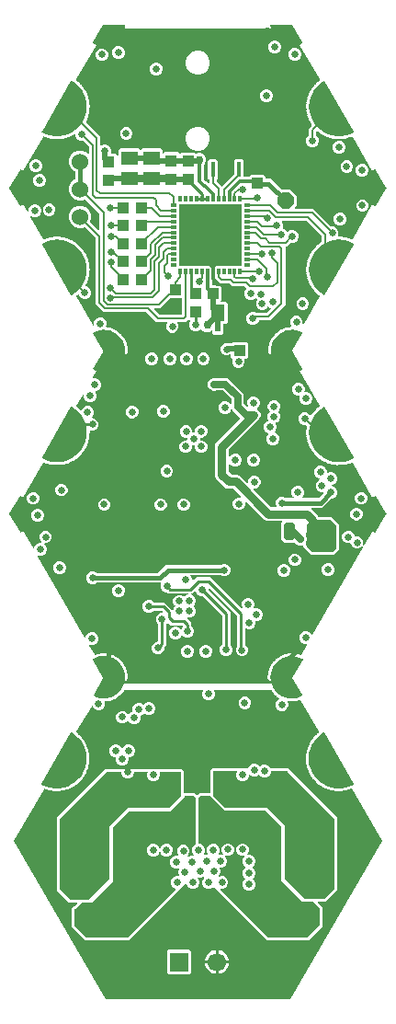
<source format=gbr>
G04 EAGLE Gerber RS-274X export*
G75*
%MOMM*%
%FSLAX34Y34*%
%LPD*%
%INBottom Copper*%
%IPPOS*%
%AMOC8*
5,1,8,0,0,1.08239X$1,22.5*%
G01*
%ADD10R,1.000000X1.100000*%
%ADD11R,1.500000X1.300000*%
%ADD12R,1.100000X1.000000*%
%ADD13R,1.300000X1.500000*%
%ADD14C,1.524000*%
%ADD15P,1.649562X8X22.500000*%
%ADD16R,0.300000X0.550000*%
%ADD17R,0.550000X0.300000*%
%ADD18R,5.600000X5.600000*%
%ADD19R,0.400000X1.399997*%
%ADD20C,0.499997*%
%ADD21R,1.700000X1.700000*%
%ADD22C,1.700000*%
%ADD23R,1.700000X1.700000*%
%ADD24C,1.000000*%
%ADD25R,0.500000X0.800000*%
%ADD26C,0.177800*%
%ADD27C,0.660400*%
%ADD28C,0.304800*%
%ADD29C,0.381000*%
%ADD30C,0.756400*%
%ADD31C,0.508000*%
%ADD32C,0.254000*%
%ADD33C,0.812800*%
%ADD34C,0.635000*%
%ADD35C,0.762000*%
%ADD36C,0.203200*%

G36*
X-84094Y-169200D02*
X-84094Y-169200D01*
X-84061Y-169192D01*
X-84015Y-169189D01*
X-81055Y-168536D01*
X-81024Y-168523D01*
X-80978Y-168513D01*
X-78161Y-167394D01*
X-78133Y-167375D01*
X-78089Y-167358D01*
X-75488Y-165801D01*
X-75463Y-165778D01*
X-75423Y-165755D01*
X-73105Y-163801D01*
X-73084Y-163774D01*
X-73048Y-163744D01*
X-71074Y-161444D01*
X-71058Y-161414D01*
X-71027Y-161379D01*
X-69447Y-158792D01*
X-69436Y-158760D01*
X-69411Y-158720D01*
X-68267Y-155913D01*
X-68261Y-155880D01*
X-68243Y-155837D01*
X-68241Y-155828D01*
X67786Y-155828D01*
X67799Y-155881D01*
X67813Y-155912D01*
X67824Y-155957D01*
X69003Y-158776D01*
X69022Y-158804D01*
X69040Y-158848D01*
X70656Y-161441D01*
X70680Y-161465D01*
X70704Y-161505D01*
X72716Y-163805D01*
X72743Y-163826D01*
X72773Y-163861D01*
X75127Y-165809D01*
X75157Y-165825D01*
X75193Y-165855D01*
X77830Y-167400D01*
X77862Y-167411D01*
X77902Y-167435D01*
X80752Y-168537D01*
X80785Y-168543D01*
X80829Y-168560D01*
X83819Y-169190D01*
X83853Y-169191D01*
X83898Y-169201D01*
X86951Y-169344D01*
X86984Y-169338D01*
X87031Y-169341D01*
X90067Y-168992D01*
X90099Y-168982D01*
X90145Y-168977D01*
X93086Y-168145D01*
X93116Y-168130D01*
X93161Y-168117D01*
X95930Y-166825D01*
X95954Y-166808D01*
X95982Y-166797D01*
X96033Y-166749D01*
X96090Y-166707D01*
X96105Y-166681D01*
X96127Y-166661D01*
X96155Y-166596D01*
X96191Y-166536D01*
X96195Y-166506D01*
X96207Y-166479D01*
X96208Y-166408D01*
X96217Y-166339D01*
X96209Y-166310D01*
X96210Y-166280D01*
X96176Y-166189D01*
X96164Y-166147D01*
X96158Y-166139D01*
X96156Y-166137D01*
X96152Y-166124D01*
X87159Y-150504D01*
X87160Y-150503D01*
X96787Y-133749D01*
X96795Y-133725D01*
X96809Y-133705D01*
X96826Y-133632D01*
X96850Y-133560D01*
X96848Y-133535D01*
X96853Y-133511D01*
X96840Y-133437D01*
X96834Y-133362D01*
X96822Y-133340D01*
X96818Y-133315D01*
X96777Y-133252D01*
X96742Y-133186D01*
X96723Y-133170D01*
X96709Y-133149D01*
X96617Y-133083D01*
X96588Y-133059D01*
X96581Y-133057D01*
X96574Y-133052D01*
X93801Y-131691D01*
X93768Y-131683D01*
X93726Y-131662D01*
X90770Y-130763D01*
X90736Y-130760D01*
X90692Y-130746D01*
X87630Y-130334D01*
X87596Y-130336D01*
X87550Y-130330D01*
X84462Y-130414D01*
X84429Y-130421D01*
X84382Y-130422D01*
X81347Y-131001D01*
X81316Y-131014D01*
X81270Y-131022D01*
X78367Y-132080D01*
X78338Y-132097D01*
X78294Y-132113D01*
X75599Y-133623D01*
X75573Y-133645D01*
X75532Y-133667D01*
X73114Y-135590D01*
X73092Y-135616D01*
X73055Y-135645D01*
X70977Y-137930D01*
X70959Y-137959D01*
X70928Y-137993D01*
X69243Y-140583D01*
X69230Y-140614D01*
X69204Y-140653D01*
X67957Y-143479D01*
X67949Y-143512D01*
X67930Y-143555D01*
X67152Y-146545D01*
X67150Y-146579D01*
X67138Y-146624D01*
X66849Y-149699D01*
X66852Y-149725D01*
X66847Y-149749D01*
X66848Y-149754D01*
X66847Y-149759D01*
X66849Y-149770D01*
X66848Y-149783D01*
X67071Y-152781D01*
X65970Y-152752D01*
X65909Y-152707D01*
X65888Y-152701D01*
X65871Y-152689D01*
X65827Y-152679D01*
X65083Y-151781D01*
X65069Y-151769D01*
X65055Y-151749D01*
X64248Y-150899D01*
X64236Y-150823D01*
X64226Y-150805D01*
X64222Y-150784D01*
X64198Y-150745D01*
X64307Y-149585D01*
X64305Y-149566D01*
X64310Y-149542D01*
X64340Y-148370D01*
X64385Y-148309D01*
X64391Y-148289D01*
X64403Y-148271D01*
X64442Y-148110D01*
X64447Y-148093D01*
X64447Y-148091D01*
X64448Y-148089D01*
X64497Y-147567D01*
X64488Y-147464D01*
X64482Y-147360D01*
X64478Y-147351D01*
X64478Y-147343D01*
X64460Y-147306D01*
X64412Y-147187D01*
X64375Y-147123D01*
X64617Y-146191D01*
X64621Y-146149D01*
X64635Y-146091D01*
X64725Y-145132D01*
X64782Y-145085D01*
X64849Y-145006D01*
X64917Y-144929D01*
X64921Y-144920D01*
X64927Y-144914D01*
X64941Y-144874D01*
X64991Y-144756D01*
X65172Y-144062D01*
X65180Y-143959D01*
X65191Y-143856D01*
X65188Y-143847D01*
X65189Y-143839D01*
X65178Y-143799D01*
X65149Y-143673D01*
X65123Y-143605D01*
X65512Y-142724D01*
X65522Y-142683D01*
X65545Y-142628D01*
X65788Y-141696D01*
X65851Y-141659D01*
X65930Y-141591D01*
X66010Y-141526D01*
X66016Y-141518D01*
X66022Y-141513D01*
X66042Y-141476D01*
X66111Y-141368D01*
X66400Y-140711D01*
X66425Y-140611D01*
X66452Y-140511D01*
X66451Y-140501D01*
X66453Y-140493D01*
X66449Y-140452D01*
X66441Y-140324D01*
X66426Y-140252D01*
X66951Y-139445D01*
X66967Y-139406D01*
X66999Y-139355D01*
X67388Y-138474D01*
X67457Y-138448D01*
X67546Y-138394D01*
X67635Y-138343D01*
X67642Y-138335D01*
X67649Y-138331D01*
X67674Y-138298D01*
X67759Y-138202D01*
X68151Y-137601D01*
X68191Y-137506D01*
X68234Y-137412D01*
X68235Y-137402D01*
X68238Y-137394D01*
X68240Y-137353D01*
X68253Y-137225D01*
X68249Y-137152D01*
X68897Y-136439D01*
X68919Y-136404D01*
X68959Y-136359D01*
X69485Y-135552D01*
X69557Y-135536D01*
X69653Y-135497D01*
X69749Y-135461D01*
X69757Y-135455D01*
X69765Y-135452D01*
X69795Y-135424D01*
X69837Y-135389D01*
X69856Y-135378D01*
X69866Y-135366D01*
X69895Y-135343D01*
X70377Y-134812D01*
X70432Y-134724D01*
X70490Y-134638D01*
X70492Y-134629D01*
X70497Y-134622D01*
X70505Y-134581D01*
X70538Y-134457D01*
X70547Y-134384D01*
X71300Y-133785D01*
X71328Y-133753D01*
X71375Y-133715D01*
X72023Y-133003D01*
X72096Y-132999D01*
X72197Y-132976D01*
X72299Y-132956D01*
X72307Y-132951D01*
X72315Y-132949D01*
X72349Y-132927D01*
X72461Y-132862D01*
X73023Y-132416D01*
X73091Y-132338D01*
X73161Y-132262D01*
X73165Y-132253D01*
X73171Y-132247D01*
X73186Y-132208D01*
X73238Y-132091D01*
X73258Y-132021D01*
X74098Y-131550D01*
X74131Y-131523D01*
X74183Y-131493D01*
X74937Y-130894D01*
X75010Y-130902D01*
X75113Y-130896D01*
X75217Y-130892D01*
X75226Y-130889D01*
X75234Y-130888D01*
X75272Y-130871D01*
X75392Y-130826D01*
X76018Y-130475D01*
X76098Y-130409D01*
X76179Y-130346D01*
X76185Y-130338D01*
X76191Y-130333D01*
X76212Y-130297D01*
X76283Y-130190D01*
X76314Y-130123D01*
X77218Y-129793D01*
X77233Y-129785D01*
X77236Y-129784D01*
X77259Y-129770D01*
X77311Y-129751D01*
X78151Y-129280D01*
X78222Y-129300D01*
X78325Y-129310D01*
X78428Y-129323D01*
X78438Y-129321D01*
X78446Y-129322D01*
X78485Y-129311D01*
X78612Y-129286D01*
X78984Y-129150D01*
X79286Y-129040D01*
X79375Y-128988D01*
X79466Y-128939D01*
X79472Y-128931D01*
X79479Y-128927D01*
X79506Y-128895D01*
X79593Y-128801D01*
X79634Y-128740D01*
X80580Y-128560D01*
X80619Y-128545D01*
X80679Y-128533D01*
X80724Y-128516D01*
X81583Y-128203D01*
X81650Y-128234D01*
X81750Y-128260D01*
X81849Y-128290D01*
X81859Y-128289D01*
X81867Y-128291D01*
X81908Y-128287D01*
X82036Y-128282D01*
X82741Y-128148D01*
X82838Y-128111D01*
X82935Y-128076D01*
X82943Y-128070D01*
X82951Y-128068D01*
X82982Y-128040D01*
X83083Y-127961D01*
X83134Y-127907D01*
X84096Y-127881D01*
X84137Y-127873D01*
X84197Y-127870D01*
X85143Y-127690D01*
X85204Y-127731D01*
X85299Y-127774D01*
X85392Y-127818D01*
X85402Y-127819D01*
X85409Y-127823D01*
X85450Y-127825D01*
X85578Y-127841D01*
X86295Y-127821D01*
X86396Y-127800D01*
X86498Y-127782D01*
X86507Y-127777D01*
X86515Y-127776D01*
X86550Y-127754D01*
X86663Y-127692D01*
X86721Y-127647D01*
X87675Y-127776D01*
X87717Y-127774D01*
X87777Y-127781D01*
X88740Y-127755D01*
X88793Y-127806D01*
X88880Y-127862D01*
X88965Y-127921D01*
X88974Y-127924D01*
X88981Y-127929D01*
X89021Y-127938D01*
X89145Y-127974D01*
X89856Y-128069D01*
X89959Y-128065D01*
X90062Y-128063D01*
X90072Y-128060D01*
X90080Y-128059D01*
X90118Y-128043D01*
X90239Y-128000D01*
X90304Y-127966D01*
X91225Y-128246D01*
X91267Y-128250D01*
X91325Y-128267D01*
X92279Y-128396D01*
X92324Y-128454D01*
X92400Y-128524D01*
X92474Y-128596D01*
X92483Y-128600D01*
X92489Y-128606D01*
X92527Y-128621D01*
X92644Y-128677D01*
X93330Y-128885D01*
X93433Y-128897D01*
X93535Y-128912D01*
X93545Y-128910D01*
X93553Y-128911D01*
X93593Y-128902D01*
X93720Y-128878D01*
X93789Y-128855D01*
X94591Y-129248D01*
X94635Y-129261D01*
X94675Y-129282D01*
X94742Y-129291D01*
X94807Y-129310D01*
X94852Y-129306D01*
X94897Y-129312D01*
X94963Y-129298D01*
X95031Y-129293D01*
X95072Y-129273D01*
X95116Y-129264D01*
X95173Y-129227D01*
X95234Y-129198D01*
X95266Y-129166D01*
X95305Y-129141D01*
X95357Y-129075D01*
X95393Y-129039D01*
X95402Y-129018D01*
X95421Y-128994D01*
X100682Y-119823D01*
X100684Y-119817D01*
X100687Y-119813D01*
X100721Y-119713D01*
X100758Y-119611D01*
X100758Y-119606D01*
X100759Y-119601D01*
X100756Y-119495D01*
X100755Y-119387D01*
X100753Y-119382D01*
X100753Y-119376D01*
X100713Y-119278D01*
X100674Y-119178D01*
X100670Y-119173D01*
X100668Y-119169D01*
X100597Y-119090D01*
X100525Y-119010D01*
X100521Y-119007D01*
X100517Y-119003D01*
X100422Y-118954D01*
X100328Y-118904D01*
X100322Y-118903D01*
X100317Y-118900D01*
X100132Y-118873D01*
X98152Y-118873D01*
X96004Y-117983D01*
X94361Y-116340D01*
X93471Y-114192D01*
X93471Y-111868D01*
X94361Y-109720D01*
X96004Y-108077D01*
X98152Y-107187D01*
X100476Y-107187D01*
X102624Y-108077D01*
X104267Y-109720D01*
X104700Y-110765D01*
X104726Y-110806D01*
X104744Y-110852D01*
X104786Y-110900D01*
X104821Y-110954D01*
X104860Y-110983D01*
X104893Y-111020D01*
X104949Y-111050D01*
X105000Y-111089D01*
X105047Y-111103D01*
X105090Y-111126D01*
X105154Y-111134D01*
X105216Y-111153D01*
X105264Y-111150D01*
X105313Y-111156D01*
X105375Y-111142D01*
X105439Y-111138D01*
X105484Y-111118D01*
X105532Y-111107D01*
X105586Y-111072D01*
X105644Y-111046D01*
X105679Y-111012D01*
X105720Y-110985D01*
X105769Y-110923D01*
X105804Y-110888D01*
X105815Y-110865D01*
X105836Y-110838D01*
X152170Y-30068D01*
X152179Y-30041D01*
X152196Y-30017D01*
X152217Y-29936D01*
X152245Y-29857D01*
X152245Y-29828D01*
X152252Y-29799D01*
X152243Y-29716D01*
X152242Y-29632D01*
X152232Y-29605D01*
X152229Y-29576D01*
X152192Y-29501D01*
X152161Y-29423D01*
X152142Y-29401D01*
X152129Y-29375D01*
X152068Y-29318D01*
X152013Y-29255D01*
X151987Y-29241D01*
X151966Y-29221D01*
X151889Y-29189D01*
X151815Y-29149D01*
X151786Y-29145D01*
X151759Y-29134D01*
X151676Y-29130D01*
X151593Y-29119D01*
X151564Y-29125D01*
X151535Y-29124D01*
X151456Y-29149D01*
X151374Y-29168D01*
X151349Y-29184D01*
X151322Y-29192D01*
X151222Y-29266D01*
X151186Y-29290D01*
X151179Y-29298D01*
X151171Y-29304D01*
X149868Y-30607D01*
X147720Y-31497D01*
X145396Y-31497D01*
X143248Y-30607D01*
X141605Y-28964D01*
X140689Y-26754D01*
X140654Y-26699D01*
X140627Y-26638D01*
X140594Y-26605D01*
X140568Y-26565D01*
X140516Y-26526D01*
X140469Y-26479D01*
X140427Y-26459D01*
X140389Y-26430D01*
X140326Y-26412D01*
X140266Y-26384D01*
X140219Y-26380D01*
X140174Y-26366D01*
X140108Y-26371D01*
X140043Y-26365D01*
X139989Y-26379D01*
X139950Y-26381D01*
X139914Y-26397D01*
X139861Y-26411D01*
X139846Y-26417D01*
X137522Y-26417D01*
X135374Y-25527D01*
X133731Y-23884D01*
X132841Y-21736D01*
X132841Y-19412D01*
X133731Y-17264D01*
X135374Y-15621D01*
X137522Y-14731D01*
X139846Y-14731D01*
X141994Y-15621D01*
X143637Y-17264D01*
X144553Y-19474D01*
X144588Y-19529D01*
X144615Y-19590D01*
X144648Y-19623D01*
X144674Y-19663D01*
X144726Y-19702D01*
X144773Y-19749D01*
X144815Y-19769D01*
X144853Y-19798D01*
X144916Y-19816D01*
X144976Y-19844D01*
X145023Y-19848D01*
X145068Y-19862D01*
X145134Y-19857D01*
X145199Y-19863D01*
X145253Y-19849D01*
X145292Y-19847D01*
X145328Y-19831D01*
X145381Y-19817D01*
X145396Y-19811D01*
X147720Y-19811D01*
X149868Y-20701D01*
X151511Y-22344D01*
X152401Y-24492D01*
X152401Y-26816D01*
X151939Y-27932D01*
X151923Y-28002D01*
X151899Y-28070D01*
X151900Y-28111D01*
X151891Y-28151D01*
X151901Y-28222D01*
X151902Y-28294D01*
X151917Y-28333D01*
X151922Y-28373D01*
X151957Y-28436D01*
X151983Y-28504D01*
X152010Y-28534D01*
X152029Y-28570D01*
X152083Y-28618D01*
X152131Y-28672D01*
X152167Y-28691D01*
X152198Y-28718D01*
X152265Y-28744D01*
X152329Y-28778D01*
X152370Y-28783D01*
X152408Y-28798D01*
X152480Y-28798D01*
X152551Y-28808D01*
X152591Y-28799D01*
X152632Y-28799D01*
X152700Y-28775D01*
X152770Y-28759D01*
X152805Y-28737D01*
X152843Y-28723D01*
X152898Y-28676D01*
X152959Y-28637D01*
X152988Y-28600D01*
X153014Y-28578D01*
X153042Y-28532D01*
X153075Y-28490D01*
X160964Y-14736D01*
X163416Y-16429D01*
X163443Y-16440D01*
X163465Y-16459D01*
X163534Y-16479D01*
X163599Y-16507D01*
X163628Y-16507D01*
X163656Y-16515D01*
X163727Y-16507D01*
X163798Y-16508D01*
X163825Y-16496D01*
X163854Y-16493D01*
X163916Y-16458D01*
X163981Y-16430D01*
X164002Y-16410D01*
X164027Y-16395D01*
X164090Y-16318D01*
X164120Y-16288D01*
X164124Y-16278D01*
X164133Y-16267D01*
X173633Y233D01*
X173643Y265D01*
X173652Y278D01*
X173656Y302D01*
X173657Y306D01*
X173688Y376D01*
X173688Y400D01*
X173696Y422D01*
X173690Y498D01*
X173691Y575D01*
X173681Y599D01*
X173680Y620D01*
X173659Y659D01*
X173633Y731D01*
X164133Y17231D01*
X164114Y17253D01*
X164101Y17279D01*
X164048Y17327D01*
X164001Y17380D01*
X163975Y17393D01*
X163954Y17412D01*
X163886Y17435D01*
X163822Y17466D01*
X163793Y17468D01*
X163766Y17477D01*
X163694Y17472D01*
X163623Y17475D01*
X163596Y17465D01*
X163567Y17463D01*
X163477Y17421D01*
X163437Y17406D01*
X163429Y17399D01*
X163416Y17393D01*
X162262Y16596D01*
X160920Y15670D01*
X142548Y47492D01*
X142479Y47574D01*
X142412Y47657D01*
X142407Y47659D01*
X142404Y47664D01*
X142311Y47716D01*
X142219Y47770D01*
X142213Y47771D01*
X142208Y47774D01*
X142103Y47791D01*
X141998Y47809D01*
X141992Y47809D01*
X141987Y47809D01*
X141954Y47803D01*
X141812Y47781D01*
X140920Y47506D01*
X140885Y47488D01*
X140832Y47472D01*
X139945Y47045D01*
X139898Y47062D01*
X139792Y47079D01*
X139687Y47097D01*
X139681Y47097D01*
X139676Y47097D01*
X139645Y47091D01*
X139501Y47069D01*
X137954Y46593D01*
X137859Y46543D01*
X137763Y46496D01*
X137759Y46492D01*
X137755Y46490D01*
X137733Y46466D01*
X137631Y46363D01*
X137601Y46323D01*
X136627Y46176D01*
X136590Y46164D01*
X136535Y46155D01*
X135595Y45866D01*
X135550Y45889D01*
X135448Y45922D01*
X135347Y45956D01*
X135341Y45956D01*
X135337Y45957D01*
X135305Y45956D01*
X135159Y45956D01*
X133558Y45715D01*
X133456Y45680D01*
X133355Y45648D01*
X133350Y45644D01*
X133346Y45643D01*
X133321Y45622D01*
X133204Y45536D01*
X133169Y45501D01*
X132185Y45501D01*
X132146Y45494D01*
X132090Y45494D01*
X131117Y45348D01*
X131077Y45377D01*
X130981Y45425D01*
X130885Y45474D01*
X130880Y45475D01*
X130875Y45477D01*
X130844Y45480D01*
X130700Y45502D01*
X129081Y45502D01*
X128975Y45483D01*
X128870Y45466D01*
X128865Y45463D01*
X128860Y45462D01*
X128833Y45446D01*
X128704Y45378D01*
X128664Y45348D01*
X127691Y45495D01*
X127651Y45494D01*
X127596Y45503D01*
X126612Y45503D01*
X126577Y45538D01*
X126489Y45600D01*
X126402Y45662D01*
X126396Y45664D01*
X126392Y45667D01*
X126362Y45675D01*
X126223Y45717D01*
X124622Y45959D01*
X124515Y45956D01*
X124408Y45955D01*
X124402Y45953D01*
X124397Y45953D01*
X124368Y45941D01*
X124231Y45893D01*
X124186Y45869D01*
X123246Y46160D01*
X123207Y46164D01*
X123154Y46181D01*
X122181Y46328D01*
X122151Y46368D01*
X122073Y46442D01*
X121997Y46517D01*
X121991Y46519D01*
X121988Y46522D01*
X121959Y46535D01*
X121828Y46598D01*
X120281Y47075D01*
X120174Y47088D01*
X120068Y47103D01*
X120063Y47102D01*
X120058Y47103D01*
X120027Y47095D01*
X119884Y47068D01*
X119837Y47052D01*
X118950Y47479D01*
X118912Y47490D01*
X118862Y47514D01*
X118134Y47738D01*
X117922Y47804D01*
X117898Y47848D01*
X117832Y47932D01*
X117768Y48018D01*
X117763Y48021D01*
X117760Y48025D01*
X117733Y48042D01*
X117613Y48123D01*
X116154Y48826D01*
X116052Y48855D01*
X115948Y48886D01*
X115942Y48885D01*
X115938Y48887D01*
X115907Y48884D01*
X115761Y48878D01*
X115712Y48869D01*
X114899Y49424D01*
X114863Y49440D01*
X114817Y49471D01*
X113930Y49898D01*
X113914Y49946D01*
X113861Y50039D01*
X113810Y50133D01*
X113806Y50137D01*
X113803Y50141D01*
X113779Y50161D01*
X113672Y50260D01*
X112335Y51173D01*
X112237Y51217D01*
X112140Y51262D01*
X112134Y51263D01*
X112130Y51265D01*
X112099Y51267D01*
X111954Y51283D01*
X111904Y51281D01*
X111183Y51950D01*
X111149Y51972D01*
X111108Y52010D01*
X110296Y52564D01*
X110286Y52614D01*
X110248Y52713D01*
X110212Y52814D01*
X110208Y52819D01*
X110206Y52823D01*
X110185Y52847D01*
X110095Y52961D01*
X108908Y54062D01*
X108818Y54120D01*
X108729Y54179D01*
X108723Y54181D01*
X108719Y54183D01*
X108688Y54190D01*
X108548Y54228D01*
X108498Y54233D01*
X107884Y55003D01*
X107855Y55029D01*
X107820Y55073D01*
X107099Y55742D01*
X107097Y55792D01*
X107074Y55897D01*
X107053Y56002D01*
X107050Y56007D01*
X107049Y56011D01*
X107032Y56038D01*
X106959Y56164D01*
X105950Y57430D01*
X105870Y57501D01*
X105790Y57573D01*
X105785Y57575D01*
X105781Y57578D01*
X105752Y57590D01*
X105618Y57648D01*
X105570Y57661D01*
X105078Y58513D01*
X105053Y58543D01*
X105025Y58591D01*
X104411Y59361D01*
X104417Y59411D01*
X104410Y59518D01*
X104405Y59625D01*
X104403Y59630D01*
X104402Y59635D01*
X104390Y59663D01*
X104336Y59799D01*
X103527Y61201D01*
X103457Y61284D01*
X103390Y61366D01*
X103385Y61369D01*
X103382Y61373D01*
X103355Y61389D01*
X103231Y61466D01*
X103185Y61486D01*
X102826Y62402D01*
X102805Y62436D01*
X102785Y62487D01*
X102293Y63340D01*
X102306Y63388D01*
X102315Y63495D01*
X102326Y63602D01*
X102325Y63607D01*
X102325Y63612D01*
X102317Y63642D01*
X102284Y63784D01*
X101693Y65292D01*
X101637Y65383D01*
X101583Y65475D01*
X101578Y65479D01*
X101576Y65483D01*
X101551Y65502D01*
X101440Y65597D01*
X101398Y65624D01*
X101179Y66583D01*
X101164Y66620D01*
X101151Y66674D01*
X100792Y67590D01*
X100812Y67636D01*
X100837Y67740D01*
X100863Y67844D01*
X100863Y67850D01*
X100864Y67854D01*
X100860Y67885D01*
X100849Y68031D01*
X100489Y69609D01*
X100448Y69708D01*
X100407Y69807D01*
X100404Y69812D01*
X100402Y69816D01*
X100380Y69839D01*
X100285Y69949D01*
X100247Y69982D01*
X100174Y70963D01*
X100164Y71002D01*
X100160Y71057D01*
X99941Y72016D01*
X99968Y72059D01*
X100008Y72159D01*
X100049Y72257D01*
X100050Y72263D01*
X100052Y72267D01*
X100052Y72299D01*
X100063Y72444D01*
X99943Y74058D01*
X99916Y74162D01*
X99891Y74266D01*
X99888Y74271D01*
X99887Y74276D01*
X99868Y74302D01*
X99791Y74425D01*
X99758Y74463D01*
X99832Y75444D01*
X99828Y75484D01*
X99832Y75539D01*
X99759Y76520D01*
X99792Y76558D01*
X99829Y76622D01*
X99840Y76635D01*
X99844Y76647D01*
X99846Y76650D01*
X99902Y76742D01*
X99903Y76748D01*
X99906Y76752D01*
X99911Y76782D01*
X99944Y76925D01*
X100065Y78539D01*
X100054Y78647D01*
X100045Y78752D01*
X100043Y78758D01*
X100042Y78762D01*
X100028Y78791D01*
X99970Y78924D01*
X99943Y78967D01*
X100162Y79926D01*
X100164Y79966D01*
X100177Y80020D01*
X100270Y81258D01*
X100263Y81324D01*
X100266Y81390D01*
X100252Y81434D01*
X100247Y81481D01*
X100217Y81540D01*
X100197Y81603D01*
X100165Y81647D01*
X100147Y81682D01*
X100119Y81709D01*
X100086Y81754D01*
X99730Y82110D01*
X99695Y82134D01*
X99667Y82165D01*
X99604Y82197D01*
X99546Y82238D01*
X99505Y82248D01*
X99467Y82268D01*
X99377Y82281D01*
X99329Y82294D01*
X99308Y82291D01*
X99282Y82295D01*
X97136Y82295D01*
X94988Y83185D01*
X93345Y84828D01*
X92455Y86976D01*
X92455Y89300D01*
X93345Y91448D01*
X94988Y93091D01*
X97136Y93981D01*
X99460Y93981D01*
X101608Y93091D01*
X103324Y91375D01*
X103407Y91317D01*
X103488Y91256D01*
X103499Y91253D01*
X103508Y91246D01*
X103606Y91221D01*
X103703Y91193D01*
X103714Y91193D01*
X103726Y91191D01*
X103826Y91201D01*
X103927Y91208D01*
X103937Y91213D01*
X103949Y91214D01*
X104039Y91258D01*
X104131Y91300D01*
X104141Y91309D01*
X104150Y91313D01*
X104181Y91346D01*
X104269Y91427D01*
X105036Y92389D01*
X105054Y92423D01*
X105089Y92467D01*
X105581Y93319D01*
X105630Y93332D01*
X105726Y93377D01*
X105824Y93421D01*
X105829Y93425D01*
X105833Y93427D01*
X105855Y93450D01*
X105962Y93549D01*
X106972Y94815D01*
X107022Y94909D01*
X107075Y95002D01*
X107076Y95008D01*
X107078Y95012D01*
X107083Y95043D01*
X107110Y95186D01*
X107111Y95237D01*
X107833Y95905D01*
X107857Y95937D01*
X107897Y95975D01*
X108511Y96744D01*
X108561Y96750D01*
X108663Y96780D01*
X108767Y96809D01*
X108772Y96813D01*
X108776Y96814D01*
X108802Y96833D01*
X108922Y96915D01*
X110109Y98016D01*
X110173Y98102D01*
X110239Y98186D01*
X110241Y98191D01*
X110244Y98195D01*
X110253Y98226D01*
X110301Y98363D01*
X110310Y98412D01*
X111124Y98967D01*
X111152Y98994D01*
X111198Y99026D01*
X111868Y99647D01*
X111932Y99732D01*
X111998Y99817D01*
X112000Y99822D01*
X112003Y99826D01*
X112034Y99929D01*
X112066Y100031D01*
X112065Y100036D01*
X112067Y100041D01*
X112060Y100148D01*
X112055Y100255D01*
X112053Y100260D01*
X112052Y100265D01*
X112039Y100294D01*
X111986Y100429D01*
X93613Y132253D01*
X96314Y133531D01*
X96336Y133548D01*
X96363Y133558D01*
X96415Y133607D01*
X96473Y133650D01*
X96487Y133675D01*
X96508Y133694D01*
X96537Y133760D01*
X96573Y133822D01*
X96576Y133850D01*
X96588Y133876D01*
X96589Y133948D01*
X96598Y134019D01*
X96590Y134046D01*
X96591Y134075D01*
X96555Y134170D01*
X96544Y134210D01*
X96537Y134219D01*
X96533Y134231D01*
X87774Y149444D01*
X87176Y150482D01*
X96533Y166733D01*
X96542Y166760D01*
X96558Y166784D01*
X96573Y166854D01*
X96596Y166922D01*
X96593Y166950D01*
X96599Y166978D01*
X96586Y167049D01*
X96580Y167120D01*
X96567Y167145D01*
X96561Y167173D01*
X96521Y167233D01*
X96488Y167296D01*
X96466Y167314D01*
X96450Y167338D01*
X96367Y167396D01*
X96335Y167423D01*
X96324Y167426D01*
X96314Y167433D01*
X93548Y168742D01*
X93515Y168750D01*
X93472Y168770D01*
X90532Y169618D01*
X90498Y169621D01*
X90454Y169634D01*
X87416Y169999D01*
X87382Y169996D01*
X87335Y170002D01*
X84278Y169875D01*
X84245Y169867D01*
X84198Y169866D01*
X81201Y169250D01*
X81170Y169237D01*
X81124Y169228D01*
X78264Y168139D01*
X78236Y168121D01*
X78192Y168105D01*
X75544Y166571D01*
X75518Y166549D01*
X75478Y166526D01*
X73110Y164588D01*
X73088Y164561D01*
X73052Y164532D01*
X71025Y162239D01*
X71009Y162210D01*
X70977Y162175D01*
X69345Y159587D01*
X69333Y159555D01*
X69308Y159516D01*
X68112Y156699D01*
X68105Y156666D01*
X68102Y156659D01*
X68098Y156653D01*
X68097Y156647D01*
X68086Y156623D01*
X67358Y153651D01*
X67356Y153617D01*
X67345Y153572D01*
X67102Y150522D01*
X67106Y150493D01*
X67101Y150465D01*
X67103Y150455D01*
X67102Y150442D01*
X67341Y147441D01*
X66312Y147441D01*
X66302Y147448D01*
X66223Y147502D01*
X66206Y147507D01*
X66192Y147516D01*
X66119Y147533D01*
X65381Y148398D01*
X65364Y148412D01*
X65347Y148435D01*
X64539Y149242D01*
X64536Y149255D01*
X64520Y149349D01*
X64511Y149364D01*
X64507Y149380D01*
X64467Y149444D01*
X64557Y150578D01*
X64555Y150600D01*
X64559Y150628D01*
X64559Y151770D01*
X64566Y151781D01*
X64620Y151859D01*
X64625Y151875D01*
X64634Y151890D01*
X64676Y152073D01*
X64717Y152591D01*
X64707Y152694D01*
X64700Y152797D01*
X64696Y152806D01*
X64695Y152814D01*
X64677Y152852D01*
X64628Y152970D01*
X64589Y153033D01*
X64819Y153968D01*
X64821Y154010D01*
X64835Y154069D01*
X64911Y155029D01*
X64967Y155077D01*
X65033Y155156D01*
X65101Y155235D01*
X65104Y155244D01*
X65110Y155250D01*
X65123Y155289D01*
X65172Y155408D01*
X65336Y156076D01*
X65337Y156104D01*
X65346Y156129D01*
X65344Y156198D01*
X65351Y156283D01*
X65349Y156292D01*
X65350Y156300D01*
X65340Y156333D01*
X65339Y156353D01*
X65328Y156381D01*
X65308Y156465D01*
X65280Y156533D01*
X65656Y157419D01*
X65666Y157460D01*
X65689Y157516D01*
X65918Y158451D01*
X65981Y158490D01*
X66058Y158558D01*
X66138Y158624D01*
X66143Y158633D01*
X66149Y158638D01*
X66169Y158674D01*
X66236Y158784D01*
X66505Y159417D01*
X66528Y159518D01*
X66554Y159619D01*
X66553Y159628D01*
X66555Y159636D01*
X66549Y159677D01*
X66540Y159805D01*
X66523Y159877D01*
X67037Y160692D01*
X67053Y160731D01*
X67084Y160782D01*
X67461Y161668D01*
X67529Y161696D01*
X67617Y161751D01*
X67706Y161804D01*
X67712Y161811D01*
X67719Y161815D01*
X67744Y161848D01*
X67828Y161946D01*
X68195Y162528D01*
X68234Y162624D01*
X68275Y162718D01*
X68276Y162728D01*
X68279Y162736D01*
X68280Y162777D01*
X68292Y162905D01*
X68287Y162978D01*
X68925Y163700D01*
X68946Y163736D01*
X68986Y163782D01*
X69500Y164596D01*
X69571Y164612D01*
X69667Y164653D01*
X69763Y164690D01*
X69770Y164697D01*
X69778Y164700D01*
X69808Y164728D01*
X69907Y164811D01*
X70362Y165326D01*
X70400Y165389D01*
X70434Y165430D01*
X70442Y165455D01*
X70472Y165502D01*
X70474Y165511D01*
X70479Y165518D01*
X70486Y165559D01*
X70518Y165683D01*
X70525Y165757D01*
X71270Y166366D01*
X71298Y166398D01*
X71344Y166437D01*
X71982Y167159D01*
X72055Y167163D01*
X72155Y167188D01*
X72257Y167209D01*
X72265Y167215D01*
X72273Y167216D01*
X72307Y167239D01*
X72418Y167305D01*
X72950Y167741D01*
X73017Y167820D01*
X73087Y167897D01*
X73091Y167906D01*
X73096Y167912D01*
X73110Y167951D01*
X73161Y168069D01*
X73180Y168140D01*
X74013Y168622D01*
X74045Y168649D01*
X74097Y168680D01*
X74842Y169290D01*
X74916Y169283D01*
X75019Y169291D01*
X75122Y169296D01*
X75131Y169300D01*
X75139Y169300D01*
X75177Y169318D01*
X75297Y169365D01*
X75892Y169710D01*
X75971Y169777D01*
X76052Y169841D01*
X76057Y169849D01*
X76063Y169855D01*
X76084Y169891D01*
X76153Y169999D01*
X76183Y170066D01*
X77083Y170409D01*
X77119Y170430D01*
X77175Y170453D01*
X78008Y170935D01*
X78079Y170916D01*
X78183Y170908D01*
X78285Y170896D01*
X78295Y170898D01*
X78303Y170898D01*
X78343Y170909D01*
X78468Y170936D01*
X79112Y171181D01*
X79200Y171234D01*
X79290Y171285D01*
X79297Y171292D01*
X79304Y171297D01*
X79330Y171329D01*
X79415Y171425D01*
X79456Y171486D01*
X80399Y171680D01*
X80438Y171695D01*
X80497Y171708D01*
X81397Y172051D01*
X81464Y172021D01*
X81565Y171995D01*
X81664Y171968D01*
X81674Y171968D01*
X81682Y171966D01*
X81723Y171971D01*
X81851Y171978D01*
X82525Y172116D01*
X82622Y172155D01*
X82719Y172191D01*
X82726Y172197D01*
X82734Y172200D01*
X82764Y172227D01*
X82864Y172308D01*
X82914Y172362D01*
X83876Y172402D01*
X83917Y172412D01*
X83978Y172415D01*
X84921Y172608D01*
X84982Y172568D01*
X85078Y172527D01*
X85171Y172484D01*
X85181Y172483D01*
X85188Y172480D01*
X85229Y172478D01*
X85358Y172464D01*
X85480Y172469D01*
X85554Y172485D01*
X85630Y172493D01*
X85663Y172510D01*
X85699Y172518D01*
X85763Y172559D01*
X85831Y172593D01*
X85856Y172620D01*
X85887Y172640D01*
X85933Y172701D01*
X85985Y172756D01*
X85999Y172790D01*
X86021Y172820D01*
X86043Y172893D01*
X86072Y172963D01*
X86074Y173000D01*
X86084Y173035D01*
X86079Y173111D01*
X86082Y173187D01*
X86071Y173222D01*
X86068Y173259D01*
X86037Y173328D01*
X86014Y173400D01*
X85989Y173434D01*
X85975Y173463D01*
X85943Y173496D01*
X85902Y173551D01*
X85725Y173728D01*
X84835Y175876D01*
X84835Y178200D01*
X85725Y180348D01*
X87368Y181991D01*
X89516Y182881D01*
X91840Y182881D01*
X93988Y181991D01*
X95631Y180348D01*
X96521Y178200D01*
X96521Y176114D01*
X96531Y176056D01*
X96532Y175996D01*
X96551Y175946D01*
X96560Y175894D01*
X96591Y175842D01*
X96612Y175787D01*
X96647Y175746D01*
X96675Y175700D01*
X96721Y175663D01*
X96760Y175618D01*
X96807Y175593D01*
X96849Y175559D01*
X96905Y175540D01*
X96958Y175512D01*
X97011Y175504D01*
X97061Y175487D01*
X97121Y175489D01*
X97180Y175481D01*
X97232Y175492D01*
X97286Y175494D01*
X97341Y175516D01*
X97399Y175529D01*
X97444Y175558D01*
X97493Y175578D01*
X97537Y175618D01*
X97588Y175651D01*
X97627Y175700D01*
X97659Y175729D01*
X97675Y175760D01*
X97704Y175797D01*
X111986Y200535D01*
X112022Y200635D01*
X112060Y200735D01*
X112060Y200741D01*
X112062Y200746D01*
X112061Y200853D01*
X112062Y200960D01*
X112060Y200965D01*
X112060Y200970D01*
X112021Y201071D01*
X111985Y201171D01*
X111981Y201175D01*
X111980Y201180D01*
X111958Y201204D01*
X111868Y201317D01*
X111198Y201938D01*
X111164Y201960D01*
X111124Y201997D01*
X110310Y202552D01*
X110301Y202601D01*
X110262Y202702D01*
X110226Y202802D01*
X110222Y202806D01*
X110221Y202811D01*
X110200Y202835D01*
X110109Y202948D01*
X108922Y204049D01*
X108832Y204107D01*
X108742Y204166D01*
X108737Y204167D01*
X108733Y204170D01*
X108702Y204177D01*
X108561Y204214D01*
X108511Y204220D01*
X107897Y204989D01*
X107868Y205015D01*
X107833Y205059D01*
X107111Y205727D01*
X107110Y205778D01*
X107087Y205883D01*
X107066Y205987D01*
X107063Y205992D01*
X107062Y205997D01*
X107044Y206024D01*
X106972Y206149D01*
X105962Y207415D01*
X105881Y207486D01*
X105802Y207557D01*
X105797Y207560D01*
X105793Y207563D01*
X105763Y207574D01*
X105630Y207632D01*
X105581Y207645D01*
X105089Y208497D01*
X105063Y208527D01*
X105035Y208575D01*
X104422Y209345D01*
X104427Y209395D01*
X104420Y209501D01*
X104415Y209608D01*
X104413Y209614D01*
X104413Y209618D01*
X104400Y209647D01*
X104346Y209783D01*
X103536Y211185D01*
X103467Y211267D01*
X103399Y211349D01*
X103394Y211352D01*
X103391Y211356D01*
X103364Y211372D01*
X103240Y211449D01*
X103194Y211469D01*
X102835Y212385D01*
X102814Y212418D01*
X102793Y212470D01*
X102301Y213322D01*
X102314Y213371D01*
X102323Y213477D01*
X102334Y213584D01*
X102332Y213590D01*
X102333Y213594D01*
X102324Y213625D01*
X102292Y213767D01*
X101700Y215274D01*
X101644Y215365D01*
X101589Y215457D01*
X101585Y215461D01*
X101582Y215465D01*
X101557Y215484D01*
X101447Y215579D01*
X101404Y215605D01*
X101185Y216565D01*
X101169Y216601D01*
X101157Y216655D01*
X100797Y217571D01*
X100817Y217617D01*
X100842Y217722D01*
X100868Y217825D01*
X100868Y217831D01*
X100869Y217836D01*
X100865Y217867D01*
X100854Y218012D01*
X100493Y219591D01*
X100451Y219689D01*
X100411Y219788D01*
X100407Y219793D01*
X100405Y219797D01*
X100384Y219820D01*
X100288Y219930D01*
X100250Y219963D01*
X100177Y220944D01*
X100167Y220983D01*
X100162Y221038D01*
X99943Y221997D01*
X99970Y222040D01*
X100010Y222139D01*
X100051Y222238D01*
X100052Y222243D01*
X100054Y222248D01*
X100054Y222280D01*
X100065Y222425D01*
X99944Y224039D01*
X99917Y224143D01*
X99892Y224247D01*
X99889Y224252D01*
X99887Y224256D01*
X99870Y224282D01*
X99792Y224406D01*
X99759Y224444D01*
X99832Y225425D01*
X99828Y225464D01*
X99832Y225520D01*
X99758Y226501D01*
X99791Y226539D01*
X99845Y226632D01*
X99901Y226723D01*
X99903Y226728D01*
X99905Y226732D01*
X99910Y226763D01*
X99943Y226906D01*
X100063Y228520D01*
X100052Y228627D01*
X100043Y228733D01*
X100041Y228739D01*
X100040Y228743D01*
X100026Y228772D01*
X99968Y228905D01*
X99941Y228947D01*
X100160Y229907D01*
X100161Y229947D01*
X100174Y230001D01*
X100247Y230982D01*
X100285Y231015D01*
X100352Y231098D01*
X100421Y231180D01*
X100423Y231185D01*
X100426Y231189D01*
X100437Y231219D01*
X100489Y231355D01*
X100849Y232933D01*
X100854Y233040D01*
X100861Y233147D01*
X100859Y233153D01*
X100860Y233157D01*
X100850Y233188D01*
X100812Y233328D01*
X100792Y233374D01*
X101151Y234290D01*
X101159Y234329D01*
X101179Y234381D01*
X101398Y235340D01*
X101440Y235367D01*
X101519Y235438D01*
X101600Y235510D01*
X101603Y235515D01*
X101606Y235518D01*
X101621Y235546D01*
X101693Y235672D01*
X102284Y237180D01*
X102299Y237252D01*
X102319Y237313D01*
X102318Y237346D01*
X102328Y237389D01*
X102327Y237395D01*
X102328Y237400D01*
X102323Y237431D01*
X102313Y237514D01*
X102313Y237537D01*
X102310Y237544D01*
X102306Y237576D01*
X102293Y237624D01*
X102785Y238477D01*
X102799Y238514D01*
X102826Y238562D01*
X103185Y239478D01*
X103231Y239498D01*
X103320Y239558D01*
X103410Y239616D01*
X103414Y239620D01*
X103418Y239623D01*
X103436Y239648D01*
X103527Y239763D01*
X104336Y241165D01*
X104372Y241266D01*
X104410Y241366D01*
X104411Y241372D01*
X104412Y241376D01*
X104412Y241408D01*
X104417Y241553D01*
X104411Y241603D01*
X105025Y242373D01*
X105044Y242408D01*
X105078Y242451D01*
X105570Y243303D01*
X105618Y243316D01*
X105715Y243362D01*
X105813Y243406D01*
X105817Y243410D01*
X105821Y243412D01*
X105843Y243435D01*
X105950Y243534D01*
X106959Y244800D01*
X107010Y244894D01*
X107062Y244988D01*
X107063Y244993D01*
X107066Y244997D01*
X107070Y245029D01*
X107097Y245172D01*
X107099Y245222D01*
X107820Y245891D01*
X107844Y245923D01*
X107884Y245961D01*
X108498Y246731D01*
X108548Y246736D01*
X108650Y246767D01*
X108753Y246796D01*
X108758Y246799D01*
X108763Y246800D01*
X108788Y246819D01*
X108908Y246902D01*
X110095Y248003D01*
X110159Y248089D01*
X110225Y248173D01*
X110226Y248179D01*
X110229Y248183D01*
X110238Y248213D01*
X110286Y248350D01*
X110296Y248400D01*
X111108Y248954D01*
X111127Y248973D01*
X111135Y248977D01*
X111141Y248985D01*
X111183Y249014D01*
X111904Y249683D01*
X111954Y249681D01*
X112059Y249696D01*
X112166Y249710D01*
X112171Y249712D01*
X112176Y249713D01*
X112203Y249728D01*
X112335Y249791D01*
X113641Y250683D01*
X113714Y250754D01*
X113788Y250822D01*
X113793Y250832D01*
X113802Y250840D01*
X113844Y250931D01*
X113891Y251021D01*
X113892Y251034D01*
X113897Y251043D01*
X113901Y251088D01*
X113918Y251206D01*
X113918Y256127D01*
X113911Y256168D01*
X113913Y256211D01*
X113891Y256278D01*
X113879Y256347D01*
X113857Y256384D01*
X113844Y256424D01*
X113790Y256497D01*
X113764Y256541D01*
X113748Y256554D01*
X113732Y256575D01*
X99857Y270450D01*
X99822Y270475D01*
X99794Y270506D01*
X99731Y270538D01*
X99673Y270579D01*
X99632Y270589D01*
X99594Y270609D01*
X99504Y270622D01*
X99456Y270635D01*
X99435Y270632D01*
X99409Y270636D01*
X77740Y270636D01*
X77652Y270621D01*
X77564Y270611D01*
X77542Y270601D01*
X77519Y270597D01*
X77442Y270551D01*
X77362Y270512D01*
X77346Y270495D01*
X77326Y270482D01*
X77270Y270413D01*
X77209Y270349D01*
X77199Y270327D01*
X77184Y270308D01*
X77156Y270224D01*
X77121Y270142D01*
X77120Y270118D01*
X77113Y270096D01*
X77115Y270007D01*
X77111Y269918D01*
X77118Y269895D01*
X77119Y269871D01*
X77153Y269789D01*
X77180Y269704D01*
X77196Y269683D01*
X77203Y269664D01*
X77237Y269626D01*
X77291Y269554D01*
X77809Y269036D01*
X78699Y266888D01*
X78699Y264564D01*
X78408Y263862D01*
X78394Y263798D01*
X78371Y263737D01*
X78370Y263689D01*
X78360Y263643D01*
X78370Y263578D01*
X78369Y263512D01*
X78385Y263468D01*
X78392Y263421D01*
X78423Y263363D01*
X78446Y263301D01*
X78476Y263265D01*
X78499Y263224D01*
X78548Y263180D01*
X78591Y263130D01*
X78638Y263102D01*
X78667Y263076D01*
X78704Y263062D01*
X78751Y263034D01*
X80018Y262509D01*
X81661Y260866D01*
X81744Y260665D01*
X81786Y260600D01*
X81820Y260531D01*
X81846Y260506D01*
X81865Y260476D01*
X81927Y260430D01*
X81984Y260377D01*
X82016Y260363D01*
X82045Y260342D01*
X82119Y260320D01*
X82190Y260289D01*
X82226Y260288D01*
X82260Y260278D01*
X82337Y260283D01*
X82414Y260279D01*
X82448Y260290D01*
X82484Y260293D01*
X82554Y260324D01*
X82628Y260348D01*
X82660Y260372D01*
X82688Y260385D01*
X82721Y260417D01*
X82779Y260460D01*
X83304Y260985D01*
X85452Y261875D01*
X87776Y261875D01*
X89924Y260985D01*
X91567Y259342D01*
X92457Y257194D01*
X92457Y254870D01*
X91567Y252722D01*
X89924Y251079D01*
X87776Y250189D01*
X85630Y250189D01*
X85589Y250182D01*
X85546Y250184D01*
X85479Y250162D01*
X85410Y250150D01*
X85373Y250128D01*
X85333Y250115D01*
X85260Y250061D01*
X85216Y250035D01*
X85203Y250019D01*
X85182Y250003D01*
X81939Y246760D01*
X81153Y246760D01*
X81088Y246749D01*
X81022Y246747D01*
X80979Y246729D01*
X80932Y246721D01*
X80875Y246687D01*
X80815Y246662D01*
X80780Y246631D01*
X80739Y246606D01*
X80697Y246555D01*
X80649Y246511D01*
X80627Y246469D01*
X80598Y246432D01*
X80577Y246370D01*
X80546Y246311D01*
X80538Y246257D01*
X80526Y246220D01*
X80527Y246180D01*
X80519Y246126D01*
X80519Y193016D01*
X68386Y180883D01*
X68385Y180883D01*
X66191Y178688D01*
X56632Y178688D01*
X56578Y178679D01*
X56524Y178679D01*
X56469Y178659D01*
X56411Y178649D01*
X56364Y178621D01*
X56313Y178603D01*
X56268Y178564D01*
X56217Y178534D01*
X56183Y178492D01*
X56142Y178457D01*
X56105Y178396D01*
X56076Y178360D01*
X56066Y178331D01*
X56046Y178297D01*
X55626Y177284D01*
X53983Y175641D01*
X51835Y174751D01*
X49511Y174751D01*
X47363Y175641D01*
X45720Y177284D01*
X44830Y179432D01*
X44830Y181756D01*
X45720Y183904D01*
X47363Y185547D01*
X49511Y186437D01*
X51835Y186437D01*
X53865Y185596D01*
X53895Y185589D01*
X53922Y185575D01*
X54039Y185558D01*
X54084Y185548D01*
X54095Y185550D01*
X54108Y185548D01*
X63087Y185548D01*
X63128Y185555D01*
X63171Y185553D01*
X63238Y185575D01*
X63308Y185587D01*
X63344Y185609D01*
X63384Y185622D01*
X63457Y185676D01*
X63501Y185702D01*
X63514Y185718D01*
X63535Y185734D01*
X66944Y189142D01*
X66988Y189206D01*
X67039Y189264D01*
X67052Y189297D01*
X67072Y189326D01*
X67091Y189401D01*
X67119Y189474D01*
X67119Y189509D01*
X67128Y189544D01*
X67120Y189621D01*
X67120Y189698D01*
X67108Y189732D01*
X67105Y189767D01*
X67070Y189836D01*
X67044Y189909D01*
X67021Y189936D01*
X67005Y189968D01*
X66949Y190021D01*
X66899Y190080D01*
X66864Y190101D01*
X66842Y190122D01*
X66799Y190140D01*
X66738Y190177D01*
X65651Y190627D01*
X65219Y191060D01*
X65164Y191097D01*
X65117Y191142D01*
X65073Y191161D01*
X65034Y191188D01*
X64971Y191204D01*
X64910Y191230D01*
X64863Y191232D01*
X64817Y191244D01*
X64752Y191237D01*
X64686Y191240D01*
X64641Y191225D01*
X64594Y191220D01*
X64535Y191191D01*
X64472Y191171D01*
X64428Y191138D01*
X64393Y191121D01*
X64366Y191092D01*
X64322Y191060D01*
X62619Y189357D01*
X60471Y188467D01*
X58147Y188467D01*
X55999Y189357D01*
X54356Y191000D01*
X53466Y193148D01*
X53466Y195472D01*
X54301Y197487D01*
X54312Y197540D01*
X54333Y197589D01*
X54336Y197648D01*
X54349Y197706D01*
X54341Y197760D01*
X54343Y197814D01*
X54325Y197870D01*
X54317Y197928D01*
X54291Y197976D01*
X54275Y198027D01*
X54232Y198084D01*
X54210Y198125D01*
X54187Y198146D01*
X54163Y198178D01*
X53661Y198680D01*
X53608Y198717D01*
X53560Y198762D01*
X53516Y198781D01*
X53477Y198808D01*
X53414Y198824D01*
X53353Y198850D01*
X53306Y198852D01*
X53260Y198864D01*
X53195Y198857D01*
X53129Y198860D01*
X53084Y198845D01*
X53037Y198840D01*
X52978Y198811D01*
X52915Y198791D01*
X52871Y198758D01*
X52836Y198741D01*
X52809Y198712D01*
X52765Y198680D01*
X52332Y198247D01*
X50184Y197357D01*
X47860Y197357D01*
X45712Y198247D01*
X44069Y199890D01*
X43179Y202038D01*
X43179Y204362D01*
X44069Y206510D01*
X44811Y207252D01*
X44848Y207306D01*
X44894Y207354D01*
X44912Y207397D01*
X44939Y207436D01*
X44955Y207500D01*
X44981Y207560D01*
X44983Y207608D01*
X44995Y207653D01*
X44988Y207719D01*
X44991Y207784D01*
X44977Y207829D01*
X44972Y207876D01*
X44943Y207935D01*
X44922Y207998D01*
X44890Y208042D01*
X44872Y208078D01*
X44844Y208105D01*
X44811Y208149D01*
X44136Y208823D01*
X43215Y209744D01*
X43180Y209769D01*
X43152Y209800D01*
X43089Y209832D01*
X43031Y209873D01*
X42990Y209883D01*
X42952Y209903D01*
X42862Y209916D01*
X42814Y209929D01*
X42793Y209926D01*
X42767Y209930D01*
X31599Y209930D01*
X28737Y212792D01*
X28702Y212817D01*
X28674Y212848D01*
X28611Y212880D01*
X28553Y212921D01*
X28512Y212931D01*
X28474Y212951D01*
X28384Y212964D01*
X28336Y212977D01*
X28315Y212974D01*
X28289Y212978D01*
X19915Y212978D01*
X15502Y217391D01*
X15502Y218699D01*
X15495Y218741D01*
X15497Y218783D01*
X15475Y218850D01*
X15463Y218920D01*
X15441Y218956D01*
X15428Y218997D01*
X15374Y219069D01*
X15348Y219113D01*
X15332Y219126D01*
X15316Y219147D01*
X14891Y219573D01*
X14891Y227177D01*
X16380Y228666D01*
X39305Y228666D01*
X39370Y228677D01*
X39436Y228679D01*
X39479Y228697D01*
X39526Y228705D01*
X39583Y228739D01*
X39643Y228764D01*
X39678Y228795D01*
X39719Y228820D01*
X39761Y228871D01*
X39809Y228915D01*
X39831Y228957D01*
X39860Y228994D01*
X39881Y229056D01*
X39912Y229115D01*
X39920Y229169D01*
X39932Y229206D01*
X39931Y229246D01*
X39939Y229300D01*
X39939Y285050D01*
X39928Y285115D01*
X39926Y285181D01*
X39908Y285224D01*
X39900Y285271D01*
X39866Y285328D01*
X39841Y285388D01*
X39810Y285423D01*
X39785Y285464D01*
X39734Y285506D01*
X39690Y285554D01*
X39648Y285576D01*
X39611Y285605D01*
X39549Y285626D01*
X39490Y285657D01*
X39436Y285665D01*
X39399Y285677D01*
X39359Y285676D01*
X39305Y285684D01*
X-16445Y285684D01*
X-16510Y285673D01*
X-16576Y285671D01*
X-16619Y285653D01*
X-16666Y285645D01*
X-16723Y285611D01*
X-16783Y285586D01*
X-16818Y285555D01*
X-16859Y285530D01*
X-16901Y285479D01*
X-16949Y285435D01*
X-16971Y285393D01*
X-17000Y285356D01*
X-17021Y285294D01*
X-17052Y285235D01*
X-17060Y285181D01*
X-17072Y285144D01*
X-17071Y285104D01*
X-17079Y285050D01*
X-17079Y229300D01*
X-17068Y229235D01*
X-17066Y229169D01*
X-17048Y229126D01*
X-17040Y229079D01*
X-17006Y229022D01*
X-16981Y228962D01*
X-16950Y228927D01*
X-16925Y228886D01*
X-16874Y228844D01*
X-16830Y228796D01*
X-16788Y228774D01*
X-16751Y228745D01*
X-16689Y228724D01*
X-16630Y228693D01*
X-16576Y228685D01*
X-16539Y228673D01*
X-16499Y228674D01*
X-16445Y228666D01*
X11481Y228666D01*
X12970Y227177D01*
X12970Y225345D01*
X12977Y225304D01*
X12975Y225261D01*
X12983Y225238D01*
X12983Y225225D01*
X12994Y225200D01*
X12994Y211375D01*
X13005Y211310D01*
X13007Y211244D01*
X13025Y211201D01*
X13033Y211154D01*
X13067Y211097D01*
X13092Y211037D01*
X13123Y211002D01*
X13148Y210961D01*
X13199Y210919D01*
X13243Y210871D01*
X13285Y210849D01*
X13322Y210820D01*
X13384Y210799D01*
X13443Y210768D01*
X13497Y210760D01*
X13534Y210748D01*
X13574Y210749D01*
X13628Y210741D01*
X20182Y210741D01*
X21670Y209252D01*
X21670Y197148D01*
X21098Y196575D01*
X21047Y196502D01*
X20991Y196433D01*
X20984Y196411D01*
X20970Y196391D01*
X20948Y196305D01*
X20919Y196220D01*
X20920Y196197D01*
X20914Y196174D01*
X20923Y196085D01*
X20926Y195996D01*
X20935Y195974D01*
X20937Y195951D01*
X20977Y195871D01*
X21010Y195788D01*
X21026Y195771D01*
X21037Y195749D01*
X21102Y195688D01*
X21162Y195623D01*
X21183Y195612D01*
X21200Y195596D01*
X21282Y195561D01*
X21361Y195520D01*
X21387Y195516D01*
X21407Y195508D01*
X21457Y195506D01*
X21547Y195492D01*
X25834Y195492D01*
X27322Y194004D01*
X27322Y176899D01*
X25834Y175411D01*
X24257Y175411D01*
X24192Y175399D01*
X24126Y175397D01*
X24083Y175380D01*
X24036Y175371D01*
X23979Y175338D01*
X23919Y175313D01*
X23884Y175281D01*
X23843Y175257D01*
X23801Y175206D01*
X23753Y175162D01*
X23731Y175120D01*
X23702Y175083D01*
X23681Y175021D01*
X23650Y174962D01*
X23642Y174908D01*
X23630Y174870D01*
X23631Y174831D01*
X23623Y174777D01*
X23623Y169584D01*
X23610Y169560D01*
X23597Y169471D01*
X23584Y169422D01*
X23587Y169401D01*
X23583Y169375D01*
X23583Y166730D01*
X22094Y165241D01*
X14990Y165241D01*
X13501Y166730D01*
X13501Y168770D01*
X13486Y168858D01*
X13476Y168946D01*
X13466Y168968D01*
X13462Y168991D01*
X13416Y169068D01*
X13377Y169147D01*
X13360Y169164D01*
X13347Y169184D01*
X13279Y169240D01*
X13214Y169301D01*
X13192Y169311D01*
X13173Y169326D01*
X13089Y169354D01*
X13007Y169389D01*
X12983Y169390D01*
X12961Y169397D01*
X12872Y169395D01*
X12783Y169399D01*
X12760Y169391D01*
X12736Y169391D01*
X12654Y169357D01*
X12569Y169330D01*
X12548Y169314D01*
X12529Y169306D01*
X12491Y169273D01*
X12419Y169219D01*
X12147Y168947D01*
X9823Y167985D01*
X7308Y167985D01*
X4984Y168947D01*
X3281Y170651D01*
X3252Y170671D01*
X3243Y170680D01*
X3226Y170689D01*
X3179Y170734D01*
X3135Y170752D01*
X3096Y170779D01*
X3033Y170795D01*
X2972Y170821D01*
X2925Y170823D01*
X2879Y170835D01*
X2814Y170828D01*
X2748Y170831D01*
X2703Y170817D01*
X2656Y170812D01*
X2597Y170782D01*
X2534Y170762D01*
X2490Y170730D01*
X2455Y170712D01*
X2428Y170684D01*
X2384Y170651D01*
X1278Y169545D01*
X-870Y168655D01*
X-3194Y168655D01*
X-5342Y169545D01*
X-6985Y171188D01*
X-7875Y173336D01*
X-7875Y175660D01*
X-7026Y177710D01*
X-7009Y177785D01*
X-6984Y177859D01*
X-6985Y177894D01*
X-6978Y177929D01*
X-6989Y178006D01*
X-6991Y178083D01*
X-7004Y178116D01*
X-7009Y178151D01*
X-7046Y178219D01*
X-7075Y178291D01*
X-7099Y178317D01*
X-7116Y178348D01*
X-7174Y178399D01*
X-7227Y178457D01*
X-7258Y178473D01*
X-7285Y178496D01*
X-7357Y178524D01*
X-7426Y178559D01*
X-7466Y178565D01*
X-7495Y178576D01*
X-7541Y178576D01*
X-7612Y178587D01*
X-8299Y178587D01*
X-8756Y179044D01*
X-8810Y179082D01*
X-8858Y179127D01*
X-8902Y179146D01*
X-8940Y179172D01*
X-9004Y179189D01*
X-9065Y179215D01*
X-9112Y179217D01*
X-9158Y179228D01*
X-9223Y179222D01*
X-9289Y179225D01*
X-9334Y179210D01*
X-9381Y179205D01*
X-9440Y179176D01*
X-9503Y179156D01*
X-9547Y179123D01*
X-9582Y179106D01*
X-9609Y179077D01*
X-9653Y179044D01*
X-9841Y178857D01*
X-9841Y178856D01*
X-11533Y177164D01*
X-17979Y177164D01*
X-18055Y177151D01*
X-18133Y177145D01*
X-18165Y177131D01*
X-18200Y177125D01*
X-18267Y177085D01*
X-18337Y177053D01*
X-18363Y177029D01*
X-18393Y177010D01*
X-18442Y176950D01*
X-18497Y176896D01*
X-18512Y176864D01*
X-18535Y176836D01*
X-18559Y176763D01*
X-18592Y176693D01*
X-18595Y176657D01*
X-18606Y176624D01*
X-18604Y176546D01*
X-18610Y176469D01*
X-18601Y176430D01*
X-18600Y176399D01*
X-18582Y176356D01*
X-18565Y176287D01*
X-17779Y174390D01*
X-17779Y172066D01*
X-18669Y169918D01*
X-20312Y168275D01*
X-22460Y167385D01*
X-24784Y167385D01*
X-26932Y168275D01*
X-28575Y169918D01*
X-29465Y172066D01*
X-29465Y174390D01*
X-28679Y176287D01*
X-28662Y176363D01*
X-28638Y176436D01*
X-28639Y176472D01*
X-28631Y176507D01*
X-28642Y176583D01*
X-28644Y176661D01*
X-28658Y176693D01*
X-28663Y176729D01*
X-28699Y176797D01*
X-28729Y176868D01*
X-28752Y176895D01*
X-28769Y176926D01*
X-28828Y176977D01*
X-28880Y177034D01*
X-28912Y177050D01*
X-28938Y177074D01*
X-29011Y177101D01*
X-29080Y177137D01*
X-29119Y177143D01*
X-29148Y177153D01*
X-29194Y177154D01*
X-29265Y177164D01*
X-38505Y177164D01*
X-47463Y186122D01*
X-47498Y186147D01*
X-47526Y186178D01*
X-47589Y186210D01*
X-47647Y186251D01*
X-47688Y186261D01*
X-47726Y186281D01*
X-47816Y186294D01*
X-47864Y186307D01*
X-47885Y186304D01*
X-47911Y186308D01*
X-86968Y186308D01*
X-89162Y188503D01*
X-89163Y188503D01*
X-91913Y191254D01*
X-94108Y193448D01*
X-94108Y254349D01*
X-94115Y254390D01*
X-94113Y254433D01*
X-94135Y254500D01*
X-94147Y254570D01*
X-94169Y254606D01*
X-94182Y254646D01*
X-94236Y254719D01*
X-94262Y254763D01*
X-94278Y254776D01*
X-94294Y254797D01*
X-104043Y264547D01*
X-104087Y264577D01*
X-104125Y264616D01*
X-104179Y264641D01*
X-104227Y264675D01*
X-104280Y264688D01*
X-104329Y264711D01*
X-104387Y264716D01*
X-104444Y264731D01*
X-104498Y264725D01*
X-104552Y264729D01*
X-104621Y264712D01*
X-104668Y264707D01*
X-104695Y264694D01*
X-104734Y264684D01*
X-106691Y263874D01*
X-110733Y263874D01*
X-114468Y265420D01*
X-117326Y268279D01*
X-118873Y272013D01*
X-118873Y276055D01*
X-117326Y279790D01*
X-114468Y282648D01*
X-110733Y284195D01*
X-106691Y284195D01*
X-102956Y282648D01*
X-100098Y279790D01*
X-98551Y276055D01*
X-98551Y272013D01*
X-99343Y270101D01*
X-99355Y270048D01*
X-99376Y269998D01*
X-99378Y269940D01*
X-99391Y269882D01*
X-99383Y269828D01*
X-99386Y269774D01*
X-99368Y269718D01*
X-99360Y269660D01*
X-99334Y269612D01*
X-99317Y269561D01*
X-99275Y269504D01*
X-99253Y269463D01*
X-99230Y269442D01*
X-99206Y269410D01*
X-91634Y261839D01*
X-91561Y261788D01*
X-91492Y261732D01*
X-91470Y261724D01*
X-91450Y261711D01*
X-91364Y261689D01*
X-91280Y261660D01*
X-91256Y261661D01*
X-91233Y261655D01*
X-91144Y261664D01*
X-91055Y261667D01*
X-91033Y261676D01*
X-91010Y261678D01*
X-90930Y261718D01*
X-90848Y261751D01*
X-90830Y261767D01*
X-90809Y261777D01*
X-90748Y261842D01*
X-90682Y261902D01*
X-90671Y261923D01*
X-90655Y261941D01*
X-90620Y262023D01*
X-90579Y262102D01*
X-90576Y262128D01*
X-90567Y262147D01*
X-90565Y262198D01*
X-90552Y262287D01*
X-90552Y276161D01*
X-90559Y276203D01*
X-90557Y276245D01*
X-90579Y276312D01*
X-90591Y276382D01*
X-90613Y276418D01*
X-90626Y276459D01*
X-90680Y276531D01*
X-90706Y276575D01*
X-90722Y276588D01*
X-90738Y276609D01*
X-104065Y289937D01*
X-104110Y289968D01*
X-104148Y290007D01*
X-104201Y290032D01*
X-104250Y290065D01*
X-104302Y290079D01*
X-104351Y290102D01*
X-104410Y290107D01*
X-104467Y290121D01*
X-104521Y290116D01*
X-104575Y290120D01*
X-104644Y290103D01*
X-104690Y290098D01*
X-104717Y290085D01*
X-104757Y290075D01*
X-106691Y289274D01*
X-110733Y289274D01*
X-114468Y290820D01*
X-117326Y293679D01*
X-118873Y297413D01*
X-118873Y301455D01*
X-117326Y305190D01*
X-114468Y308048D01*
X-113549Y308428D01*
X-113504Y308458D01*
X-113454Y308478D01*
X-113410Y308518D01*
X-113360Y308550D01*
X-113328Y308593D01*
X-113288Y308629D01*
X-113261Y308682D01*
X-113226Y308729D01*
X-113210Y308781D01*
X-113185Y308829D01*
X-113175Y308899D01*
X-113162Y308944D01*
X-113164Y308975D01*
X-113158Y309014D01*
X-113158Y315254D01*
X-113167Y315307D01*
X-113167Y315361D01*
X-113187Y315417D01*
X-113197Y315475D01*
X-113225Y315521D01*
X-113243Y315572D01*
X-113282Y315617D01*
X-113312Y315668D01*
X-113354Y315702D01*
X-113389Y315743D01*
X-113450Y315780D01*
X-113486Y315809D01*
X-113515Y315819D01*
X-113549Y315840D01*
X-114468Y316220D01*
X-117326Y319079D01*
X-118873Y322813D01*
X-118873Y326855D01*
X-117326Y330590D01*
X-114468Y333448D01*
X-110733Y334995D01*
X-106691Y334995D01*
X-102956Y333448D01*
X-101540Y332032D01*
X-101467Y331981D01*
X-101398Y331925D01*
X-101376Y331918D01*
X-101356Y331904D01*
X-101270Y331882D01*
X-101186Y331853D01*
X-101162Y331854D01*
X-101139Y331848D01*
X-101050Y331857D01*
X-100961Y331860D01*
X-100939Y331869D01*
X-100916Y331871D01*
X-100836Y331911D01*
X-100754Y331944D01*
X-100736Y331960D01*
X-100715Y331971D01*
X-100654Y332036D01*
X-100588Y332096D01*
X-100577Y332117D01*
X-100561Y332134D01*
X-100526Y332216D01*
X-100485Y332295D01*
X-100482Y332321D01*
X-100473Y332341D01*
X-100471Y332391D01*
X-100458Y332481D01*
X-100458Y338169D01*
X-100465Y338210D01*
X-100463Y338253D01*
X-100485Y338320D01*
X-100497Y338389D01*
X-100519Y338426D01*
X-100532Y338466D01*
X-100586Y338539D01*
X-100612Y338583D01*
X-100628Y338596D01*
X-100644Y338617D01*
X-105609Y343582D01*
X-105644Y343607D01*
X-105672Y343638D01*
X-105735Y343670D01*
X-105793Y343711D01*
X-105834Y343721D01*
X-105872Y343741D01*
X-105962Y343754D01*
X-106010Y343766D01*
X-106031Y343764D01*
X-106057Y343768D01*
X-108080Y343768D01*
X-110227Y344658D01*
X-111871Y346301D01*
X-112760Y348449D01*
X-112760Y349509D01*
X-112761Y349515D01*
X-112760Y349522D01*
X-112781Y349626D01*
X-112800Y349730D01*
X-112803Y349735D01*
X-112804Y349742D01*
X-112860Y349832D01*
X-112914Y349923D01*
X-112919Y349927D01*
X-112922Y349933D01*
X-113006Y349998D01*
X-113088Y350065D01*
X-113094Y350067D01*
X-113099Y350071D01*
X-113200Y350102D01*
X-113301Y350136D01*
X-113307Y350136D01*
X-113313Y350138D01*
X-113420Y350133D01*
X-113525Y350130D01*
X-113531Y350128D01*
X-113537Y350127D01*
X-113635Y350085D01*
X-113733Y350046D01*
X-113737Y350041D01*
X-113743Y350039D01*
X-113820Y349966D01*
X-113853Y349935D01*
X-114817Y349471D01*
X-114849Y349448D01*
X-114899Y349424D01*
X-115712Y348869D01*
X-115761Y348878D01*
X-115868Y348879D01*
X-115975Y348882D01*
X-115981Y348880D01*
X-115985Y348880D01*
X-116015Y348869D01*
X-116154Y348826D01*
X-117613Y348123D01*
X-117700Y348061D01*
X-117787Y347999D01*
X-117790Y347995D01*
X-117794Y347992D01*
X-117812Y347965D01*
X-117898Y347848D01*
X-117922Y347804D01*
X-118862Y347514D01*
X-118897Y347495D01*
X-118950Y347479D01*
X-119837Y347052D01*
X-119884Y347068D01*
X-119990Y347085D01*
X-120095Y347104D01*
X-120101Y347103D01*
X-120106Y347104D01*
X-120136Y347097D01*
X-120281Y347075D01*
X-121828Y346598D01*
X-121923Y346548D01*
X-122019Y346501D01*
X-122023Y346497D01*
X-122027Y346495D01*
X-122048Y346471D01*
X-122151Y346368D01*
X-122181Y346328D01*
X-123154Y346181D01*
X-123191Y346168D01*
X-123246Y346160D01*
X-124186Y345869D01*
X-124231Y345893D01*
X-124333Y345925D01*
X-124434Y345959D01*
X-124440Y345959D01*
X-124445Y345961D01*
X-124476Y345959D01*
X-124622Y345959D01*
X-126223Y345717D01*
X-126323Y345683D01*
X-126426Y345650D01*
X-126431Y345647D01*
X-126435Y345645D01*
X-126459Y345625D01*
X-126577Y345538D01*
X-126612Y345503D01*
X-127596Y345503D01*
X-127635Y345496D01*
X-127691Y345495D01*
X-128664Y345348D01*
X-128704Y345378D01*
X-128801Y345426D01*
X-128895Y345474D01*
X-128901Y345475D01*
X-128905Y345477D01*
X-128937Y345481D01*
X-129081Y345502D01*
X-130700Y345502D01*
X-130805Y345483D01*
X-130911Y345465D01*
X-130916Y345463D01*
X-130921Y345462D01*
X-130948Y345446D01*
X-131077Y345377D01*
X-131117Y345348D01*
X-132090Y345494D01*
X-132130Y345493D01*
X-132185Y345501D01*
X-133169Y345501D01*
X-133204Y345536D01*
X-133292Y345597D01*
X-133379Y345660D01*
X-133385Y345662D01*
X-133388Y345664D01*
X-133420Y345672D01*
X-133558Y345715D01*
X-135159Y345956D01*
X-135266Y345953D01*
X-135373Y345951D01*
X-135379Y345949D01*
X-135384Y345949D01*
X-135413Y345938D01*
X-135550Y345889D01*
X-135595Y345866D01*
X-136535Y346155D01*
X-136574Y346160D01*
X-136627Y346176D01*
X-137601Y346323D01*
X-137631Y346363D01*
X-137709Y346437D01*
X-137785Y346511D01*
X-137790Y346514D01*
X-137794Y346517D01*
X-137823Y346530D01*
X-137954Y346593D01*
X-139501Y347069D01*
X-139607Y347082D01*
X-139714Y347097D01*
X-139719Y347096D01*
X-139724Y347096D01*
X-139754Y347089D01*
X-139898Y347062D01*
X-139945Y347045D01*
X-140832Y347472D01*
X-140870Y347482D01*
X-140920Y347506D01*
X-141674Y347739D01*
X-141812Y347781D01*
X-141918Y347794D01*
X-142024Y347809D01*
X-142029Y347808D01*
X-142035Y347808D01*
X-142139Y347783D01*
X-142243Y347761D01*
X-142248Y347758D01*
X-142253Y347756D01*
X-142342Y347696D01*
X-142432Y347639D01*
X-142435Y347634D01*
X-142440Y347631D01*
X-142459Y347605D01*
X-142548Y347492D01*
X-160920Y315670D01*
X-163416Y317393D01*
X-163443Y317404D01*
X-163465Y317423D01*
X-163534Y317443D01*
X-163599Y317471D01*
X-163628Y317471D01*
X-163656Y317479D01*
X-163727Y317471D01*
X-163798Y317472D01*
X-163825Y317460D01*
X-163854Y317457D01*
X-163916Y317422D01*
X-163981Y317394D01*
X-164002Y317374D01*
X-164027Y317359D01*
X-164090Y317282D01*
X-164120Y317252D01*
X-164124Y317242D01*
X-164133Y317231D01*
X-173633Y300731D01*
X-173657Y300658D01*
X-173688Y300588D01*
X-173688Y300564D01*
X-173696Y300542D01*
X-173690Y300466D01*
X-173691Y300389D01*
X-173681Y300365D01*
X-173680Y300344D01*
X-173659Y300305D01*
X-173640Y300253D01*
X-173639Y300247D01*
X-173637Y300245D01*
X-173633Y300233D01*
X-164133Y283733D01*
X-164114Y283711D01*
X-164101Y283685D01*
X-164048Y283637D01*
X-164001Y283584D01*
X-163975Y283571D01*
X-163954Y283552D01*
X-163886Y283529D01*
X-163822Y283498D01*
X-163793Y283497D01*
X-163766Y283487D01*
X-163694Y283492D01*
X-163623Y283489D01*
X-163596Y283499D01*
X-163567Y283501D01*
X-163477Y283543D01*
X-163437Y283558D01*
X-163429Y283565D01*
X-163416Y283571D01*
X-160954Y285271D01*
X-160920Y285294D01*
X-157140Y278746D01*
X-157102Y278701D01*
X-157071Y278650D01*
X-157030Y278616D01*
X-156995Y278575D01*
X-156944Y278546D01*
X-156897Y278508D01*
X-156847Y278491D01*
X-156800Y278465D01*
X-156741Y278455D01*
X-156685Y278436D01*
X-156631Y278438D01*
X-156579Y278429D01*
X-156520Y278441D01*
X-156460Y278443D01*
X-156411Y278463D01*
X-156359Y278473D01*
X-156308Y278505D01*
X-156253Y278527D01*
X-156213Y278563D01*
X-156168Y278591D01*
X-156131Y278638D01*
X-156087Y278679D01*
X-156062Y278726D01*
X-156030Y278768D01*
X-156012Y278825D01*
X-155984Y278878D01*
X-155975Y278941D01*
X-155962Y278982D01*
X-155964Y279017D01*
X-155957Y279064D01*
X-155957Y280816D01*
X-155067Y282964D01*
X-153424Y284607D01*
X-151276Y285497D01*
X-148952Y285497D01*
X-146804Y284607D01*
X-145161Y282964D01*
X-144271Y280816D01*
X-144271Y278492D01*
X-145161Y276344D01*
X-146804Y274701D01*
X-148952Y273811D01*
X-151276Y273811D01*
X-153512Y274738D01*
X-153530Y274741D01*
X-153546Y274750D01*
X-153639Y274765D01*
X-153732Y274785D01*
X-153750Y274783D01*
X-153768Y274786D01*
X-153860Y274767D01*
X-153954Y274754D01*
X-153970Y274745D01*
X-153988Y274742D01*
X-154068Y274692D01*
X-154151Y274647D01*
X-154163Y274633D01*
X-154178Y274624D01*
X-154236Y274549D01*
X-154299Y274478D01*
X-154305Y274461D01*
X-154316Y274447D01*
X-154345Y274357D01*
X-154378Y274268D01*
X-154379Y274250D01*
X-154384Y274233D01*
X-154379Y274139D01*
X-154380Y274044D01*
X-154374Y274027D01*
X-154373Y274009D01*
X-154304Y273834D01*
X-142548Y253472D01*
X-142479Y253390D01*
X-142412Y253307D01*
X-142407Y253305D01*
X-142404Y253300D01*
X-142311Y253248D01*
X-142219Y253194D01*
X-142213Y253193D01*
X-142208Y253190D01*
X-142103Y253173D01*
X-141998Y253155D01*
X-141992Y253155D01*
X-141987Y253155D01*
X-141954Y253161D01*
X-141812Y253183D01*
X-140920Y253458D01*
X-140885Y253476D01*
X-140832Y253492D01*
X-139945Y253919D01*
X-139898Y253902D01*
X-139792Y253885D01*
X-139687Y253867D01*
X-139681Y253867D01*
X-139676Y253867D01*
X-139645Y253873D01*
X-139501Y253895D01*
X-137954Y254371D01*
X-137859Y254421D01*
X-137763Y254468D01*
X-137759Y254472D01*
X-137755Y254474D01*
X-137733Y254498D01*
X-137631Y254601D01*
X-137601Y254641D01*
X-136627Y254788D01*
X-136590Y254800D01*
X-136535Y254809D01*
X-135595Y255098D01*
X-135550Y255075D01*
X-135448Y255042D01*
X-135347Y255008D01*
X-135341Y255008D01*
X-135337Y255007D01*
X-135305Y255008D01*
X-135159Y255008D01*
X-133558Y255249D01*
X-133457Y255283D01*
X-133355Y255316D01*
X-133350Y255320D01*
X-133346Y255321D01*
X-133321Y255341D01*
X-133204Y255428D01*
X-133169Y255463D01*
X-132185Y255463D01*
X-132146Y255470D01*
X-132090Y255470D01*
X-131117Y255616D01*
X-131077Y255587D01*
X-130981Y255539D01*
X-130885Y255490D01*
X-130880Y255489D01*
X-130875Y255487D01*
X-130844Y255484D01*
X-130700Y255462D01*
X-129081Y255462D01*
X-128975Y255481D01*
X-128870Y255498D01*
X-128865Y255501D01*
X-128860Y255502D01*
X-128833Y255518D01*
X-128704Y255586D01*
X-128664Y255616D01*
X-127691Y255469D01*
X-127651Y255470D01*
X-127596Y255461D01*
X-126612Y255461D01*
X-126577Y255426D01*
X-126488Y255364D01*
X-126402Y255302D01*
X-126396Y255300D01*
X-126392Y255297D01*
X-126362Y255289D01*
X-126223Y255247D01*
X-124622Y255005D01*
X-124515Y255008D01*
X-124408Y255009D01*
X-124402Y255011D01*
X-124397Y255011D01*
X-124368Y255023D01*
X-124231Y255071D01*
X-124186Y255095D01*
X-123246Y254804D01*
X-123207Y254800D01*
X-123154Y254783D01*
X-122181Y254636D01*
X-122151Y254596D01*
X-122073Y254522D01*
X-121996Y254447D01*
X-121991Y254445D01*
X-121988Y254442D01*
X-121959Y254429D01*
X-121828Y254366D01*
X-120398Y253925D01*
X-120281Y253889D01*
X-120175Y253876D01*
X-120068Y253861D01*
X-120063Y253862D01*
X-120058Y253861D01*
X-120027Y253869D01*
X-119884Y253896D01*
X-119837Y253912D01*
X-118950Y253485D01*
X-118912Y253474D01*
X-118862Y253450D01*
X-118345Y253291D01*
X-118344Y253291D01*
X-117922Y253160D01*
X-117898Y253116D01*
X-117832Y253032D01*
X-117768Y252946D01*
X-117763Y252943D01*
X-117760Y252939D01*
X-117733Y252922D01*
X-117613Y252841D01*
X-116154Y252138D01*
X-116052Y252109D01*
X-115948Y252078D01*
X-115942Y252079D01*
X-115938Y252077D01*
X-115907Y252080D01*
X-115761Y252086D01*
X-115712Y252095D01*
X-114899Y251540D01*
X-114863Y251524D01*
X-114817Y251493D01*
X-113930Y251066D01*
X-113914Y251018D01*
X-113861Y250925D01*
X-113810Y250831D01*
X-113806Y250827D01*
X-113803Y250823D01*
X-113779Y250803D01*
X-113672Y250704D01*
X-112335Y249791D01*
X-112237Y249747D01*
X-112140Y249702D01*
X-112134Y249701D01*
X-112130Y249699D01*
X-112099Y249697D01*
X-111954Y249681D01*
X-111904Y249683D01*
X-111183Y249014D01*
X-111149Y248992D01*
X-111108Y248954D01*
X-110296Y248400D01*
X-110286Y248350D01*
X-110248Y248251D01*
X-110212Y248150D01*
X-110208Y248145D01*
X-110206Y248141D01*
X-110185Y248117D01*
X-110095Y248003D01*
X-108908Y246902D01*
X-108818Y246844D01*
X-108729Y246785D01*
X-108723Y246783D01*
X-108719Y246781D01*
X-108688Y246774D01*
X-108548Y246736D01*
X-108498Y246731D01*
X-107884Y245961D01*
X-107855Y245935D01*
X-107820Y245891D01*
X-107099Y245222D01*
X-107097Y245172D01*
X-107074Y245067D01*
X-107053Y244962D01*
X-107050Y244957D01*
X-107049Y244953D01*
X-107032Y244926D01*
X-106959Y244800D01*
X-105950Y243534D01*
X-105870Y243463D01*
X-105790Y243391D01*
X-105785Y243389D01*
X-105781Y243386D01*
X-105752Y243374D01*
X-105618Y243316D01*
X-105570Y243303D01*
X-105078Y242451D01*
X-105053Y242421D01*
X-105025Y242373D01*
X-104411Y241603D01*
X-104417Y241553D01*
X-104410Y241446D01*
X-104405Y241339D01*
X-104403Y241334D01*
X-104402Y241329D01*
X-104390Y241301D01*
X-104336Y241165D01*
X-103527Y239763D01*
X-103457Y239680D01*
X-103390Y239598D01*
X-103385Y239595D01*
X-103382Y239591D01*
X-103355Y239575D01*
X-103231Y239498D01*
X-103185Y239478D01*
X-102826Y238562D01*
X-102805Y238528D01*
X-102785Y238477D01*
X-102293Y237624D01*
X-102306Y237576D01*
X-102310Y237527D01*
X-102319Y237500D01*
X-102318Y237446D01*
X-102326Y237362D01*
X-102325Y237357D01*
X-102325Y237352D01*
X-102317Y237322D01*
X-102314Y237308D01*
X-102313Y237276D01*
X-102298Y237240D01*
X-102284Y237180D01*
X-101693Y235672D01*
X-101638Y235582D01*
X-101583Y235489D01*
X-101578Y235485D01*
X-101576Y235481D01*
X-101551Y235462D01*
X-101440Y235367D01*
X-101398Y235340D01*
X-101179Y234381D01*
X-101164Y234344D01*
X-101151Y234290D01*
X-100792Y233374D01*
X-100812Y233328D01*
X-100837Y233224D01*
X-100863Y233120D01*
X-100863Y233114D01*
X-100864Y233110D01*
X-100860Y233079D01*
X-100849Y232933D01*
X-100489Y231355D01*
X-100448Y231256D01*
X-100407Y231157D01*
X-100404Y231152D01*
X-100402Y231148D01*
X-100380Y231125D01*
X-100285Y231015D01*
X-100247Y230982D01*
X-100174Y230001D01*
X-100164Y229962D01*
X-100160Y229907D01*
X-99941Y228948D01*
X-99968Y228905D01*
X-100008Y228805D01*
X-100049Y228707D01*
X-100050Y228701D01*
X-100052Y228697D01*
X-100052Y228665D01*
X-100063Y228520D01*
X-99943Y226906D01*
X-99916Y226802D01*
X-99891Y226698D01*
X-99888Y226693D01*
X-99887Y226688D01*
X-99868Y226662D01*
X-99791Y226539D01*
X-99758Y226501D01*
X-99832Y225520D01*
X-99828Y225480D01*
X-99832Y225425D01*
X-99759Y224444D01*
X-99792Y224406D01*
X-99846Y224314D01*
X-99902Y224222D01*
X-99903Y224216D01*
X-99906Y224212D01*
X-99911Y224181D01*
X-99944Y224039D01*
X-100065Y222425D01*
X-100054Y222317D01*
X-100045Y222212D01*
X-100043Y222206D01*
X-100042Y222202D01*
X-100028Y222173D01*
X-99970Y222040D01*
X-99943Y221997D01*
X-100162Y221038D01*
X-100163Y221021D01*
X-100167Y221010D01*
X-100166Y220989D01*
X-100177Y220944D01*
X-100250Y219963D01*
X-100288Y219930D01*
X-100356Y219847D01*
X-100425Y219765D01*
X-100427Y219760D01*
X-100430Y219756D01*
X-100440Y219726D01*
X-100493Y219591D01*
X-100854Y218012D01*
X-100859Y217905D01*
X-100866Y217798D01*
X-100864Y217793D01*
X-100865Y217788D01*
X-100855Y217758D01*
X-100817Y217617D01*
X-100797Y217571D01*
X-101157Y216655D01*
X-101165Y216617D01*
X-101185Y216565D01*
X-101404Y215605D01*
X-101447Y215579D01*
X-101525Y215507D01*
X-101606Y215436D01*
X-101609Y215431D01*
X-101613Y215428D01*
X-101627Y215400D01*
X-101700Y215274D01*
X-102292Y213767D01*
X-102313Y213661D01*
X-102335Y213557D01*
X-102335Y213551D01*
X-102336Y213547D01*
X-102331Y213515D01*
X-102314Y213371D01*
X-102301Y213322D01*
X-102793Y212470D01*
X-102807Y212433D01*
X-102835Y212385D01*
X-103194Y211469D01*
X-103240Y211449D01*
X-103329Y211390D01*
X-103420Y211331D01*
X-103423Y211327D01*
X-103427Y211324D01*
X-103445Y211299D01*
X-103536Y211185D01*
X-103784Y210756D01*
X-103786Y210750D01*
X-103790Y210745D01*
X-103824Y210645D01*
X-103860Y210545D01*
X-103860Y210539D01*
X-103862Y210533D01*
X-103859Y210427D01*
X-103858Y210321D01*
X-103855Y210315D01*
X-103855Y210308D01*
X-103816Y210211D01*
X-103778Y210111D01*
X-103773Y210106D01*
X-103771Y210101D01*
X-103700Y210023D01*
X-103629Y209943D01*
X-103624Y209940D01*
X-103619Y209935D01*
X-103525Y209887D01*
X-103432Y209836D01*
X-103426Y209835D01*
X-103420Y209832D01*
X-103234Y209805D01*
X-102978Y209805D01*
X-100830Y208915D01*
X-99187Y207272D01*
X-98297Y205124D01*
X-98297Y202800D01*
X-99187Y200652D01*
X-100830Y199009D01*
X-102978Y198119D01*
X-105302Y198119D01*
X-107450Y199009D01*
X-109093Y200652D01*
X-109676Y202060D01*
X-109686Y202075D01*
X-109691Y202093D01*
X-109746Y202169D01*
X-109797Y202249D01*
X-109812Y202260D01*
X-109823Y202274D01*
X-109901Y202327D01*
X-109977Y202383D01*
X-109994Y202389D01*
X-110009Y202399D01*
X-110101Y202420D01*
X-110192Y202447D01*
X-110210Y202446D01*
X-110228Y202450D01*
X-110321Y202439D01*
X-110416Y202432D01*
X-110432Y202425D01*
X-110450Y202423D01*
X-110619Y202341D01*
X-111124Y201997D01*
X-111152Y201970D01*
X-111198Y201938D01*
X-111868Y201317D01*
X-111932Y201231D01*
X-111998Y201147D01*
X-112000Y201142D01*
X-112003Y201138D01*
X-112034Y201035D01*
X-112066Y200933D01*
X-112065Y200928D01*
X-112067Y200923D01*
X-112060Y200816D01*
X-112055Y200709D01*
X-112053Y200704D01*
X-112052Y200699D01*
X-112039Y200670D01*
X-111986Y200535D01*
X-96942Y174477D01*
X-96904Y174432D01*
X-96873Y174380D01*
X-96832Y174347D01*
X-96797Y174306D01*
X-96746Y174277D01*
X-96699Y174239D01*
X-96649Y174222D01*
X-96602Y174196D01*
X-96543Y174186D01*
X-96487Y174167D01*
X-96433Y174169D01*
X-96381Y174160D01*
X-96322Y174172D01*
X-96262Y174174D01*
X-96213Y174194D01*
X-96161Y174204D01*
X-96110Y174236D01*
X-96055Y174258D01*
X-96015Y174294D01*
X-95970Y174322D01*
X-95933Y174369D01*
X-95889Y174410D01*
X-95864Y174457D01*
X-95832Y174499D01*
X-95814Y174556D01*
X-95786Y174609D01*
X-95777Y174672D01*
X-95764Y174713D01*
X-95766Y174748D01*
X-95759Y174795D01*
X-95759Y176930D01*
X-94869Y179078D01*
X-93226Y180721D01*
X-91078Y181611D01*
X-88754Y181611D01*
X-86606Y180721D01*
X-84963Y179078D01*
X-84073Y176930D01*
X-84073Y174606D01*
X-84608Y173314D01*
X-84611Y173301D01*
X-84618Y173289D01*
X-84635Y173192D01*
X-84656Y173095D01*
X-84654Y173082D01*
X-84657Y173068D01*
X-84639Y172971D01*
X-84625Y172873D01*
X-84618Y172861D01*
X-84616Y172848D01*
X-84565Y172762D01*
X-84518Y172676D01*
X-84508Y172667D01*
X-84501Y172655D01*
X-84423Y172593D01*
X-84349Y172528D01*
X-84336Y172523D01*
X-84326Y172515D01*
X-84150Y172450D01*
X-83978Y172415D01*
X-83936Y172414D01*
X-83876Y172402D01*
X-82914Y172362D01*
X-82864Y172308D01*
X-82782Y172245D01*
X-82701Y172181D01*
X-82692Y172178D01*
X-82686Y172173D01*
X-82646Y172161D01*
X-82525Y172116D01*
X-81851Y171978D01*
X-81747Y171975D01*
X-81645Y171970D01*
X-81635Y171973D01*
X-81627Y171972D01*
X-81588Y171986D01*
X-81464Y172021D01*
X-81397Y172051D01*
X-80497Y171708D01*
X-80456Y171701D01*
X-80399Y171680D01*
X-79456Y171486D01*
X-79415Y171425D01*
X-79344Y171350D01*
X-79275Y171273D01*
X-79266Y171268D01*
X-79261Y171262D01*
X-79224Y171244D01*
X-79112Y171181D01*
X-78468Y170936D01*
X-78367Y170917D01*
X-78266Y170895D01*
X-78256Y170896D01*
X-78248Y170895D01*
X-78207Y170902D01*
X-78079Y170916D01*
X-78008Y170935D01*
X-77175Y170453D01*
X-77135Y170438D01*
X-77083Y170409D01*
X-76183Y170066D01*
X-76153Y169999D01*
X-76095Y169914D01*
X-76039Y169827D01*
X-76031Y169821D01*
X-76026Y169814D01*
X-75992Y169790D01*
X-75892Y169710D01*
X-75297Y169365D01*
X-75199Y169330D01*
X-75103Y169292D01*
X-75093Y169292D01*
X-75086Y169289D01*
X-75044Y169289D01*
X-74916Y169283D01*
X-74842Y169290D01*
X-74097Y168680D01*
X-74061Y168660D01*
X-74013Y168622D01*
X-73180Y168140D01*
X-73161Y168069D01*
X-73117Y167975D01*
X-73076Y167880D01*
X-73069Y167873D01*
X-73066Y167866D01*
X-73037Y167837D01*
X-72950Y167741D01*
X-72418Y167305D01*
X-72327Y167255D01*
X-72238Y167202D01*
X-72229Y167200D01*
X-72222Y167196D01*
X-72181Y167190D01*
X-72055Y167163D01*
X-71982Y167159D01*
X-71344Y166437D01*
X-71311Y166411D01*
X-71270Y166366D01*
X-70525Y165757D01*
X-70518Y165683D01*
X-70499Y165617D01*
X-70499Y165606D01*
X-70489Y165583D01*
X-70464Y165484D01*
X-70459Y165475D01*
X-70457Y165468D01*
X-70432Y165434D01*
X-70424Y165422D01*
X-70414Y165398D01*
X-70394Y165376D01*
X-70362Y165326D01*
X-69907Y164811D01*
X-69825Y164747D01*
X-69746Y164680D01*
X-69737Y164677D01*
X-69731Y164672D01*
X-69691Y164659D01*
X-69571Y164612D01*
X-69500Y164596D01*
X-68986Y163782D01*
X-68957Y163750D01*
X-68925Y163700D01*
X-68287Y162978D01*
X-68292Y162905D01*
X-68280Y162803D01*
X-68270Y162699D01*
X-68267Y162690D01*
X-68266Y162682D01*
X-68247Y162646D01*
X-68195Y162528D01*
X-67828Y161946D01*
X-67758Y161869D01*
X-67690Y161791D01*
X-67682Y161786D01*
X-67677Y161780D01*
X-67640Y161761D01*
X-67529Y161696D01*
X-67461Y161668D01*
X-67084Y160782D01*
X-67061Y160747D01*
X-67037Y160692D01*
X-66523Y159877D01*
X-66540Y159805D01*
X-66544Y159702D01*
X-66552Y159599D01*
X-66549Y159589D01*
X-66550Y159581D01*
X-66537Y159542D01*
X-66505Y159417D01*
X-66236Y158784D01*
X-66179Y158698D01*
X-66125Y158609D01*
X-66118Y158603D01*
X-66113Y158596D01*
X-66080Y158572D01*
X-65981Y158490D01*
X-65918Y158451D01*
X-65689Y157516D01*
X-65672Y157478D01*
X-65656Y157419D01*
X-65280Y156533D01*
X-65308Y156465D01*
X-65327Y156371D01*
X-65346Y156316D01*
X-65345Y156296D01*
X-65353Y156263D01*
X-65352Y156253D01*
X-65354Y156245D01*
X-65347Y156204D01*
X-65340Y156125D01*
X-65339Y156092D01*
X-65336Y156086D01*
X-65336Y156076D01*
X-65172Y155408D01*
X-65130Y155313D01*
X-65090Y155218D01*
X-65084Y155211D01*
X-65081Y155203D01*
X-65052Y155173D01*
X-64967Y155077D01*
X-64911Y155029D01*
X-64835Y154069D01*
X-64824Y154028D01*
X-64819Y153968D01*
X-64589Y153033D01*
X-64628Y152970D01*
X-64665Y152874D01*
X-64705Y152778D01*
X-64705Y152768D01*
X-64708Y152761D01*
X-64709Y152720D01*
X-64717Y152591D01*
X-64676Y152073D01*
X-64672Y152056D01*
X-64673Y152039D01*
X-64643Y151948D01*
X-64619Y151856D01*
X-64609Y151842D01*
X-64604Y151825D01*
X-64559Y151765D01*
X-64559Y150628D01*
X-64555Y150606D01*
X-64557Y150577D01*
X-64467Y149440D01*
X-64473Y149428D01*
X-64521Y149346D01*
X-64524Y149329D01*
X-64532Y149313D01*
X-64543Y149239D01*
X-65347Y148435D01*
X-65360Y148417D01*
X-65381Y148398D01*
X-66122Y147529D01*
X-66134Y147525D01*
X-66226Y147501D01*
X-66240Y147491D01*
X-66257Y147486D01*
X-66317Y147441D01*
X-67341Y147441D01*
X-67102Y150442D01*
X-67106Y150471D01*
X-67101Y150499D01*
X-67103Y150509D01*
X-67102Y150522D01*
X-67345Y153572D01*
X-67354Y153604D01*
X-67358Y153651D01*
X-68086Y156623D01*
X-68101Y156654D01*
X-68112Y156699D01*
X-69308Y159516D01*
X-69327Y159544D01*
X-69345Y159587D01*
X-70977Y162175D01*
X-71001Y162199D01*
X-71025Y162239D01*
X-73052Y164532D01*
X-73079Y164552D01*
X-73110Y164588D01*
X-75478Y166526D01*
X-75508Y166542D01*
X-75544Y166571D01*
X-78192Y168105D01*
X-78224Y168115D01*
X-78264Y168139D01*
X-81124Y169228D01*
X-81157Y169233D01*
X-81201Y169250D01*
X-84198Y169866D01*
X-84232Y169866D01*
X-84278Y169875D01*
X-87335Y170002D01*
X-87369Y169997D01*
X-87416Y169999D01*
X-90454Y169634D01*
X-90486Y169623D01*
X-90532Y169618D01*
X-93472Y168770D01*
X-93502Y168754D01*
X-93548Y168742D01*
X-96314Y167433D01*
X-96336Y167416D01*
X-96363Y167406D01*
X-96415Y167357D01*
X-96473Y167314D01*
X-96487Y167289D01*
X-96508Y167270D01*
X-96537Y167204D01*
X-96573Y167142D01*
X-96576Y167114D01*
X-96588Y167088D01*
X-96589Y167016D01*
X-96598Y166945D01*
X-96590Y166918D01*
X-96591Y166889D01*
X-96555Y166794D01*
X-96544Y166754D01*
X-96537Y166745D01*
X-96533Y166733D01*
X-87176Y150482D01*
X-87774Y149444D01*
X-96533Y134231D01*
X-96542Y134204D01*
X-96558Y134180D01*
X-96573Y134110D01*
X-96596Y134042D01*
X-96593Y134014D01*
X-96599Y133986D01*
X-96586Y133916D01*
X-96580Y133844D01*
X-96567Y133819D01*
X-96561Y133791D01*
X-96521Y133731D01*
X-96488Y133668D01*
X-96466Y133650D01*
X-96450Y133626D01*
X-96367Y133568D01*
X-96335Y133541D01*
X-96324Y133538D01*
X-96314Y133531D01*
X-93613Y132253D01*
X-97134Y126155D01*
X-97140Y126138D01*
X-97151Y126123D01*
X-97178Y126033D01*
X-97210Y125944D01*
X-97210Y125926D01*
X-97215Y125908D01*
X-97208Y125814D01*
X-97208Y125720D01*
X-97201Y125703D01*
X-97200Y125684D01*
X-97161Y125598D01*
X-97127Y125510D01*
X-97115Y125496D01*
X-97108Y125480D01*
X-97042Y125413D01*
X-96979Y125342D01*
X-96963Y125333D01*
X-96950Y125320D01*
X-96865Y125280D01*
X-96782Y125235D01*
X-96764Y125233D01*
X-96747Y125225D01*
X-96653Y125217D01*
X-96559Y125204D01*
X-96542Y125208D01*
X-96523Y125207D01*
X-96459Y125223D01*
X-94088Y125223D01*
X-91940Y124333D01*
X-90297Y122690D01*
X-89407Y120542D01*
X-89407Y118218D01*
X-90297Y116070D01*
X-91940Y114427D01*
X-94088Y113537D01*
X-94091Y113537D01*
X-94179Y113521D01*
X-94268Y113512D01*
X-94289Y113502D01*
X-94312Y113498D01*
X-94389Y113452D01*
X-94469Y113412D01*
X-94485Y113395D01*
X-94505Y113383D01*
X-94562Y113314D01*
X-94623Y113249D01*
X-94632Y113227D01*
X-94647Y113209D01*
X-94675Y113125D01*
X-94710Y113042D01*
X-94711Y113019D01*
X-94718Y112997D01*
X-94716Y112907D01*
X-94720Y112818D01*
X-94713Y112796D01*
X-94712Y112772D01*
X-94678Y112690D01*
X-94651Y112605D01*
X-94639Y112589D01*
X-93725Y110382D01*
X-93725Y108058D01*
X-94615Y105910D01*
X-96258Y104267D01*
X-98406Y103377D01*
X-100730Y103377D01*
X-102878Y104267D01*
X-104521Y105910D01*
X-105411Y108058D01*
X-105411Y109451D01*
X-105421Y109510D01*
X-105422Y109570D01*
X-105441Y109619D01*
X-105450Y109672D01*
X-105481Y109723D01*
X-105502Y109779D01*
X-105537Y109819D01*
X-105565Y109865D01*
X-105611Y109903D01*
X-105650Y109948D01*
X-105697Y109973D01*
X-105739Y110007D01*
X-105795Y110026D01*
X-105848Y110054D01*
X-105901Y110061D01*
X-105951Y110079D01*
X-106011Y110077D01*
X-106070Y110085D01*
X-106122Y110073D01*
X-106176Y110072D01*
X-106231Y110049D01*
X-106289Y110037D01*
X-106334Y110008D01*
X-106383Y109988D01*
X-106427Y109947D01*
X-106478Y109915D01*
X-106517Y109866D01*
X-106549Y109836D01*
X-106565Y109805D01*
X-106594Y109768D01*
X-111986Y100429D01*
X-112022Y100329D01*
X-112060Y100229D01*
X-112060Y100223D01*
X-112062Y100218D01*
X-112061Y100111D01*
X-112062Y100004D01*
X-112060Y99999D01*
X-112060Y99994D01*
X-112021Y99893D01*
X-111985Y99793D01*
X-111981Y99789D01*
X-111980Y99784D01*
X-111958Y99760D01*
X-111868Y99647D01*
X-111198Y99026D01*
X-111164Y99004D01*
X-111124Y98967D01*
X-110310Y98412D01*
X-110301Y98363D01*
X-110262Y98262D01*
X-110226Y98162D01*
X-110222Y98158D01*
X-110221Y98153D01*
X-110200Y98129D01*
X-110109Y98016D01*
X-108922Y96915D01*
X-108832Y96857D01*
X-108742Y96798D01*
X-108737Y96797D01*
X-108733Y96794D01*
X-108702Y96787D01*
X-108561Y96750D01*
X-108511Y96744D01*
X-107999Y96102D01*
X-107904Y96019D01*
X-107830Y95954D01*
X-107735Y95918D01*
X-107621Y95875D01*
X-107620Y95875D01*
X-107620Y95874D01*
X-107514Y95874D01*
X-107396Y95873D01*
X-107283Y95914D01*
X-107185Y95949D01*
X-107103Y96019D01*
X-107014Y96094D01*
X-106917Y96255D01*
X-106489Y97290D01*
X-104845Y98933D01*
X-102698Y99823D01*
X-100373Y99823D01*
X-98226Y98933D01*
X-96582Y97290D01*
X-95693Y95142D01*
X-95693Y92818D01*
X-96582Y90671D01*
X-97523Y89729D01*
X-97574Y89656D01*
X-97630Y89587D01*
X-97638Y89565D01*
X-97651Y89545D01*
X-97674Y89459D01*
X-97702Y89375D01*
X-97701Y89351D01*
X-97707Y89328D01*
X-97698Y89239D01*
X-97696Y89150D01*
X-97687Y89128D01*
X-97684Y89105D01*
X-97645Y89025D01*
X-97611Y88943D01*
X-97595Y88925D01*
X-97585Y88904D01*
X-97520Y88843D01*
X-97460Y88777D01*
X-97439Y88766D01*
X-97421Y88750D01*
X-97339Y88715D01*
X-97260Y88674D01*
X-97234Y88671D01*
X-97215Y88662D01*
X-97164Y88660D01*
X-97075Y88647D01*
X-96120Y88647D01*
X-93972Y87757D01*
X-92329Y86114D01*
X-91439Y83966D01*
X-91439Y81642D01*
X-92329Y79494D01*
X-93972Y77851D01*
X-96120Y76961D01*
X-98444Y76961D01*
X-98878Y77141D01*
X-98931Y77152D01*
X-98980Y77173D01*
X-99039Y77176D01*
X-99097Y77189D01*
X-99150Y77181D01*
X-99204Y77184D01*
X-99261Y77165D01*
X-99319Y77157D01*
X-99366Y77131D01*
X-99418Y77115D01*
X-99464Y77078D01*
X-99516Y77050D01*
X-99552Y77010D01*
X-99594Y76976D01*
X-99625Y76926D01*
X-99664Y76882D01*
X-99683Y76831D01*
X-99711Y76785D01*
X-99727Y76715D01*
X-99744Y76672D01*
X-99744Y76641D01*
X-99753Y76602D01*
X-99832Y75539D01*
X-99828Y75500D01*
X-99832Y75444D01*
X-99758Y74463D01*
X-99791Y74425D01*
X-99845Y74332D01*
X-99901Y74241D01*
X-99903Y74236D01*
X-99905Y74232D01*
X-99911Y74200D01*
X-99943Y74058D01*
X-100063Y72444D01*
X-100052Y72337D01*
X-100043Y72231D01*
X-100041Y72225D01*
X-100040Y72221D01*
X-100026Y72193D01*
X-99968Y72059D01*
X-99941Y72016D01*
X-100160Y71057D01*
X-100161Y71017D01*
X-100174Y70963D01*
X-100247Y69982D01*
X-100285Y69949D01*
X-100352Y69866D01*
X-100421Y69784D01*
X-100423Y69779D01*
X-100426Y69775D01*
X-100437Y69745D01*
X-100489Y69609D01*
X-100849Y68031D01*
X-100854Y67924D01*
X-100861Y67817D01*
X-100859Y67811D01*
X-100860Y67807D01*
X-100850Y67776D01*
X-100812Y67636D01*
X-100792Y67590D01*
X-101151Y66674D01*
X-101159Y66635D01*
X-101179Y66583D01*
X-101398Y65624D01*
X-101440Y65597D01*
X-101519Y65526D01*
X-101600Y65454D01*
X-101603Y65449D01*
X-101606Y65446D01*
X-101620Y65418D01*
X-101693Y65292D01*
X-102284Y63784D01*
X-102305Y63679D01*
X-102328Y63575D01*
X-102327Y63569D01*
X-102328Y63564D01*
X-102323Y63533D01*
X-102306Y63388D01*
X-102293Y63340D01*
X-102785Y62487D01*
X-102799Y62450D01*
X-102826Y62402D01*
X-103185Y61486D01*
X-103231Y61466D01*
X-103320Y61406D01*
X-103410Y61348D01*
X-103414Y61344D01*
X-103418Y61341D01*
X-103436Y61316D01*
X-103527Y61201D01*
X-104336Y59799D01*
X-104372Y59698D01*
X-104410Y59598D01*
X-104411Y59592D01*
X-104412Y59588D01*
X-104412Y59556D01*
X-104417Y59411D01*
X-104411Y59361D01*
X-105025Y58591D01*
X-105044Y58556D01*
X-105078Y58513D01*
X-105570Y57661D01*
X-105618Y57648D01*
X-105715Y57602D01*
X-105813Y57558D01*
X-105817Y57554D01*
X-105821Y57552D01*
X-105843Y57529D01*
X-105950Y57430D01*
X-106959Y56164D01*
X-107010Y56069D01*
X-107062Y55976D01*
X-107063Y55971D01*
X-107066Y55967D01*
X-107070Y55935D01*
X-107097Y55792D01*
X-107099Y55742D01*
X-107820Y55073D01*
X-107844Y55041D01*
X-107884Y55003D01*
X-108498Y54233D01*
X-108548Y54228D01*
X-108650Y54197D01*
X-108753Y54168D01*
X-108758Y54165D01*
X-108763Y54164D01*
X-108788Y54145D01*
X-108908Y54062D01*
X-110095Y52961D01*
X-110159Y52875D01*
X-110225Y52791D01*
X-110226Y52785D01*
X-110229Y52781D01*
X-110238Y52751D01*
X-110286Y52614D01*
X-110296Y52564D01*
X-111108Y52010D01*
X-111137Y51982D01*
X-111183Y51950D01*
X-111904Y51281D01*
X-111954Y51283D01*
X-112059Y51268D01*
X-112166Y51254D01*
X-112171Y51252D01*
X-112176Y51251D01*
X-112204Y51236D01*
X-112335Y51173D01*
X-113672Y50260D01*
X-113749Y50185D01*
X-113826Y50112D01*
X-113829Y50106D01*
X-113832Y50103D01*
X-113846Y50075D01*
X-113914Y49946D01*
X-113930Y49898D01*
X-114817Y49471D01*
X-114849Y49448D01*
X-114899Y49424D01*
X-115712Y48869D01*
X-115761Y48878D01*
X-115868Y48879D01*
X-115975Y48882D01*
X-115981Y48880D01*
X-115985Y48880D01*
X-116015Y48869D01*
X-116154Y48826D01*
X-117613Y48123D01*
X-117700Y48061D01*
X-117787Y47999D01*
X-117790Y47995D01*
X-117794Y47992D01*
X-117812Y47965D01*
X-117898Y47848D01*
X-117922Y47804D01*
X-118862Y47514D01*
X-118897Y47495D01*
X-118950Y47479D01*
X-119837Y47052D01*
X-119884Y47068D01*
X-119990Y47085D01*
X-120095Y47104D01*
X-120101Y47103D01*
X-120106Y47104D01*
X-120136Y47097D01*
X-120281Y47075D01*
X-121828Y46598D01*
X-121923Y46548D01*
X-122019Y46501D01*
X-122023Y46497D01*
X-122027Y46495D01*
X-122048Y46471D01*
X-122151Y46368D01*
X-122181Y46328D01*
X-123154Y46181D01*
X-123191Y46168D01*
X-123246Y46160D01*
X-124186Y45869D01*
X-124231Y45893D01*
X-124333Y45925D01*
X-124434Y45959D01*
X-124440Y45959D01*
X-124445Y45961D01*
X-124476Y45959D01*
X-124622Y45959D01*
X-126223Y45717D01*
X-126323Y45683D01*
X-126426Y45650D01*
X-126431Y45647D01*
X-126435Y45645D01*
X-126459Y45625D01*
X-126577Y45538D01*
X-126612Y45503D01*
X-127596Y45503D01*
X-127635Y45496D01*
X-127691Y45495D01*
X-128664Y45348D01*
X-128704Y45378D01*
X-128801Y45426D01*
X-128895Y45474D01*
X-128901Y45475D01*
X-128905Y45477D01*
X-128937Y45481D01*
X-129081Y45502D01*
X-130700Y45502D01*
X-130805Y45483D01*
X-130911Y45465D01*
X-130916Y45463D01*
X-130921Y45462D01*
X-130948Y45446D01*
X-131077Y45377D01*
X-131117Y45348D01*
X-132090Y45494D01*
X-132130Y45493D01*
X-132185Y45501D01*
X-133169Y45501D01*
X-133204Y45536D01*
X-133292Y45597D01*
X-133379Y45660D01*
X-133385Y45662D01*
X-133388Y45664D01*
X-133420Y45672D01*
X-133558Y45715D01*
X-135159Y45956D01*
X-135266Y45953D01*
X-135373Y45951D01*
X-135379Y45949D01*
X-135384Y45949D01*
X-135413Y45938D01*
X-135550Y45889D01*
X-135595Y45866D01*
X-136535Y46155D01*
X-136574Y46160D01*
X-136627Y46176D01*
X-137601Y46323D01*
X-137631Y46363D01*
X-137709Y46437D01*
X-137785Y46511D01*
X-137790Y46514D01*
X-137794Y46517D01*
X-137823Y46530D01*
X-137954Y46593D01*
X-139501Y47069D01*
X-139607Y47082D01*
X-139714Y47097D01*
X-139719Y47096D01*
X-139724Y47096D01*
X-139754Y47089D01*
X-139898Y47062D01*
X-139945Y47045D01*
X-140832Y47472D01*
X-140870Y47482D01*
X-140920Y47506D01*
X-141673Y47738D01*
X-141812Y47781D01*
X-141918Y47794D01*
X-142024Y47809D01*
X-142029Y47808D01*
X-142035Y47808D01*
X-142139Y47783D01*
X-142243Y47761D01*
X-142248Y47758D01*
X-142253Y47756D01*
X-142342Y47696D01*
X-142432Y47639D01*
X-142435Y47634D01*
X-142440Y47631D01*
X-142459Y47605D01*
X-142548Y47492D01*
X-160920Y15670D01*
X-163416Y17393D01*
X-163443Y17404D01*
X-163465Y17423D01*
X-163534Y17443D01*
X-163599Y17471D01*
X-163628Y17471D01*
X-163656Y17479D01*
X-163727Y17471D01*
X-163798Y17472D01*
X-163825Y17460D01*
X-163854Y17457D01*
X-163916Y17422D01*
X-163981Y17394D01*
X-164002Y17374D01*
X-164027Y17359D01*
X-164090Y17282D01*
X-164120Y17252D01*
X-164124Y17242D01*
X-164133Y17231D01*
X-173633Y731D01*
X-173657Y658D01*
X-173688Y588D01*
X-173688Y564D01*
X-173696Y542D01*
X-173690Y466D01*
X-173691Y389D01*
X-173681Y365D01*
X-173680Y344D01*
X-173659Y305D01*
X-173640Y253D01*
X-173639Y247D01*
X-173637Y245D01*
X-173633Y233D01*
X-164133Y-16267D01*
X-164114Y-16289D01*
X-164101Y-16315D01*
X-164048Y-16363D01*
X-164001Y-16416D01*
X-163975Y-16429D01*
X-163954Y-16448D01*
X-163886Y-16471D01*
X-163822Y-16502D01*
X-163793Y-16504D01*
X-163766Y-16513D01*
X-163694Y-16508D01*
X-163623Y-16511D01*
X-163596Y-16501D01*
X-163567Y-16499D01*
X-163477Y-16457D01*
X-163437Y-16442D01*
X-163429Y-16435D01*
X-163416Y-16429D01*
X-160964Y-14736D01*
X-151875Y-30582D01*
X-151872Y-30585D01*
X-151869Y-30589D01*
X-151844Y-30619D01*
X-151820Y-30662D01*
X-151772Y-30704D01*
X-151731Y-30753D01*
X-151688Y-30778D01*
X-151651Y-30810D01*
X-151591Y-30833D01*
X-151536Y-30864D01*
X-151487Y-30872D01*
X-151442Y-30889D01*
X-151377Y-30890D01*
X-151314Y-30900D01*
X-151266Y-30891D01*
X-151217Y-30891D01*
X-151157Y-30869D01*
X-151094Y-30857D01*
X-151052Y-30831D01*
X-151006Y-30815D01*
X-150957Y-30773D01*
X-150903Y-30739D01*
X-150873Y-30701D01*
X-150835Y-30669D01*
X-150794Y-30601D01*
X-150764Y-30563D01*
X-150757Y-30539D01*
X-150756Y-30538D01*
X-150739Y-30509D01*
X-149987Y-28694D01*
X-148344Y-27051D01*
X-146196Y-26161D01*
X-144669Y-26161D01*
X-144581Y-26146D01*
X-144493Y-26136D01*
X-144471Y-26126D01*
X-144448Y-26122D01*
X-144371Y-26076D01*
X-144292Y-26037D01*
X-144275Y-26020D01*
X-144255Y-26007D01*
X-144199Y-25938D01*
X-144138Y-25874D01*
X-144128Y-25852D01*
X-144113Y-25833D01*
X-144085Y-25749D01*
X-144050Y-25667D01*
X-144049Y-25643D01*
X-144042Y-25621D01*
X-144044Y-25532D01*
X-144040Y-25443D01*
X-144047Y-25420D01*
X-144048Y-25396D01*
X-144082Y-25314D01*
X-144109Y-25229D01*
X-144125Y-25208D01*
X-144132Y-25189D01*
X-144166Y-25151D01*
X-144220Y-25079D01*
X-145415Y-23884D01*
X-146305Y-21736D01*
X-146305Y-19412D01*
X-145415Y-17264D01*
X-143772Y-15621D01*
X-141624Y-14731D01*
X-139300Y-14731D01*
X-137152Y-15621D01*
X-135509Y-17264D01*
X-134619Y-19412D01*
X-134619Y-21736D01*
X-135509Y-23884D01*
X-137152Y-25527D01*
X-139300Y-26417D01*
X-140827Y-26417D01*
X-140915Y-26432D01*
X-141003Y-26442D01*
X-141025Y-26452D01*
X-141048Y-26456D01*
X-141125Y-26502D01*
X-141204Y-26541D01*
X-141221Y-26558D01*
X-141241Y-26571D01*
X-141297Y-26640D01*
X-141358Y-26704D01*
X-141368Y-26726D01*
X-141383Y-26745D01*
X-141411Y-26829D01*
X-141446Y-26911D01*
X-141447Y-26935D01*
X-141454Y-26957D01*
X-141452Y-27046D01*
X-141456Y-27135D01*
X-141449Y-27158D01*
X-141448Y-27182D01*
X-141414Y-27264D01*
X-141387Y-27349D01*
X-141371Y-27370D01*
X-141364Y-27389D01*
X-141330Y-27427D01*
X-141276Y-27499D01*
X-140081Y-28694D01*
X-139191Y-30842D01*
X-139191Y-33166D01*
X-140081Y-35314D01*
X-141724Y-36957D01*
X-143872Y-37847D01*
X-146196Y-37847D01*
X-146460Y-37737D01*
X-146477Y-37734D01*
X-146492Y-37725D01*
X-146586Y-37710D01*
X-146679Y-37690D01*
X-146696Y-37692D01*
X-146713Y-37689D01*
X-146807Y-37708D01*
X-146901Y-37721D01*
X-146917Y-37729D01*
X-146934Y-37733D01*
X-147015Y-37782D01*
X-147099Y-37828D01*
X-147110Y-37841D01*
X-147125Y-37850D01*
X-147183Y-37925D01*
X-147246Y-37997D01*
X-147252Y-38013D01*
X-147263Y-38027D01*
X-147292Y-38118D01*
X-147326Y-38207D01*
X-147326Y-38224D01*
X-147331Y-38240D01*
X-147327Y-38335D01*
X-147328Y-38431D01*
X-147322Y-38447D01*
X-147321Y-38464D01*
X-147253Y-38639D01*
X-104498Y-113170D01*
X-104467Y-113208D01*
X-104444Y-113251D01*
X-104395Y-113293D01*
X-104354Y-113342D01*
X-104311Y-113366D01*
X-104275Y-113398D01*
X-104215Y-113421D01*
X-104159Y-113453D01*
X-104111Y-113461D01*
X-104065Y-113478D01*
X-104001Y-113479D01*
X-103937Y-113489D01*
X-103889Y-113480D01*
X-103841Y-113480D01*
X-103780Y-113458D01*
X-103717Y-113446D01*
X-103676Y-113420D01*
X-103630Y-113403D01*
X-103581Y-113362D01*
X-103526Y-113328D01*
X-103496Y-113290D01*
X-103459Y-113258D01*
X-103418Y-113190D01*
X-103388Y-113152D01*
X-103380Y-113127D01*
X-103362Y-113098D01*
X-102489Y-110990D01*
X-100846Y-109347D01*
X-98698Y-108457D01*
X-96374Y-108457D01*
X-94226Y-109347D01*
X-92583Y-110990D01*
X-91693Y-113138D01*
X-91693Y-115462D01*
X-92583Y-117610D01*
X-94226Y-119253D01*
X-96374Y-120143D01*
X-98698Y-120143D01*
X-99341Y-119876D01*
X-99358Y-119873D01*
X-99373Y-119864D01*
X-99467Y-119849D01*
X-99560Y-119829D01*
X-99578Y-119831D01*
X-99595Y-119828D01*
X-99688Y-119847D01*
X-99783Y-119860D01*
X-99798Y-119868D01*
X-99815Y-119872D01*
X-99896Y-119921D01*
X-99980Y-119967D01*
X-99991Y-119980D01*
X-100006Y-119989D01*
X-100065Y-120064D01*
X-100128Y-120136D01*
X-100134Y-120152D01*
X-100144Y-120165D01*
X-100174Y-120256D01*
X-100207Y-120345D01*
X-100207Y-120363D01*
X-100213Y-120379D01*
X-100208Y-120474D01*
X-100209Y-120570D01*
X-100203Y-120586D01*
X-100202Y-120603D01*
X-100134Y-120778D01*
X-95517Y-128826D01*
X-95452Y-128904D01*
X-95389Y-128985D01*
X-95380Y-128990D01*
X-95373Y-128998D01*
X-95284Y-129048D01*
X-95197Y-129102D01*
X-95187Y-129104D01*
X-95178Y-129109D01*
X-95077Y-129125D01*
X-94977Y-129145D01*
X-94966Y-129143D01*
X-94956Y-129145D01*
X-94914Y-129136D01*
X-94791Y-129120D01*
X-94715Y-129098D01*
X-94678Y-129079D01*
X-94620Y-129062D01*
X-93750Y-128650D01*
X-93680Y-128675D01*
X-93578Y-128692D01*
X-93477Y-128712D01*
X-93467Y-128711D01*
X-93459Y-128712D01*
X-93418Y-128704D01*
X-93291Y-128687D01*
X-92630Y-128497D01*
X-92538Y-128451D01*
X-92443Y-128408D01*
X-92436Y-128401D01*
X-92429Y-128397D01*
X-92401Y-128368D01*
X-92307Y-128279D01*
X-92261Y-128221D01*
X-91305Y-128106D01*
X-91265Y-128094D01*
X-91205Y-128086D01*
X-90280Y-127819D01*
X-90216Y-127855D01*
X-90148Y-127878D01*
X-90117Y-127894D01*
X-90093Y-127897D01*
X-90021Y-127924D01*
X-90011Y-127924D01*
X-90003Y-127927D01*
X-89962Y-127926D01*
X-89833Y-127929D01*
X-89150Y-127847D01*
X-89052Y-127817D01*
X-88952Y-127789D01*
X-88943Y-127784D01*
X-88936Y-127781D01*
X-88903Y-127756D01*
X-88796Y-127684D01*
X-88742Y-127634D01*
X-87780Y-127674D01*
X-87739Y-127668D01*
X-87678Y-127670D01*
X-86722Y-127555D01*
X-86664Y-127601D01*
X-86573Y-127649D01*
X-86483Y-127700D01*
X-86473Y-127702D01*
X-86466Y-127706D01*
X-86426Y-127711D01*
X-86299Y-127736D01*
X-85612Y-127764D01*
X-85509Y-127750D01*
X-85406Y-127739D01*
X-85397Y-127735D01*
X-85389Y-127734D01*
X-85353Y-127714D01*
X-85236Y-127660D01*
X-85175Y-127620D01*
X-84232Y-127813D01*
X-84190Y-127814D01*
X-84130Y-127826D01*
X-83168Y-127866D01*
X-83118Y-127920D01*
X-83036Y-127983D01*
X-82955Y-128047D01*
X-82946Y-128050D01*
X-82940Y-128055D01*
X-82900Y-128067D01*
X-82779Y-128112D01*
X-82105Y-128250D01*
X-82001Y-128253D01*
X-81899Y-128258D01*
X-81889Y-128255D01*
X-81881Y-128256D01*
X-81842Y-128242D01*
X-81718Y-128207D01*
X-81651Y-128177D01*
X-80751Y-128520D01*
X-80736Y-128523D01*
X-80726Y-128528D01*
X-80697Y-128532D01*
X-80653Y-128548D01*
X-79710Y-128742D01*
X-79669Y-128803D01*
X-79598Y-128878D01*
X-79529Y-128955D01*
X-79520Y-128960D01*
X-79515Y-128966D01*
X-79478Y-128984D01*
X-79366Y-129047D01*
X-78722Y-129292D01*
X-78621Y-129311D01*
X-78520Y-129333D01*
X-78510Y-129332D01*
X-78502Y-129333D01*
X-78461Y-129326D01*
X-78333Y-129312D01*
X-78262Y-129293D01*
X-77429Y-129775D01*
X-77389Y-129790D01*
X-77337Y-129819D01*
X-76437Y-130162D01*
X-76407Y-130229D01*
X-76348Y-130314D01*
X-76293Y-130401D01*
X-76285Y-130407D01*
X-76280Y-130414D01*
X-76246Y-130438D01*
X-76146Y-130518D01*
X-75551Y-130863D01*
X-75453Y-130898D01*
X-75357Y-130936D01*
X-75347Y-130937D01*
X-75340Y-130939D01*
X-75298Y-130939D01*
X-75170Y-130945D01*
X-75096Y-130938D01*
X-74351Y-131548D01*
X-74315Y-131568D01*
X-74267Y-131606D01*
X-73434Y-132088D01*
X-73415Y-132159D01*
X-73371Y-132253D01*
X-73330Y-132348D01*
X-73323Y-132355D01*
X-73320Y-132362D01*
X-73291Y-132391D01*
X-73204Y-132487D01*
X-72672Y-132923D01*
X-72581Y-132973D01*
X-72492Y-133026D01*
X-72483Y-133028D01*
X-72476Y-133032D01*
X-72435Y-133038D01*
X-72309Y-133065D01*
X-72236Y-133069D01*
X-71598Y-133791D01*
X-71565Y-133817D01*
X-71524Y-133862D01*
X-70779Y-134471D01*
X-70772Y-134545D01*
X-70744Y-134644D01*
X-70718Y-134744D01*
X-70713Y-134753D01*
X-70711Y-134760D01*
X-70686Y-134794D01*
X-70616Y-134902D01*
X-70161Y-135417D01*
X-70079Y-135481D01*
X-70000Y-135548D01*
X-69991Y-135551D01*
X-69985Y-135556D01*
X-69945Y-135569D01*
X-69825Y-135616D01*
X-69754Y-135632D01*
X-69240Y-136446D01*
X-69211Y-136478D01*
X-69179Y-136528D01*
X-68541Y-137250D01*
X-68546Y-137323D01*
X-68534Y-137425D01*
X-68524Y-137529D01*
X-68521Y-137538D01*
X-68520Y-137546D01*
X-68501Y-137582D01*
X-68449Y-137700D01*
X-68082Y-138282D01*
X-68012Y-138359D01*
X-67944Y-138437D01*
X-67936Y-138442D01*
X-67931Y-138448D01*
X-67894Y-138467D01*
X-67783Y-138532D01*
X-67715Y-138560D01*
X-67338Y-139446D01*
X-67315Y-139481D01*
X-67291Y-139536D01*
X-66777Y-140351D01*
X-66794Y-140423D01*
X-66798Y-140526D01*
X-66806Y-140629D01*
X-66803Y-140639D01*
X-66804Y-140647D01*
X-66791Y-140686D01*
X-66759Y-140811D01*
X-66490Y-141444D01*
X-66433Y-141530D01*
X-66379Y-141619D01*
X-66372Y-141625D01*
X-66367Y-141632D01*
X-66334Y-141656D01*
X-66235Y-141738D01*
X-66172Y-141777D01*
X-65943Y-142712D01*
X-65926Y-142750D01*
X-65910Y-142809D01*
X-65534Y-143695D01*
X-65562Y-143763D01*
X-65583Y-143864D01*
X-65607Y-143965D01*
X-65606Y-143975D01*
X-65608Y-143983D01*
X-65601Y-144024D01*
X-65590Y-144152D01*
X-65426Y-144820D01*
X-65384Y-144915D01*
X-65344Y-145010D01*
X-65338Y-145017D01*
X-65335Y-145025D01*
X-65306Y-145055D01*
X-65221Y-145151D01*
X-65165Y-145199D01*
X-65089Y-146159D01*
X-65078Y-146200D01*
X-65073Y-146260D01*
X-64843Y-147195D01*
X-64882Y-147258D01*
X-64886Y-147268D01*
X-64892Y-147277D01*
X-64918Y-147354D01*
X-64919Y-147355D01*
X-64959Y-147450D01*
X-64959Y-147460D01*
X-64962Y-147467D01*
X-64962Y-147483D01*
X-64964Y-147489D01*
X-64963Y-147520D01*
X-64971Y-147637D01*
X-64935Y-148099D01*
X-64928Y-148124D01*
X-64929Y-148150D01*
X-64900Y-148232D01*
X-64878Y-148316D01*
X-64863Y-148337D01*
X-64854Y-148361D01*
X-64849Y-148368D01*
X-64817Y-149568D01*
X-64814Y-149583D01*
X-64815Y-149601D01*
X-64719Y-150807D01*
X-64738Y-150839D01*
X-64743Y-150865D01*
X-64754Y-150888D01*
X-64755Y-150896D01*
X-65581Y-151768D01*
X-65589Y-151780D01*
X-65603Y-151793D01*
X-66388Y-152713D01*
X-66424Y-152722D01*
X-66445Y-152737D01*
X-66469Y-152746D01*
X-66476Y-152751D01*
X-67551Y-152780D01*
X-67428Y-150888D01*
X-67356Y-149778D01*
X-67360Y-149750D01*
X-67355Y-149723D01*
X-67356Y-149719D01*
X-67356Y-149716D01*
X-67357Y-149712D01*
X-67356Y-149706D01*
X-67599Y-146656D01*
X-67608Y-146624D01*
X-67612Y-146577D01*
X-68340Y-143605D01*
X-68355Y-143574D01*
X-68366Y-143529D01*
X-69562Y-140712D01*
X-69581Y-140684D01*
X-69599Y-140641D01*
X-71231Y-138053D01*
X-71255Y-138029D01*
X-71279Y-137989D01*
X-73306Y-135696D01*
X-73333Y-135676D01*
X-73364Y-135640D01*
X-75732Y-133702D01*
X-75762Y-133686D01*
X-75798Y-133657D01*
X-78446Y-132124D01*
X-78478Y-132113D01*
X-78518Y-132089D01*
X-81378Y-131001D01*
X-81411Y-130995D01*
X-81455Y-130978D01*
X-84452Y-130362D01*
X-84486Y-130362D01*
X-84532Y-130353D01*
X-87589Y-130226D01*
X-87623Y-130231D01*
X-87670Y-130229D01*
X-90708Y-130594D01*
X-90740Y-130605D01*
X-90786Y-130610D01*
X-93726Y-131458D01*
X-93756Y-131474D01*
X-93802Y-131486D01*
X-96568Y-132795D01*
X-96589Y-132811D01*
X-96614Y-132820D01*
X-96668Y-132870D01*
X-96727Y-132914D01*
X-96740Y-132937D01*
X-96760Y-132955D01*
X-96790Y-133022D01*
X-96827Y-133086D01*
X-96830Y-133112D01*
X-96841Y-133137D01*
X-96843Y-133210D01*
X-96852Y-133283D01*
X-96845Y-133309D01*
X-96845Y-133336D01*
X-96809Y-133435D01*
X-96798Y-133474D01*
X-96792Y-133481D01*
X-96788Y-133492D01*
X-87186Y-150458D01*
X-96279Y-166251D01*
X-96289Y-166281D01*
X-96307Y-166308D01*
X-96320Y-166375D01*
X-96342Y-166440D01*
X-96339Y-166472D01*
X-96345Y-166503D01*
X-96331Y-166570D01*
X-96326Y-166638D01*
X-96311Y-166666D01*
X-96304Y-166698D01*
X-96265Y-166754D01*
X-96234Y-166814D01*
X-96209Y-166835D01*
X-96191Y-166861D01*
X-96115Y-166913D01*
X-96081Y-166941D01*
X-96067Y-166945D01*
X-96053Y-166954D01*
X-93294Y-168211D01*
X-93261Y-168218D01*
X-93219Y-168238D01*
X-90294Y-169035D01*
X-90261Y-169037D01*
X-90215Y-169050D01*
X-87201Y-169368D01*
X-87167Y-169365D01*
X-87121Y-169370D01*
X-84094Y-169200D01*
G37*
G36*
X84246Y-446423D02*
X84246Y-446423D01*
X84257Y-446425D01*
X84355Y-446404D01*
X84455Y-446386D01*
X84465Y-446380D01*
X84476Y-446377D01*
X84561Y-446323D01*
X84649Y-446271D01*
X84656Y-446263D01*
X84665Y-446257D01*
X84783Y-446110D01*
X169499Y-300792D01*
X169504Y-300779D01*
X169513Y-300768D01*
X169542Y-300675D01*
X169576Y-300582D01*
X169576Y-300568D01*
X169580Y-300554D01*
X169576Y-300456D01*
X169575Y-300357D01*
X169570Y-300344D01*
X169569Y-300330D01*
X169501Y-300156D01*
X142012Y-252543D01*
X141943Y-252461D01*
X141876Y-252378D01*
X141871Y-252376D01*
X141867Y-252371D01*
X141774Y-252319D01*
X141682Y-252265D01*
X141677Y-252264D01*
X141672Y-252261D01*
X141567Y-252244D01*
X141461Y-252226D01*
X141455Y-252226D01*
X141450Y-252226D01*
X141418Y-252232D01*
X141276Y-252254D01*
X140666Y-252442D01*
X140631Y-252460D01*
X140578Y-252476D01*
X139691Y-252903D01*
X139644Y-252886D01*
X139538Y-252869D01*
X139433Y-252851D01*
X139427Y-252851D01*
X139422Y-252851D01*
X139391Y-252857D01*
X139247Y-252879D01*
X137700Y-253355D01*
X137605Y-253405D01*
X137509Y-253452D01*
X137505Y-253456D01*
X137501Y-253458D01*
X137479Y-253482D01*
X137377Y-253585D01*
X137347Y-253625D01*
X136373Y-253772D01*
X136336Y-253784D01*
X136281Y-253793D01*
X135341Y-254082D01*
X135296Y-254059D01*
X135194Y-254026D01*
X135093Y-253992D01*
X135087Y-253992D01*
X135083Y-253991D01*
X135051Y-253992D01*
X134905Y-253992D01*
X133304Y-254233D01*
X133203Y-254267D01*
X133101Y-254300D01*
X133096Y-254304D01*
X133092Y-254305D01*
X133067Y-254325D01*
X132969Y-254398D01*
X132963Y-254401D01*
X132961Y-254404D01*
X132950Y-254412D01*
X132915Y-254447D01*
X131931Y-254447D01*
X131892Y-254454D01*
X131836Y-254454D01*
X130863Y-254600D01*
X130823Y-254571D01*
X130727Y-254523D01*
X130631Y-254474D01*
X130626Y-254473D01*
X130621Y-254471D01*
X130590Y-254468D01*
X130446Y-254446D01*
X128827Y-254446D01*
X128721Y-254465D01*
X128616Y-254482D01*
X128611Y-254485D01*
X128606Y-254486D01*
X128579Y-254502D01*
X128450Y-254570D01*
X128410Y-254600D01*
X127437Y-254453D01*
X127397Y-254454D01*
X127342Y-254445D01*
X126358Y-254445D01*
X126323Y-254410D01*
X126293Y-254389D01*
X126283Y-254378D01*
X126260Y-254366D01*
X126235Y-254348D01*
X126148Y-254286D01*
X126142Y-254284D01*
X126138Y-254281D01*
X126108Y-254273D01*
X125969Y-254231D01*
X124368Y-253989D01*
X124261Y-253992D01*
X124154Y-253993D01*
X124148Y-253995D01*
X124143Y-253995D01*
X124114Y-254007D01*
X123977Y-254055D01*
X123932Y-254079D01*
X122992Y-253788D01*
X122953Y-253784D01*
X122900Y-253767D01*
X121927Y-253620D01*
X121897Y-253580D01*
X121819Y-253506D01*
X121742Y-253431D01*
X121737Y-253429D01*
X121734Y-253426D01*
X121705Y-253413D01*
X121574Y-253350D01*
X120461Y-253007D01*
X120027Y-252873D01*
X119921Y-252860D01*
X119814Y-252845D01*
X119809Y-252846D01*
X119804Y-252845D01*
X119773Y-252853D01*
X119630Y-252880D01*
X119583Y-252896D01*
X118696Y-252469D01*
X118658Y-252458D01*
X118608Y-252434D01*
X118407Y-252372D01*
X117668Y-252144D01*
X117644Y-252100D01*
X117578Y-252016D01*
X117514Y-251930D01*
X117509Y-251927D01*
X117506Y-251923D01*
X117479Y-251906D01*
X117359Y-251825D01*
X115900Y-251122D01*
X115858Y-251110D01*
X115847Y-251104D01*
X115826Y-251101D01*
X115798Y-251093D01*
X115694Y-251062D01*
X115688Y-251063D01*
X115684Y-251061D01*
X115653Y-251064D01*
X115507Y-251070D01*
X115458Y-251079D01*
X114645Y-250524D01*
X114609Y-250508D01*
X114563Y-250477D01*
X113676Y-250050D01*
X113660Y-250002D01*
X113607Y-249909D01*
X113556Y-249815D01*
X113552Y-249811D01*
X113549Y-249807D01*
X113525Y-249787D01*
X113418Y-249688D01*
X112081Y-248775D01*
X111983Y-248731D01*
X111886Y-248686D01*
X111880Y-248685D01*
X111876Y-248683D01*
X111845Y-248681D01*
X111700Y-248665D01*
X111650Y-248667D01*
X110929Y-247998D01*
X110895Y-247976D01*
X110854Y-247938D01*
X110042Y-247384D01*
X110032Y-247334D01*
X109994Y-247235D01*
X109958Y-247134D01*
X109954Y-247129D01*
X109952Y-247125D01*
X109931Y-247101D01*
X109841Y-246987D01*
X108654Y-245886D01*
X108564Y-245828D01*
X108475Y-245769D01*
X108469Y-245767D01*
X108465Y-245765D01*
X108434Y-245758D01*
X108294Y-245720D01*
X108244Y-245715D01*
X107630Y-244945D01*
X107601Y-244919D01*
X107566Y-244875D01*
X106845Y-244206D01*
X106843Y-244156D01*
X106820Y-244051D01*
X106799Y-243946D01*
X106796Y-243941D01*
X106795Y-243937D01*
X106778Y-243910D01*
X106705Y-243784D01*
X105696Y-242518D01*
X105616Y-242447D01*
X105536Y-242375D01*
X105531Y-242373D01*
X105527Y-242370D01*
X105498Y-242358D01*
X105364Y-242300D01*
X105316Y-242287D01*
X104824Y-241435D01*
X104799Y-241405D01*
X104771Y-241357D01*
X104157Y-240587D01*
X104163Y-240537D01*
X104156Y-240430D01*
X104151Y-240323D01*
X104149Y-240318D01*
X104148Y-240313D01*
X104136Y-240285D01*
X104082Y-240149D01*
X103273Y-238747D01*
X103203Y-238664D01*
X103136Y-238582D01*
X103131Y-238579D01*
X103128Y-238575D01*
X103101Y-238559D01*
X102977Y-238482D01*
X102931Y-238462D01*
X102572Y-237546D01*
X102551Y-237512D01*
X102531Y-237461D01*
X102039Y-236608D01*
X102052Y-236560D01*
X102061Y-236454D01*
X102072Y-236346D01*
X102071Y-236341D01*
X102071Y-236336D01*
X102063Y-236306D01*
X102030Y-236164D01*
X101439Y-234656D01*
X101384Y-234566D01*
X101329Y-234473D01*
X101324Y-234469D01*
X101322Y-234465D01*
X101297Y-234446D01*
X101186Y-234351D01*
X101144Y-234324D01*
X100925Y-233365D01*
X100910Y-233328D01*
X100897Y-233274D01*
X100538Y-232358D01*
X100558Y-232312D01*
X100583Y-232208D01*
X100592Y-232171D01*
X100602Y-232142D01*
X100602Y-232134D01*
X100609Y-232104D01*
X100609Y-232098D01*
X100610Y-232094D01*
X100606Y-232063D01*
X100595Y-231917D01*
X100235Y-230339D01*
X100194Y-230240D01*
X100153Y-230141D01*
X100150Y-230136D01*
X100148Y-230132D01*
X100126Y-230109D01*
X100031Y-229999D01*
X99993Y-229966D01*
X99920Y-228985D01*
X99910Y-228946D01*
X99906Y-228891D01*
X99687Y-227932D01*
X99714Y-227889D01*
X99754Y-227790D01*
X99795Y-227691D01*
X99796Y-227685D01*
X99798Y-227681D01*
X99798Y-227649D01*
X99809Y-227504D01*
X99689Y-225890D01*
X99662Y-225786D01*
X99637Y-225682D01*
X99634Y-225677D01*
X99633Y-225672D01*
X99614Y-225646D01*
X99537Y-225523D01*
X99504Y-225485D01*
X99578Y-224504D01*
X99574Y-224464D01*
X99578Y-224409D01*
X99505Y-223428D01*
X99538Y-223390D01*
X99592Y-223297D01*
X99648Y-223206D01*
X99649Y-223200D01*
X99652Y-223196D01*
X99657Y-223165D01*
X99690Y-223023D01*
X99811Y-221409D01*
X99800Y-221302D01*
X99791Y-221196D01*
X99789Y-221190D01*
X99788Y-221186D01*
X99774Y-221157D01*
X99716Y-221024D01*
X99689Y-220981D01*
X99908Y-220022D01*
X99910Y-219982D01*
X99923Y-219928D01*
X99996Y-218947D01*
X100034Y-218914D01*
X100102Y-218831D01*
X100171Y-218749D01*
X100173Y-218744D01*
X100176Y-218740D01*
X100186Y-218710D01*
X100239Y-218575D01*
X100600Y-216996D01*
X100605Y-216889D01*
X100612Y-216782D01*
X100610Y-216777D01*
X100611Y-216772D01*
X100601Y-216742D01*
X100590Y-216702D01*
X100590Y-216696D01*
X100586Y-216685D01*
X100563Y-216601D01*
X100543Y-216555D01*
X100903Y-215639D01*
X100911Y-215601D01*
X100931Y-215549D01*
X101150Y-214589D01*
X101193Y-214563D01*
X101271Y-214491D01*
X101352Y-214420D01*
X101355Y-214415D01*
X101359Y-214412D01*
X101373Y-214384D01*
X101446Y-214258D01*
X102038Y-212751D01*
X102059Y-212645D01*
X102081Y-212541D01*
X102081Y-212535D01*
X102082Y-212531D01*
X102077Y-212499D01*
X102060Y-212355D01*
X102047Y-212306D01*
X102539Y-211454D01*
X102548Y-211431D01*
X102553Y-211425D01*
X102559Y-211406D01*
X102581Y-211369D01*
X102940Y-210453D01*
X102986Y-210433D01*
X103076Y-210373D01*
X103148Y-210330D01*
X103154Y-210322D01*
X103165Y-210315D01*
X103169Y-210311D01*
X103173Y-210308D01*
X103192Y-210282D01*
X103282Y-210169D01*
X104092Y-208767D01*
X104129Y-208666D01*
X104166Y-208566D01*
X104167Y-208560D01*
X104168Y-208556D01*
X104168Y-208524D01*
X104173Y-208379D01*
X104168Y-208329D01*
X104782Y-207559D01*
X104800Y-207524D01*
X104835Y-207481D01*
X105327Y-206629D01*
X105376Y-206616D01*
X105472Y-206571D01*
X105570Y-206527D01*
X105575Y-206523D01*
X105579Y-206521D01*
X105601Y-206498D01*
X105708Y-206399D01*
X106718Y-205133D01*
X106742Y-205088D01*
X106747Y-205082D01*
X106749Y-205075D01*
X106768Y-205039D01*
X106821Y-204946D01*
X106822Y-204940D01*
X106824Y-204936D01*
X106829Y-204905D01*
X106856Y-204762D01*
X106857Y-204711D01*
X107579Y-204043D01*
X107603Y-204011D01*
X107643Y-203973D01*
X108257Y-203204D01*
X108307Y-203198D01*
X108409Y-203168D01*
X108513Y-203139D01*
X108518Y-203135D01*
X108522Y-203134D01*
X108548Y-203115D01*
X108668Y-203033D01*
X109855Y-201932D01*
X109919Y-201846D01*
X109985Y-201762D01*
X109987Y-201757D01*
X109990Y-201753D01*
X109999Y-201722D01*
X110047Y-201585D01*
X110056Y-201536D01*
X110870Y-200981D01*
X110898Y-200954D01*
X110944Y-200922D01*
X111397Y-200502D01*
X111462Y-200416D01*
X111527Y-200332D01*
X111529Y-200327D01*
X111532Y-200323D01*
X111563Y-200220D01*
X111595Y-200118D01*
X111595Y-200113D01*
X111596Y-200108D01*
X111589Y-200001D01*
X111584Y-199894D01*
X111582Y-199888D01*
X111582Y-199884D01*
X111569Y-199855D01*
X111515Y-199720D01*
X94816Y-170795D01*
X94752Y-170719D01*
X94691Y-170640D01*
X94680Y-170633D01*
X94671Y-170623D01*
X94585Y-170574D01*
X94500Y-170522D01*
X94487Y-170520D01*
X94476Y-170513D01*
X94378Y-170497D01*
X94281Y-170478D01*
X94266Y-170480D01*
X94254Y-170478D01*
X94208Y-170487D01*
X94159Y-170493D01*
X94147Y-170493D01*
X94134Y-170496D01*
X94095Y-170501D01*
X94063Y-170510D01*
X94043Y-170520D01*
X94034Y-170522D01*
X94021Y-170530D01*
X93967Y-170546D01*
X93094Y-170953D01*
X93025Y-170928D01*
X92922Y-170910D01*
X92822Y-170890D01*
X92812Y-170891D01*
X92804Y-170890D01*
X92763Y-170897D01*
X92636Y-170914D01*
X91978Y-171100D01*
X91885Y-171145D01*
X91791Y-171188D01*
X91783Y-171194D01*
X91776Y-171198D01*
X91748Y-171228D01*
X91654Y-171316D01*
X91608Y-171373D01*
X90651Y-171483D01*
X90611Y-171495D01*
X90551Y-171503D01*
X89625Y-171765D01*
X89560Y-171729D01*
X89463Y-171695D01*
X89366Y-171659D01*
X89356Y-171658D01*
X89348Y-171656D01*
X89307Y-171657D01*
X89178Y-171652D01*
X88499Y-171730D01*
X88400Y-171760D01*
X88300Y-171787D01*
X88292Y-171793D01*
X88284Y-171795D01*
X88251Y-171820D01*
X88144Y-171891D01*
X88090Y-171941D01*
X87128Y-171896D01*
X87086Y-171902D01*
X87026Y-171900D01*
X86070Y-172009D01*
X86012Y-171964D01*
X85920Y-171914D01*
X85831Y-171863D01*
X85822Y-171861D01*
X85814Y-171857D01*
X85773Y-171852D01*
X85647Y-171827D01*
X84964Y-171795D01*
X84958Y-171796D01*
X84954Y-171795D01*
X84933Y-171795D01*
X84856Y-171809D01*
X84759Y-171819D01*
X84750Y-171823D01*
X84742Y-171824D01*
X84727Y-171832D01*
X84712Y-171835D01*
X84671Y-171859D01*
X84588Y-171897D01*
X84527Y-171937D01*
X83585Y-171738D01*
X83543Y-171737D01*
X83483Y-171726D01*
X83153Y-171710D01*
X83062Y-171722D01*
X82970Y-171728D01*
X82952Y-171737D01*
X82931Y-171739D01*
X82850Y-171782D01*
X82766Y-171820D01*
X82751Y-171835D01*
X82733Y-171844D01*
X82671Y-171913D01*
X82606Y-171978D01*
X82597Y-171996D01*
X82583Y-172012D01*
X82550Y-172098D01*
X82511Y-172181D01*
X82509Y-172201D01*
X82502Y-172221D01*
X82500Y-172313D01*
X82493Y-172404D01*
X82498Y-172427D01*
X82498Y-172445D01*
X82515Y-172493D01*
X82538Y-172586D01*
X83059Y-173844D01*
X83059Y-176168D01*
X82169Y-178316D01*
X80526Y-179959D01*
X78378Y-180849D01*
X76054Y-180849D01*
X73906Y-179959D01*
X72263Y-178316D01*
X71373Y-176168D01*
X71373Y-173844D01*
X72263Y-171696D01*
X73906Y-170053D01*
X74508Y-169804D01*
X74598Y-169746D01*
X74689Y-169690D01*
X74692Y-169685D01*
X74697Y-169682D01*
X74761Y-169597D01*
X74827Y-169513D01*
X74828Y-169507D01*
X74832Y-169503D01*
X74862Y-169400D01*
X74894Y-169299D01*
X74894Y-169293D01*
X74896Y-169288D01*
X74889Y-169181D01*
X74883Y-169075D01*
X74881Y-169070D01*
X74881Y-169064D01*
X74837Y-168966D01*
X74795Y-168868D01*
X74791Y-168864D01*
X74789Y-168859D01*
X74766Y-168836D01*
X74670Y-168729D01*
X73736Y-167957D01*
X73699Y-167936D01*
X73652Y-167898D01*
X72822Y-167411D01*
X72803Y-167340D01*
X72760Y-167247D01*
X72719Y-167151D01*
X72712Y-167144D01*
X72709Y-167136D01*
X72680Y-167107D01*
X72594Y-167011D01*
X72067Y-166576D01*
X71977Y-166525D01*
X71888Y-166471D01*
X71878Y-166469D01*
X71871Y-166465D01*
X71831Y-166459D01*
X71705Y-166431D01*
X71631Y-166426D01*
X70998Y-165702D01*
X70965Y-165675D01*
X70924Y-165630D01*
X70183Y-165017D01*
X70176Y-164944D01*
X70148Y-164844D01*
X70123Y-164743D01*
X70118Y-164735D01*
X70115Y-164727D01*
X70091Y-164694D01*
X70022Y-164586D01*
X69572Y-164071D01*
X69491Y-164006D01*
X69412Y-163939D01*
X69403Y-163936D01*
X69396Y-163931D01*
X69357Y-163918D01*
X69237Y-163871D01*
X69166Y-163854D01*
X68656Y-163037D01*
X68628Y-163006D01*
X68596Y-162955D01*
X67962Y-162230D01*
X67967Y-162157D01*
X67955Y-162054D01*
X67947Y-161951D01*
X67943Y-161942D01*
X67942Y-161934D01*
X67923Y-161897D01*
X67872Y-161779D01*
X67675Y-161462D01*
X67674Y-161461D01*
X67673Y-161460D01*
X67601Y-161381D01*
X67525Y-161296D01*
X67523Y-161295D01*
X67522Y-161294D01*
X67424Y-161244D01*
X67326Y-161192D01*
X67324Y-161192D01*
X67322Y-161191D01*
X67137Y-161164D01*
X15597Y-161164D01*
X15521Y-161177D01*
X15443Y-161183D01*
X15411Y-161197D01*
X15376Y-161203D01*
X15309Y-161243D01*
X15239Y-161275D01*
X15213Y-161299D01*
X15183Y-161318D01*
X15134Y-161378D01*
X15079Y-161432D01*
X15064Y-161464D01*
X15041Y-161492D01*
X15017Y-161565D01*
X14984Y-161635D01*
X14981Y-161671D01*
X14970Y-161704D01*
X14972Y-161782D01*
X14966Y-161859D01*
X14975Y-161898D01*
X14976Y-161929D01*
X14994Y-161972D01*
X15011Y-162041D01*
X15831Y-164020D01*
X15831Y-166344D01*
X14941Y-168492D01*
X13298Y-170135D01*
X11150Y-171025D01*
X8826Y-171025D01*
X6678Y-170135D01*
X5035Y-168492D01*
X4145Y-166344D01*
X4145Y-164020D01*
X4965Y-162041D01*
X4981Y-161965D01*
X5006Y-161892D01*
X5005Y-161856D01*
X5013Y-161822D01*
X5002Y-161745D01*
X5000Y-161667D01*
X4986Y-161635D01*
X4981Y-161599D01*
X4944Y-161531D01*
X4915Y-161460D01*
X4891Y-161433D01*
X4874Y-161402D01*
X4816Y-161351D01*
X4764Y-161294D01*
X4732Y-161278D01*
X4706Y-161254D01*
X4633Y-161227D01*
X4564Y-161191D01*
X4524Y-161185D01*
X4496Y-161175D01*
X4449Y-161174D01*
X4379Y-161164D01*
X-67562Y-161164D01*
X-67566Y-161165D01*
X-67571Y-161164D01*
X-67677Y-161185D01*
X-67783Y-161203D01*
X-67787Y-161206D01*
X-67791Y-161207D01*
X-67884Y-161263D01*
X-67976Y-161318D01*
X-67979Y-161321D01*
X-67983Y-161324D01*
X-68103Y-161468D01*
X-68240Y-161691D01*
X-68277Y-161788D01*
X-68317Y-161883D01*
X-68318Y-161893D01*
X-68321Y-161900D01*
X-68322Y-161942D01*
X-68331Y-162070D01*
X-68325Y-162143D01*
X-68952Y-162874D01*
X-68973Y-162910D01*
X-69012Y-162957D01*
X-69514Y-163778D01*
X-69586Y-163796D01*
X-69680Y-163837D01*
X-69776Y-163876D01*
X-69784Y-163883D01*
X-69791Y-163886D01*
X-69820Y-163915D01*
X-69918Y-163999D01*
X-70347Y-164499D01*
X-70400Y-164589D01*
X-70455Y-164676D01*
X-70457Y-164686D01*
X-70461Y-164693D01*
X-70468Y-164734D01*
X-70498Y-164859D01*
X-70504Y-164932D01*
X-71240Y-165553D01*
X-71267Y-165585D01*
X-71313Y-165625D01*
X-71940Y-166355D01*
X-72013Y-166361D01*
X-72113Y-166387D01*
X-72214Y-166410D01*
X-72223Y-166415D01*
X-72230Y-166417D01*
X-72264Y-166441D01*
X-72374Y-166508D01*
X-72878Y-166933D01*
X-72944Y-167013D01*
X-73012Y-167091D01*
X-73016Y-167100D01*
X-73021Y-167106D01*
X-73035Y-167145D01*
X-73084Y-167264D01*
X-73102Y-167335D01*
X-73928Y-167830D01*
X-73960Y-167857D01*
X-74011Y-167889D01*
X-74747Y-168509D01*
X-74821Y-168503D01*
X-74924Y-168513D01*
X-75027Y-168520D01*
X-75036Y-168523D01*
X-75044Y-168524D01*
X-75081Y-168542D01*
X-75200Y-168591D01*
X-75766Y-168930D01*
X-75844Y-168998D01*
X-75924Y-169063D01*
X-75929Y-169072D01*
X-75935Y-169077D01*
X-75955Y-169113D01*
X-76023Y-169223D01*
X-76052Y-169290D01*
X-76947Y-169646D01*
X-76983Y-169668D01*
X-77038Y-169691D01*
X-77864Y-170185D01*
X-77936Y-170168D01*
X-78039Y-170161D01*
X-78142Y-170151D01*
X-78152Y-170153D01*
X-78160Y-170152D01*
X-78199Y-170164D01*
X-78325Y-170193D01*
X-78937Y-170437D01*
X-79025Y-170491D01*
X-79115Y-170544D01*
X-79121Y-170551D01*
X-79128Y-170555D01*
X-79153Y-170588D01*
X-79238Y-170685D01*
X-79277Y-170747D01*
X-80218Y-170954D01*
X-80257Y-170971D01*
X-80315Y-170984D01*
X-81210Y-171340D01*
X-81277Y-171311D01*
X-81378Y-171287D01*
X-81478Y-171261D01*
X-81488Y-171261D01*
X-81496Y-171260D01*
X-81537Y-171265D01*
X-81665Y-171274D01*
X-82309Y-171416D01*
X-82405Y-171456D01*
X-82501Y-171493D01*
X-82509Y-171499D01*
X-82516Y-171502D01*
X-82547Y-171530D01*
X-82645Y-171612D01*
X-82694Y-171667D01*
X-83656Y-171721D01*
X-83697Y-171731D01*
X-83757Y-171735D01*
X-84697Y-171943D01*
X-84759Y-171903D01*
X-84856Y-171863D01*
X-84949Y-171821D01*
X-84959Y-171821D01*
X-84967Y-171817D01*
X-85008Y-171816D01*
X-85136Y-171804D01*
X-85314Y-171814D01*
X-85372Y-171828D01*
X-85432Y-171832D01*
X-85481Y-171854D01*
X-85533Y-171866D01*
X-85582Y-171899D01*
X-85637Y-171924D01*
X-85675Y-171961D01*
X-85719Y-171991D01*
X-85754Y-172039D01*
X-85797Y-172081D01*
X-85819Y-172130D01*
X-85850Y-172173D01*
X-85866Y-172231D01*
X-85892Y-172285D01*
X-85896Y-172338D01*
X-85910Y-172389D01*
X-85905Y-172449D01*
X-85910Y-172508D01*
X-85895Y-172569D01*
X-85891Y-172613D01*
X-85876Y-172644D01*
X-85865Y-172690D01*
X-85597Y-173336D01*
X-85597Y-175660D01*
X-86487Y-177808D01*
X-88130Y-179451D01*
X-90278Y-180341D01*
X-92602Y-180341D01*
X-94750Y-179451D01*
X-96393Y-177808D01*
X-96934Y-176503D01*
X-96959Y-176463D01*
X-96977Y-176418D01*
X-97020Y-176369D01*
X-97055Y-176314D01*
X-97093Y-176285D01*
X-97125Y-176249D01*
X-97182Y-176219D01*
X-97234Y-176179D01*
X-97280Y-176166D01*
X-97322Y-176143D01*
X-97387Y-176134D01*
X-97449Y-176116D01*
X-97497Y-176119D01*
X-97544Y-176112D01*
X-97608Y-176126D01*
X-97673Y-176130D01*
X-97717Y-176150D01*
X-97764Y-176160D01*
X-97818Y-176196D01*
X-97878Y-176222D01*
X-97912Y-176256D01*
X-97952Y-176282D01*
X-98002Y-176345D01*
X-98038Y-176380D01*
X-98048Y-176403D01*
X-98069Y-176429D01*
X-111693Y-200026D01*
X-111693Y-200029D01*
X-111695Y-200030D01*
X-111705Y-200060D01*
X-111728Y-200126D01*
X-111767Y-200227D01*
X-111767Y-200232D01*
X-111769Y-200237D01*
X-111768Y-200344D01*
X-111768Y-200451D01*
X-111766Y-200456D01*
X-111766Y-200462D01*
X-111728Y-200562D01*
X-111692Y-200662D01*
X-111688Y-200667D01*
X-111686Y-200671D01*
X-111665Y-200695D01*
X-111574Y-200809D01*
X-111452Y-200922D01*
X-111418Y-200944D01*
X-111378Y-200981D01*
X-110564Y-201536D01*
X-110555Y-201585D01*
X-110516Y-201685D01*
X-110480Y-201786D01*
X-110476Y-201790D01*
X-110475Y-201795D01*
X-110454Y-201818D01*
X-110363Y-201932D01*
X-109176Y-203033D01*
X-109086Y-203090D01*
X-108996Y-203150D01*
X-108991Y-203151D01*
X-108987Y-203154D01*
X-108956Y-203161D01*
X-108815Y-203198D01*
X-108765Y-203204D01*
X-108151Y-203973D01*
X-108122Y-203999D01*
X-108087Y-204043D01*
X-107365Y-204711D01*
X-107364Y-204762D01*
X-107340Y-204868D01*
X-107319Y-204971D01*
X-107317Y-204976D01*
X-107316Y-204981D01*
X-107298Y-205008D01*
X-107226Y-205133D01*
X-106216Y-206399D01*
X-106134Y-206470D01*
X-106056Y-206541D01*
X-106050Y-206544D01*
X-106047Y-206547D01*
X-106017Y-206558D01*
X-105884Y-206616D01*
X-105835Y-206629D01*
X-105343Y-207481D01*
X-105317Y-207511D01*
X-105290Y-207559D01*
X-104676Y-208329D01*
X-104681Y-208379D01*
X-104674Y-208485D01*
X-104669Y-208592D01*
X-104667Y-208598D01*
X-104667Y-208602D01*
X-104654Y-208631D01*
X-104600Y-208767D01*
X-103790Y-210169D01*
X-103783Y-210178D01*
X-103778Y-210188D01*
X-103717Y-210255D01*
X-103653Y-210333D01*
X-103648Y-210336D01*
X-103645Y-210340D01*
X-103634Y-210347D01*
X-103627Y-210354D01*
X-103589Y-210373D01*
X-103494Y-210433D01*
X-103448Y-210453D01*
X-103089Y-211369D01*
X-103068Y-211402D01*
X-103047Y-211454D01*
X-102555Y-212306D01*
X-102568Y-212355D01*
X-102577Y-212461D01*
X-102588Y-212568D01*
X-102586Y-212574D01*
X-102587Y-212578D01*
X-102578Y-212609D01*
X-102546Y-212751D01*
X-101954Y-214258D01*
X-101898Y-214349D01*
X-101843Y-214441D01*
X-101839Y-214445D01*
X-101836Y-214449D01*
X-101811Y-214468D01*
X-101701Y-214563D01*
X-101658Y-214589D01*
X-101439Y-215549D01*
X-101423Y-215585D01*
X-101411Y-215639D01*
X-101051Y-216555D01*
X-101071Y-216601D01*
X-101096Y-216706D01*
X-101097Y-216711D01*
X-101105Y-216733D01*
X-101105Y-216740D01*
X-101122Y-216809D01*
X-101122Y-216815D01*
X-101123Y-216820D01*
X-101119Y-216851D01*
X-101108Y-216996D01*
X-100747Y-218575D01*
X-100705Y-218673D01*
X-100665Y-218772D01*
X-100661Y-218777D01*
X-100659Y-218781D01*
X-100638Y-218804D01*
X-100542Y-218914D01*
X-100504Y-218947D01*
X-100431Y-219928D01*
X-100421Y-219967D01*
X-100416Y-220022D01*
X-100197Y-220981D01*
X-100224Y-221024D01*
X-100264Y-221123D01*
X-100305Y-221222D01*
X-100306Y-221227D01*
X-100308Y-221232D01*
X-100308Y-221264D01*
X-100319Y-221409D01*
X-100198Y-223023D01*
X-100171Y-223127D01*
X-100146Y-223231D01*
X-100143Y-223236D01*
X-100141Y-223240D01*
X-100124Y-223266D01*
X-100046Y-223390D01*
X-100013Y-223428D01*
X-100086Y-224409D01*
X-100082Y-224448D01*
X-100086Y-224504D01*
X-100012Y-225485D01*
X-100045Y-225523D01*
X-100099Y-225616D01*
X-100155Y-225707D01*
X-100157Y-225712D01*
X-100159Y-225716D01*
X-100165Y-225748D01*
X-100197Y-225890D01*
X-100317Y-227504D01*
X-100306Y-227611D01*
X-100297Y-227717D01*
X-100295Y-227723D01*
X-100294Y-227727D01*
X-100280Y-227755D01*
X-100222Y-227889D01*
X-100195Y-227932D01*
X-100414Y-228891D01*
X-100415Y-228931D01*
X-100428Y-228985D01*
X-100501Y-229966D01*
X-100539Y-229999D01*
X-100606Y-230082D01*
X-100675Y-230164D01*
X-100677Y-230169D01*
X-100680Y-230173D01*
X-100691Y-230203D01*
X-100743Y-230339D01*
X-101103Y-231917D01*
X-101104Y-231938D01*
X-101110Y-231955D01*
X-101108Y-232021D01*
X-101108Y-232025D01*
X-101115Y-232131D01*
X-101113Y-232137D01*
X-101114Y-232141D01*
X-101104Y-232172D01*
X-101104Y-232173D01*
X-101103Y-232179D01*
X-101099Y-232190D01*
X-101066Y-232312D01*
X-101046Y-232358D01*
X-101405Y-233274D01*
X-101413Y-233313D01*
X-101433Y-233365D01*
X-101652Y-234324D01*
X-101694Y-234351D01*
X-101773Y-234422D01*
X-101854Y-234494D01*
X-101857Y-234499D01*
X-101860Y-234502D01*
X-101875Y-234530D01*
X-101947Y-234656D01*
X-102538Y-236164D01*
X-102559Y-236268D01*
X-102582Y-236373D01*
X-102581Y-236379D01*
X-102582Y-236384D01*
X-102577Y-236415D01*
X-102560Y-236560D01*
X-102547Y-236608D01*
X-103039Y-237461D01*
X-103053Y-237498D01*
X-103080Y-237546D01*
X-103439Y-238462D01*
X-103485Y-238482D01*
X-103574Y-238542D01*
X-103664Y-238600D01*
X-103668Y-238604D01*
X-103672Y-238607D01*
X-103690Y-238632D01*
X-103781Y-238747D01*
X-104590Y-240149D01*
X-104626Y-240250D01*
X-104664Y-240350D01*
X-104665Y-240356D01*
X-104666Y-240360D01*
X-104666Y-240392D01*
X-104671Y-240537D01*
X-104665Y-240587D01*
X-105279Y-241357D01*
X-105298Y-241392D01*
X-105332Y-241435D01*
X-105824Y-242287D01*
X-105872Y-242300D01*
X-105969Y-242346D01*
X-106067Y-242390D01*
X-106071Y-242394D01*
X-106075Y-242396D01*
X-106097Y-242419D01*
X-106204Y-242518D01*
X-107213Y-243784D01*
X-107264Y-243879D01*
X-107316Y-243972D01*
X-107317Y-243977D01*
X-107320Y-243981D01*
X-107324Y-244013D01*
X-107351Y-244156D01*
X-107353Y-244206D01*
X-108074Y-244875D01*
X-108098Y-244907D01*
X-108138Y-244945D01*
X-108752Y-245715D01*
X-108802Y-245720D01*
X-108904Y-245751D01*
X-109007Y-245780D01*
X-109012Y-245783D01*
X-109017Y-245784D01*
X-109042Y-245803D01*
X-109162Y-245886D01*
X-110349Y-246987D01*
X-110413Y-247073D01*
X-110479Y-247157D01*
X-110480Y-247163D01*
X-110483Y-247167D01*
X-110492Y-247197D01*
X-110540Y-247334D01*
X-110550Y-247384D01*
X-111362Y-247938D01*
X-111391Y-247966D01*
X-111437Y-247998D01*
X-112158Y-248667D01*
X-112208Y-248665D01*
X-112313Y-248680D01*
X-112420Y-248694D01*
X-112425Y-248696D01*
X-112430Y-248697D01*
X-112458Y-248712D01*
X-112589Y-248775D01*
X-113926Y-249688D01*
X-114003Y-249763D01*
X-114080Y-249836D01*
X-114083Y-249842D01*
X-114086Y-249845D01*
X-114100Y-249873D01*
X-114168Y-250002D01*
X-114184Y-250050D01*
X-115071Y-250477D01*
X-115103Y-250500D01*
X-115153Y-250524D01*
X-115966Y-251079D01*
X-116015Y-251070D01*
X-116122Y-251069D01*
X-116229Y-251066D01*
X-116235Y-251068D01*
X-116239Y-251068D01*
X-116269Y-251079D01*
X-116390Y-251116D01*
X-116408Y-251122D01*
X-117867Y-251825D01*
X-117954Y-251887D01*
X-118041Y-251949D01*
X-118044Y-251953D01*
X-118048Y-251956D01*
X-118066Y-251983D01*
X-118152Y-252100D01*
X-118176Y-252144D01*
X-119116Y-252434D01*
X-119151Y-252453D01*
X-119204Y-252469D01*
X-120091Y-252896D01*
X-120138Y-252880D01*
X-120243Y-252863D01*
X-120349Y-252844D01*
X-120355Y-252845D01*
X-120360Y-252844D01*
X-120391Y-252851D01*
X-120535Y-252873D01*
X-122082Y-253350D01*
X-122177Y-253400D01*
X-122273Y-253447D01*
X-122277Y-253451D01*
X-122281Y-253453D01*
X-122302Y-253477D01*
X-122405Y-253580D01*
X-122435Y-253620D01*
X-123408Y-253767D01*
X-123445Y-253780D01*
X-123500Y-253788D01*
X-124440Y-254079D01*
X-124485Y-254055D01*
X-124587Y-254023D01*
X-124688Y-253989D01*
X-124694Y-253989D01*
X-124699Y-253987D01*
X-124730Y-253989D01*
X-124876Y-253989D01*
X-126477Y-254231D01*
X-126577Y-254265D01*
X-126680Y-254298D01*
X-126685Y-254301D01*
X-126689Y-254303D01*
X-126713Y-254323D01*
X-126818Y-254400D01*
X-126820Y-254401D01*
X-126820Y-254402D01*
X-126831Y-254410D01*
X-126866Y-254445D01*
X-127850Y-254445D01*
X-127889Y-254452D01*
X-127945Y-254453D01*
X-128918Y-254600D01*
X-128958Y-254570D01*
X-129055Y-254522D01*
X-129149Y-254474D01*
X-129155Y-254473D01*
X-129159Y-254471D01*
X-129191Y-254467D01*
X-129335Y-254446D01*
X-130954Y-254446D01*
X-131059Y-254465D01*
X-131165Y-254483D01*
X-131170Y-254485D01*
X-131175Y-254486D01*
X-131202Y-254502D01*
X-131331Y-254571D01*
X-131371Y-254600D01*
X-132344Y-254454D01*
X-132384Y-254455D01*
X-132439Y-254447D01*
X-133423Y-254447D01*
X-133458Y-254412D01*
X-133488Y-254391D01*
X-133500Y-254378D01*
X-133527Y-254364D01*
X-133546Y-254351D01*
X-133633Y-254288D01*
X-133639Y-254286D01*
X-133642Y-254284D01*
X-133674Y-254276D01*
X-133812Y-254233D01*
X-135413Y-253992D01*
X-135520Y-253995D01*
X-135628Y-253997D01*
X-135633Y-253999D01*
X-135638Y-253999D01*
X-135667Y-254010D01*
X-135804Y-254059D01*
X-135849Y-254082D01*
X-136789Y-253793D01*
X-136828Y-253788D01*
X-136881Y-253772D01*
X-137855Y-253625D01*
X-137885Y-253585D01*
X-137963Y-253511D01*
X-138039Y-253437D01*
X-138044Y-253434D01*
X-138048Y-253431D01*
X-138077Y-253418D01*
X-138208Y-253355D01*
X-139340Y-253007D01*
X-139755Y-252879D01*
X-139861Y-252866D01*
X-139968Y-252851D01*
X-139973Y-252852D01*
X-139978Y-252852D01*
X-140008Y-252859D01*
X-140152Y-252886D01*
X-140199Y-252903D01*
X-141086Y-252476D01*
X-141124Y-252466D01*
X-141174Y-252442D01*
X-141353Y-252387D01*
X-141458Y-252374D01*
X-141564Y-252359D01*
X-141570Y-252360D01*
X-141575Y-252359D01*
X-141679Y-252384D01*
X-141783Y-252407D01*
X-141788Y-252410D01*
X-141794Y-252412D01*
X-141883Y-252472D01*
X-141972Y-252529D01*
X-141976Y-252534D01*
X-141980Y-252536D01*
X-141999Y-252563D01*
X-142089Y-252676D01*
X-169501Y-300156D01*
X-169505Y-300169D01*
X-169514Y-300180D01*
X-169543Y-300274D01*
X-169577Y-300367D01*
X-169577Y-300381D01*
X-169581Y-300394D01*
X-169575Y-300493D01*
X-169574Y-300591D01*
X-169569Y-300604D01*
X-169569Y-300618D01*
X-169499Y-300792D01*
X-84783Y-446110D01*
X-84775Y-446119D01*
X-84771Y-446129D01*
X-84703Y-446204D01*
X-84637Y-446281D01*
X-84627Y-446287D01*
X-84620Y-446295D01*
X-84529Y-446342D01*
X-84441Y-446391D01*
X-84430Y-446392D01*
X-84420Y-446398D01*
X-84235Y-446425D01*
X84235Y-446425D01*
X84246Y-446423D01*
G37*
%LPC*%
G36*
X-103677Y-392050D02*
X-103677Y-392050D01*
X-116460Y-379267D01*
X-116460Y-362413D01*
X-114598Y-360550D01*
X-114566Y-360545D01*
X-114524Y-360547D01*
X-114457Y-360525D01*
X-114387Y-360513D01*
X-114351Y-360491D01*
X-114310Y-360478D01*
X-114237Y-360424D01*
X-114194Y-360398D01*
X-114181Y-360382D01*
X-114160Y-360367D01*
X-111620Y-357826D01*
X-111569Y-357753D01*
X-111513Y-357684D01*
X-111505Y-357662D01*
X-111492Y-357642D01*
X-111469Y-357556D01*
X-111441Y-357472D01*
X-111442Y-357448D01*
X-111436Y-357425D01*
X-111445Y-357336D01*
X-111447Y-357247D01*
X-111456Y-357225D01*
X-111459Y-357202D01*
X-111498Y-357122D01*
X-111532Y-357040D01*
X-111548Y-357022D01*
X-111558Y-357001D01*
X-111623Y-356940D01*
X-111683Y-356874D01*
X-111704Y-356863D01*
X-111722Y-356847D01*
X-111803Y-356812D01*
X-111883Y-356771D01*
X-111909Y-356768D01*
X-111928Y-356759D01*
X-111979Y-356757D01*
X-112068Y-356744D01*
X-119171Y-356744D01*
X-130176Y-345739D01*
X-130176Y-279101D01*
X-128130Y-277055D01*
X-128130Y-277054D01*
X-87182Y-236106D01*
X-87181Y-236106D01*
X-85135Y-234060D01*
X-14941Y-234060D01*
X-13080Y-235921D01*
X-13080Y-256032D01*
X-13069Y-256097D01*
X-13067Y-256163D01*
X-13049Y-256206D01*
X-13041Y-256253D01*
X-13007Y-256310D01*
X-12982Y-256370D01*
X-12951Y-256405D01*
X-12926Y-256446D01*
X-12875Y-256488D01*
X-12831Y-256536D01*
X-12789Y-256558D01*
X-12752Y-256587D01*
X-12690Y-256608D01*
X-12631Y-256639D01*
X-12577Y-256647D01*
X-12540Y-256659D01*
X-12500Y-256658D01*
X-12446Y-256666D01*
X-2749Y-256666D01*
X-1338Y-258077D01*
X-1283Y-258115D01*
X-1236Y-258160D01*
X-1192Y-258178D01*
X-1153Y-258205D01*
X-1090Y-258222D01*
X-1029Y-258247D01*
X-982Y-258250D01*
X-936Y-258261D01*
X-871Y-258255D01*
X-805Y-258257D01*
X-760Y-258243D01*
X-713Y-258238D01*
X-654Y-258209D01*
X-591Y-258189D01*
X-547Y-258156D01*
X-512Y-258139D01*
X-485Y-258110D01*
X-441Y-258077D01*
X1479Y-256158D01*
X10668Y-256158D01*
X10733Y-256147D01*
X10799Y-256145D01*
X10842Y-256127D01*
X10889Y-256119D01*
X10946Y-256085D01*
X11006Y-256060D01*
X11041Y-256029D01*
X11082Y-256004D01*
X11124Y-255953D01*
X11172Y-255909D01*
X11194Y-255867D01*
X11223Y-255830D01*
X11244Y-255768D01*
X11275Y-255709D01*
X11283Y-255655D01*
X11295Y-255618D01*
X11295Y-255610D01*
X11294Y-255577D01*
X11302Y-255524D01*
X11302Y-235667D01*
X13163Y-233806D01*
X45542Y-233806D01*
X45595Y-233797D01*
X45649Y-233797D01*
X45705Y-233777D01*
X45763Y-233767D01*
X45809Y-233739D01*
X45860Y-233721D01*
X45905Y-233682D01*
X45956Y-233652D01*
X45990Y-233610D01*
X46031Y-233575D01*
X46068Y-233514D01*
X46097Y-233478D01*
X46107Y-233449D01*
X46128Y-233415D01*
X46863Y-231640D01*
X48506Y-229997D01*
X50654Y-229107D01*
X52978Y-229107D01*
X55126Y-229997D01*
X56701Y-231573D01*
X56756Y-231610D01*
X56803Y-231655D01*
X56847Y-231674D01*
X56886Y-231701D01*
X56949Y-231717D01*
X57010Y-231743D01*
X57057Y-231745D01*
X57103Y-231757D01*
X57168Y-231750D01*
X57234Y-231753D01*
X57279Y-231738D01*
X57326Y-231733D01*
X57385Y-231704D01*
X57448Y-231684D01*
X57492Y-231651D01*
X57527Y-231634D01*
X57554Y-231605D01*
X57598Y-231573D01*
X57904Y-231267D01*
X60052Y-230377D01*
X62376Y-230377D01*
X64524Y-231267D01*
X66167Y-232910D01*
X66376Y-233415D01*
X66405Y-233460D01*
X66426Y-233510D01*
X66465Y-233554D01*
X66497Y-233604D01*
X66541Y-233636D01*
X66577Y-233676D01*
X66630Y-233703D01*
X66677Y-233738D01*
X66729Y-233754D01*
X66777Y-233779D01*
X66847Y-233789D01*
X66892Y-233802D01*
X66922Y-233800D01*
X66962Y-233806D01*
X83357Y-233806D01*
X128398Y-278847D01*
X128398Y-345485D01*
X117393Y-356490D01*
X111052Y-356490D01*
X110964Y-356506D01*
X110876Y-356515D01*
X110855Y-356525D01*
X110831Y-356529D01*
X110755Y-356575D01*
X110675Y-356614D01*
X110659Y-356631D01*
X110638Y-356644D01*
X110582Y-356713D01*
X110521Y-356777D01*
X110512Y-356799D01*
X110497Y-356818D01*
X110468Y-356902D01*
X110433Y-356984D01*
X110432Y-357008D01*
X110425Y-357030D01*
X110427Y-357119D01*
X110423Y-357208D01*
X110431Y-357231D01*
X110431Y-357255D01*
X110465Y-357337D01*
X110492Y-357422D01*
X110508Y-357443D01*
X110516Y-357462D01*
X110550Y-357500D01*
X110604Y-357572D01*
X112890Y-359859D01*
X112925Y-359883D01*
X112953Y-359914D01*
X113016Y-359946D01*
X113074Y-359987D01*
X113115Y-359997D01*
X113153Y-360017D01*
X113242Y-360030D01*
X113291Y-360043D01*
X113312Y-360040D01*
X113328Y-360043D01*
X115190Y-361905D01*
X115190Y-378759D01*
X102407Y-391542D01*
X62947Y-391542D01*
X14526Y-343122D01*
X14472Y-343084D01*
X14424Y-343039D01*
X14381Y-343020D01*
X14342Y-342993D01*
X14278Y-342977D01*
X14218Y-342951D01*
X14171Y-342949D01*
X14125Y-342937D01*
X14059Y-342944D01*
X13994Y-342941D01*
X13949Y-342956D01*
X13902Y-342961D01*
X13843Y-342990D01*
X13780Y-343010D01*
X13736Y-343043D01*
X13701Y-343060D01*
X13674Y-343089D01*
X13629Y-343122D01*
X12962Y-343789D01*
X10814Y-344679D01*
X8490Y-344679D01*
X6342Y-343789D01*
X4699Y-342146D01*
X3809Y-339998D01*
X3809Y-337674D01*
X4699Y-335526D01*
X5366Y-334859D01*
X5404Y-334805D01*
X5449Y-334757D01*
X5468Y-334713D01*
X5495Y-334674D01*
X5511Y-334611D01*
X5537Y-334550D01*
X5539Y-334503D01*
X5551Y-334457D01*
X5544Y-334392D01*
X5547Y-334326D01*
X5532Y-334281D01*
X5527Y-334234D01*
X5498Y-334175D01*
X5478Y-334112D01*
X5445Y-334068D01*
X5428Y-334033D01*
X5399Y-334006D01*
X5366Y-333962D01*
X5244Y-333839D01*
X5200Y-333809D01*
X5162Y-333770D01*
X5108Y-333745D01*
X5060Y-333711D01*
X5008Y-333698D01*
X4959Y-333675D01*
X4900Y-333670D01*
X4843Y-333655D01*
X4789Y-333661D01*
X4735Y-333657D01*
X4666Y-333674D01*
X4620Y-333679D01*
X4592Y-333692D01*
X4553Y-333702D01*
X3194Y-334265D01*
X870Y-334265D01*
X828Y-334247D01*
X730Y-334226D01*
X632Y-334201D01*
X620Y-334202D01*
X609Y-334200D01*
X509Y-334214D01*
X409Y-334224D01*
X398Y-334229D01*
X387Y-334231D01*
X298Y-334279D01*
X208Y-334324D01*
X200Y-334332D01*
X189Y-334338D01*
X123Y-334414D01*
X54Y-334487D01*
X49Y-334498D01*
X41Y-334507D01*
X6Y-334601D01*
X-34Y-334694D01*
X-34Y-334705D01*
X-38Y-334716D01*
X-39Y-334817D01*
X-44Y-334918D01*
X-40Y-334929D01*
X-40Y-334941D01*
X-6Y-335035D01*
X25Y-335131D01*
X33Y-335142D01*
X37Y-335152D01*
X66Y-335186D01*
X124Y-335265D01*
X1017Y-337420D01*
X1017Y-339744D01*
X127Y-341892D01*
X-1516Y-343535D01*
X-3664Y-344425D01*
X-5988Y-344425D01*
X-8136Y-343535D01*
X-9779Y-341892D01*
X-10669Y-339743D01*
X-10711Y-339678D01*
X-10745Y-339608D01*
X-10771Y-339584D01*
X-10790Y-339554D01*
X-10852Y-339507D01*
X-10909Y-339454D01*
X-10941Y-339440D01*
X-10970Y-339419D01*
X-11044Y-339397D01*
X-11115Y-339367D01*
X-11151Y-339365D01*
X-11185Y-339355D01*
X-11262Y-339360D01*
X-11339Y-339357D01*
X-11373Y-339368D01*
X-11409Y-339370D01*
X-11479Y-339402D01*
X-11553Y-339425D01*
X-11586Y-339449D01*
X-11613Y-339462D01*
X-11647Y-339495D01*
X-11704Y-339537D01*
X-64217Y-392050D01*
X-103677Y-392050D01*
G37*
%LPD*%
G36*
X142029Y253156D02*
X142029Y253156D01*
X142035Y253156D01*
X142139Y253181D01*
X142243Y253203D01*
X142248Y253206D01*
X142253Y253208D01*
X142342Y253268D01*
X142432Y253325D01*
X142435Y253330D01*
X142440Y253333D01*
X142459Y253359D01*
X142548Y253472D01*
X160920Y285294D01*
X163416Y283571D01*
X163443Y283560D01*
X163465Y283541D01*
X163534Y283521D01*
X163599Y283493D01*
X163628Y283493D01*
X163656Y283485D01*
X163727Y283493D01*
X163798Y283493D01*
X163825Y283504D01*
X163854Y283507D01*
X163916Y283542D01*
X163981Y283570D01*
X164002Y283590D01*
X164027Y283605D01*
X164090Y283682D01*
X164120Y283712D01*
X164124Y283722D01*
X164133Y283733D01*
X173633Y300233D01*
X173643Y300265D01*
X173652Y300278D01*
X173656Y300302D01*
X173657Y300306D01*
X173688Y300376D01*
X173688Y300400D01*
X173696Y300422D01*
X173690Y300498D01*
X173691Y300575D01*
X173681Y300599D01*
X173680Y300620D01*
X173659Y300659D01*
X173633Y300731D01*
X164133Y317231D01*
X164114Y317253D01*
X164101Y317279D01*
X164048Y317327D01*
X164001Y317380D01*
X163975Y317393D01*
X163954Y317412D01*
X163886Y317435D01*
X163822Y317466D01*
X163793Y317468D01*
X163766Y317477D01*
X163694Y317472D01*
X163623Y317475D01*
X163596Y317465D01*
X163567Y317463D01*
X163477Y317421D01*
X163437Y317406D01*
X163429Y317399D01*
X163416Y317393D01*
X160920Y315670D01*
X142548Y347492D01*
X142479Y347574D01*
X142412Y347657D01*
X142407Y347659D01*
X142404Y347664D01*
X142311Y347716D01*
X142219Y347770D01*
X142213Y347771D01*
X142208Y347774D01*
X142103Y347791D01*
X141998Y347809D01*
X141992Y347809D01*
X141987Y347809D01*
X141954Y347803D01*
X141812Y347781D01*
X140920Y347506D01*
X140885Y347488D01*
X140832Y347472D01*
X139945Y347045D01*
X139898Y347062D01*
X139792Y347079D01*
X139687Y347097D01*
X139681Y347097D01*
X139676Y347097D01*
X139645Y347091D01*
X139501Y347069D01*
X137954Y346593D01*
X137859Y346543D01*
X137763Y346496D01*
X137759Y346492D01*
X137755Y346490D01*
X137733Y346466D01*
X137631Y346363D01*
X137601Y346323D01*
X136627Y346176D01*
X136590Y346164D01*
X136535Y346155D01*
X135595Y345866D01*
X135550Y345889D01*
X135448Y345922D01*
X135347Y345956D01*
X135341Y345956D01*
X135337Y345957D01*
X135305Y345956D01*
X135159Y345956D01*
X133558Y345715D01*
X133457Y345681D01*
X133355Y345648D01*
X133350Y345644D01*
X133346Y345643D01*
X133321Y345623D01*
X133204Y345536D01*
X133169Y345501D01*
X132185Y345501D01*
X132146Y345494D01*
X132090Y345494D01*
X131117Y345348D01*
X131077Y345377D01*
X130981Y345425D01*
X130885Y345474D01*
X130880Y345475D01*
X130875Y345477D01*
X130844Y345480D01*
X130700Y345502D01*
X129081Y345502D01*
X128975Y345483D01*
X128870Y345466D01*
X128865Y345463D01*
X128860Y345462D01*
X128833Y345446D01*
X128704Y345378D01*
X128664Y345348D01*
X127691Y345495D01*
X127651Y345494D01*
X127596Y345503D01*
X126612Y345503D01*
X126577Y345538D01*
X126489Y345599D01*
X126402Y345662D01*
X126396Y345664D01*
X126392Y345667D01*
X126362Y345674D01*
X126223Y345717D01*
X124622Y345959D01*
X124515Y345956D01*
X124408Y345955D01*
X124402Y345953D01*
X124397Y345953D01*
X124368Y345941D01*
X124231Y345893D01*
X124186Y345869D01*
X123246Y346160D01*
X123207Y346164D01*
X123154Y346181D01*
X122181Y346328D01*
X122151Y346368D01*
X122073Y346442D01*
X121996Y346517D01*
X121991Y346519D01*
X121988Y346522D01*
X121958Y346535D01*
X121828Y346598D01*
X120281Y347075D01*
X120174Y347088D01*
X120068Y347103D01*
X120063Y347102D01*
X120058Y347103D01*
X120027Y347095D01*
X119884Y347068D01*
X119837Y347052D01*
X118950Y347479D01*
X118912Y347490D01*
X118862Y347514D01*
X118133Y347739D01*
X117922Y347804D01*
X117898Y347848D01*
X117832Y347932D01*
X117768Y348018D01*
X117763Y348021D01*
X117760Y348025D01*
X117733Y348042D01*
X117613Y348123D01*
X116154Y348826D01*
X116052Y348855D01*
X115948Y348886D01*
X115942Y348885D01*
X115938Y348887D01*
X115907Y348884D01*
X115761Y348878D01*
X115712Y348869D01*
X114899Y349424D01*
X114863Y349440D01*
X114817Y349471D01*
X113930Y349898D01*
X113914Y349946D01*
X113861Y350039D01*
X113810Y350133D01*
X113806Y350137D01*
X113803Y350141D01*
X113779Y350161D01*
X113672Y350260D01*
X112335Y351173D01*
X112237Y351217D01*
X112140Y351262D01*
X112134Y351263D01*
X112130Y351265D01*
X112099Y351267D01*
X111954Y351283D01*
X111904Y351281D01*
X111183Y351950D01*
X111149Y351972D01*
X111108Y352010D01*
X110157Y352659D01*
X110151Y352661D01*
X110146Y352666D01*
X110049Y352707D01*
X109953Y352750D01*
X109946Y352751D01*
X109940Y352753D01*
X109834Y352758D01*
X109729Y352765D01*
X109722Y352763D01*
X109716Y352763D01*
X109615Y352731D01*
X109514Y352701D01*
X109508Y352697D01*
X109502Y352694D01*
X109351Y352583D01*
X109279Y352511D01*
X109255Y352476D01*
X109224Y352448D01*
X109192Y352385D01*
X109151Y352327D01*
X109141Y352286D01*
X109121Y352248D01*
X109108Y352158D01*
X109095Y352109D01*
X109098Y352089D01*
X109094Y352063D01*
X109094Y349266D01*
X109101Y349224D01*
X109099Y349182D01*
X109121Y349115D01*
X109133Y349045D01*
X109155Y349008D01*
X109168Y348968D01*
X109222Y348895D01*
X109248Y348852D01*
X109264Y348839D01*
X109280Y348817D01*
X110617Y347480D01*
X111507Y345332D01*
X111507Y343008D01*
X110617Y340860D01*
X108974Y339217D01*
X106826Y338327D01*
X104502Y338327D01*
X102354Y339217D01*
X100711Y340860D01*
X99821Y343008D01*
X99821Y345332D01*
X100711Y347480D01*
X102048Y348817D01*
X102073Y348852D01*
X102104Y348881D01*
X102136Y348944D01*
X102177Y349002D01*
X102187Y349043D01*
X102207Y349080D01*
X102220Y349170D01*
X102233Y349219D01*
X102230Y349240D01*
X102234Y349266D01*
X102234Y355167D01*
X104905Y357838D01*
X104923Y357863D01*
X104946Y357882D01*
X104986Y357954D01*
X105033Y358022D01*
X105041Y358051D01*
X105056Y358078D01*
X105069Y358159D01*
X105089Y358239D01*
X105086Y358269D01*
X105091Y358299D01*
X105075Y358380D01*
X105066Y358462D01*
X105053Y358489D01*
X105047Y358519D01*
X104987Y358623D01*
X104967Y358663D01*
X104959Y358671D01*
X104953Y358681D01*
X104411Y359361D01*
X104417Y359411D01*
X104410Y359518D01*
X104405Y359625D01*
X104403Y359630D01*
X104402Y359635D01*
X104390Y359663D01*
X104336Y359799D01*
X103527Y361201D01*
X103457Y361284D01*
X103390Y361366D01*
X103385Y361369D01*
X103382Y361373D01*
X103355Y361389D01*
X103231Y361466D01*
X103185Y361486D01*
X102826Y362402D01*
X102805Y362436D01*
X102785Y362487D01*
X102293Y363340D01*
X102306Y363388D01*
X102315Y363492D01*
X102326Y363602D01*
X102325Y363607D01*
X102325Y363612D01*
X102317Y363642D01*
X102284Y363784D01*
X101693Y365292D01*
X101637Y365383D01*
X101583Y365475D01*
X101578Y365479D01*
X101576Y365483D01*
X101551Y365502D01*
X101440Y365597D01*
X101398Y365624D01*
X101179Y366583D01*
X101164Y366620D01*
X101151Y366674D01*
X100792Y367590D01*
X100812Y367636D01*
X100837Y367740D01*
X100863Y367844D01*
X100863Y367850D01*
X100864Y367854D01*
X100860Y367885D01*
X100849Y368031D01*
X100489Y369609D01*
X100448Y369708D01*
X100407Y369807D01*
X100404Y369812D01*
X100402Y369816D01*
X100380Y369839D01*
X100285Y369949D01*
X100247Y369982D01*
X100174Y370963D01*
X100164Y371002D01*
X100160Y371057D01*
X99941Y372016D01*
X99968Y372059D01*
X100008Y372158D01*
X100049Y372257D01*
X100050Y372263D01*
X100052Y372267D01*
X100052Y372299D01*
X100063Y372444D01*
X99943Y374058D01*
X99916Y374162D01*
X99891Y374266D01*
X99888Y374271D01*
X99887Y374276D01*
X99868Y374302D01*
X99791Y374425D01*
X99758Y374463D01*
X99832Y375444D01*
X99828Y375484D01*
X99832Y375539D01*
X99759Y376520D01*
X99792Y376558D01*
X99829Y376622D01*
X99840Y376636D01*
X99844Y376647D01*
X99846Y376650D01*
X99902Y376742D01*
X99903Y376748D01*
X99906Y376752D01*
X99911Y376783D01*
X99944Y376925D01*
X100065Y378539D01*
X100054Y378647D01*
X100045Y378752D01*
X100043Y378758D01*
X100042Y378762D01*
X100028Y378791D01*
X99970Y378924D01*
X99943Y378967D01*
X100162Y379926D01*
X100164Y379966D01*
X100177Y380020D01*
X100250Y381001D01*
X100288Y381034D01*
X100356Y381117D01*
X100425Y381199D01*
X100427Y381204D01*
X100430Y381208D01*
X100440Y381238D01*
X100493Y381373D01*
X100854Y382952D01*
X100859Y383059D01*
X100866Y383166D01*
X100864Y383171D01*
X100865Y383176D01*
X100855Y383206D01*
X100817Y383347D01*
X100797Y383393D01*
X101157Y384309D01*
X101165Y384347D01*
X101185Y384399D01*
X101404Y385359D01*
X101447Y385385D01*
X101525Y385457D01*
X101606Y385528D01*
X101609Y385533D01*
X101613Y385536D01*
X101627Y385564D01*
X101700Y385690D01*
X102292Y387197D01*
X102313Y387303D01*
X102335Y387407D01*
X102335Y387413D01*
X102336Y387417D01*
X102331Y387449D01*
X102314Y387593D01*
X102301Y387642D01*
X102793Y388494D01*
X102807Y388531D01*
X102835Y388579D01*
X103194Y389495D01*
X103240Y389515D01*
X103329Y389574D01*
X103420Y389633D01*
X103423Y389637D01*
X103427Y389640D01*
X103445Y389665D01*
X103536Y389779D01*
X104346Y391181D01*
X104382Y391282D01*
X104420Y391382D01*
X104421Y391388D01*
X104422Y391392D01*
X104422Y391424D01*
X104427Y391569D01*
X104422Y391619D01*
X105036Y392389D01*
X105054Y392424D01*
X105089Y392467D01*
X105581Y393319D01*
X105630Y393332D01*
X105726Y393377D01*
X105824Y393421D01*
X105829Y393425D01*
X105833Y393427D01*
X105855Y393450D01*
X105962Y393549D01*
X106972Y394815D01*
X107022Y394908D01*
X107075Y395002D01*
X107076Y395008D01*
X107078Y395012D01*
X107083Y395043D01*
X107110Y395186D01*
X107111Y395237D01*
X107833Y395905D01*
X107857Y395937D01*
X107897Y395975D01*
X108511Y396744D01*
X108561Y396750D01*
X108663Y396780D01*
X108767Y396809D01*
X108772Y396813D01*
X108776Y396814D01*
X108802Y396833D01*
X108922Y396915D01*
X110109Y398016D01*
X110173Y398101D01*
X110239Y398186D01*
X110241Y398191D01*
X110244Y398195D01*
X110253Y398225D01*
X110301Y398363D01*
X110310Y398412D01*
X111124Y398967D01*
X111152Y398994D01*
X111198Y399026D01*
X111868Y399647D01*
X111932Y399732D01*
X111998Y399817D01*
X112000Y399822D01*
X112003Y399826D01*
X112033Y399929D01*
X112066Y400031D01*
X112065Y400036D01*
X112067Y400041D01*
X112060Y400148D01*
X112055Y400255D01*
X112053Y400260D01*
X112052Y400265D01*
X112039Y400294D01*
X111986Y400429D01*
X93547Y432368D01*
X96060Y433557D01*
X96082Y433574D01*
X96109Y433584D01*
X96161Y433633D01*
X96219Y433676D01*
X96233Y433701D01*
X96254Y433720D01*
X96283Y433786D01*
X96319Y433848D01*
X96322Y433876D01*
X96334Y433902D01*
X96335Y433974D01*
X96344Y434045D01*
X96336Y434072D01*
X96337Y434101D01*
X96301Y434196D01*
X96290Y434236D01*
X96283Y434245D01*
X96279Y434257D01*
X86779Y450757D01*
X86727Y450816D01*
X86681Y450878D01*
X86662Y450889D01*
X86647Y450906D01*
X86577Y450940D01*
X86510Y450980D01*
X86486Y450984D01*
X86468Y450992D01*
X86423Y450994D01*
X86346Y451007D01*
X67346Y451007D01*
X67318Y451002D01*
X67290Y451004D01*
X67222Y450982D01*
X67151Y450968D01*
X67128Y450952D01*
X67101Y450943D01*
X67046Y450896D01*
X66987Y450855D01*
X66972Y450831D01*
X66951Y450813D01*
X66919Y450748D01*
X66880Y450688D01*
X66875Y450660D01*
X66863Y450634D01*
X66854Y450533D01*
X66847Y450491D01*
X66849Y450481D01*
X66848Y450468D01*
X67089Y447441D01*
X-67597Y447441D01*
X-67356Y450468D01*
X-67360Y450497D01*
X-67355Y450525D01*
X-67372Y450594D01*
X-67380Y450666D01*
X-67395Y450690D01*
X-67401Y450718D01*
X-67444Y450776D01*
X-67480Y450838D01*
X-67502Y450855D01*
X-67519Y450878D01*
X-67581Y450915D01*
X-67638Y450958D01*
X-67666Y450965D01*
X-67690Y450980D01*
X-67790Y450996D01*
X-67831Y451007D01*
X-67841Y451005D01*
X-67854Y451007D01*
X-86854Y451007D01*
X-86930Y450992D01*
X-87008Y450983D01*
X-87027Y450972D01*
X-87049Y450968D01*
X-87113Y450924D01*
X-87181Y450885D01*
X-87197Y450866D01*
X-87213Y450855D01*
X-87237Y450817D01*
X-87287Y450757D01*
X-96787Y434257D01*
X-96796Y434230D01*
X-96812Y434206D01*
X-96827Y434136D01*
X-96850Y434068D01*
X-96847Y434040D01*
X-96853Y434012D01*
X-96840Y433942D01*
X-96834Y433870D01*
X-96821Y433845D01*
X-96815Y433817D01*
X-96775Y433757D01*
X-96742Y433694D01*
X-96720Y433676D01*
X-96704Y433652D01*
X-96621Y433594D01*
X-96589Y433567D01*
X-96578Y433564D01*
X-96568Y433557D01*
X-93802Y432248D01*
X-93769Y432240D01*
X-93726Y432220D01*
X-93646Y432197D01*
X-111986Y400429D01*
X-112022Y400329D01*
X-112060Y400229D01*
X-112060Y400223D01*
X-112062Y400218D01*
X-112061Y400111D01*
X-112062Y400004D01*
X-112060Y399999D01*
X-112060Y399994D01*
X-112021Y399893D01*
X-111985Y399793D01*
X-111981Y399789D01*
X-111980Y399784D01*
X-111958Y399760D01*
X-111868Y399647D01*
X-111198Y399026D01*
X-111164Y399004D01*
X-111124Y398967D01*
X-110310Y398412D01*
X-110301Y398363D01*
X-110262Y398263D01*
X-110226Y398162D01*
X-110222Y398158D01*
X-110221Y398153D01*
X-110200Y398130D01*
X-110109Y398016D01*
X-108922Y396915D01*
X-108832Y396858D01*
X-108742Y396798D01*
X-108737Y396797D01*
X-108733Y396794D01*
X-108702Y396787D01*
X-108561Y396750D01*
X-108511Y396744D01*
X-107897Y395975D01*
X-107868Y395949D01*
X-107833Y395905D01*
X-107111Y395237D01*
X-107110Y395186D01*
X-107086Y395080D01*
X-107065Y394977D01*
X-107063Y394972D01*
X-107062Y394967D01*
X-107044Y394940D01*
X-106972Y394815D01*
X-105962Y393549D01*
X-105880Y393478D01*
X-105802Y393407D01*
X-105796Y393404D01*
X-105793Y393401D01*
X-105763Y393390D01*
X-105630Y393332D01*
X-105581Y393319D01*
X-105089Y392467D01*
X-105085Y392463D01*
X-105084Y392460D01*
X-105066Y392440D01*
X-105063Y392437D01*
X-105036Y392389D01*
X-104422Y391619D01*
X-104427Y391569D01*
X-104420Y391463D01*
X-104415Y391356D01*
X-104413Y391350D01*
X-104413Y391346D01*
X-104400Y391317D01*
X-104346Y391181D01*
X-103536Y389779D01*
X-103467Y389698D01*
X-103399Y389615D01*
X-103394Y389612D01*
X-103391Y389608D01*
X-103364Y389593D01*
X-103240Y389515D01*
X-103194Y389495D01*
X-102835Y388579D01*
X-102814Y388546D01*
X-102793Y388494D01*
X-102301Y387642D01*
X-102314Y387593D01*
X-102323Y387487D01*
X-102334Y387380D01*
X-102332Y387374D01*
X-102333Y387370D01*
X-102324Y387339D01*
X-102292Y387197D01*
X-101700Y385690D01*
X-101644Y385599D01*
X-101589Y385507D01*
X-101585Y385503D01*
X-101582Y385499D01*
X-101557Y385480D01*
X-101447Y385385D01*
X-101404Y385359D01*
X-101185Y384399D01*
X-101169Y384363D01*
X-101157Y384309D01*
X-100797Y383393D01*
X-100817Y383347D01*
X-100842Y383242D01*
X-100868Y383139D01*
X-100868Y383133D01*
X-100869Y383128D01*
X-100865Y383097D01*
X-100854Y382952D01*
X-100493Y381373D01*
X-100451Y381275D01*
X-100411Y381176D01*
X-100407Y381171D01*
X-100405Y381167D01*
X-100384Y381144D01*
X-100288Y381034D01*
X-100250Y381001D01*
X-100177Y380020D01*
X-100168Y379988D01*
X-100168Y379982D01*
X-100166Y379978D01*
X-100162Y379926D01*
X-99943Y378967D01*
X-99970Y378924D01*
X-100010Y378825D01*
X-100051Y378726D01*
X-100052Y378721D01*
X-100054Y378716D01*
X-100054Y378684D01*
X-100065Y378539D01*
X-99944Y376925D01*
X-99917Y376821D01*
X-99892Y376717D01*
X-99889Y376712D01*
X-99887Y376708D01*
X-99870Y376682D01*
X-99823Y376608D01*
X-99821Y376603D01*
X-99818Y376599D01*
X-99792Y376558D01*
X-99759Y376520D01*
X-99832Y375539D01*
X-99828Y375500D01*
X-99832Y375444D01*
X-99758Y374463D01*
X-99791Y374425D01*
X-99846Y374332D01*
X-99901Y374241D01*
X-99903Y374236D01*
X-99905Y374232D01*
X-99911Y374200D01*
X-99943Y374058D01*
X-100063Y372444D01*
X-100052Y372337D01*
X-100043Y372231D01*
X-100041Y372225D01*
X-100040Y372221D01*
X-100026Y372192D01*
X-99968Y372059D01*
X-99941Y372017D01*
X-100160Y371057D01*
X-100161Y371017D01*
X-100174Y370963D01*
X-100247Y369982D01*
X-100285Y369949D01*
X-100352Y369866D01*
X-100421Y369784D01*
X-100423Y369779D01*
X-100426Y369775D01*
X-100437Y369745D01*
X-100489Y369609D01*
X-100849Y368031D01*
X-100854Y367923D01*
X-100861Y367817D01*
X-100859Y367811D01*
X-100860Y367807D01*
X-100850Y367777D01*
X-100812Y367636D01*
X-100792Y367590D01*
X-101151Y366674D01*
X-101159Y366635D01*
X-101179Y366583D01*
X-101398Y365624D01*
X-101440Y365597D01*
X-101519Y365525D01*
X-101600Y365454D01*
X-101603Y365449D01*
X-101606Y365446D01*
X-101620Y365418D01*
X-101693Y365292D01*
X-102284Y363784D01*
X-102305Y363679D01*
X-102328Y363575D01*
X-102327Y363569D01*
X-102328Y363564D01*
X-102323Y363533D01*
X-102306Y363388D01*
X-102293Y363340D01*
X-102785Y362487D01*
X-102799Y362450D01*
X-102826Y362402D01*
X-103094Y361720D01*
X-103103Y361673D01*
X-103122Y361628D01*
X-103125Y361564D01*
X-103137Y361500D01*
X-103130Y361452D01*
X-103132Y361404D01*
X-103112Y361343D01*
X-103102Y361278D01*
X-103078Y361237D01*
X-103063Y361191D01*
X-103015Y361126D01*
X-102991Y361083D01*
X-102971Y361067D01*
X-102952Y361040D01*
X-89788Y347877D01*
X-89788Y340161D01*
X-89775Y340085D01*
X-89769Y340007D01*
X-89755Y339975D01*
X-89749Y339940D01*
X-89709Y339873D01*
X-89677Y339803D01*
X-89653Y339777D01*
X-89634Y339747D01*
X-89574Y339698D01*
X-89520Y339643D01*
X-89488Y339628D01*
X-89460Y339605D01*
X-89387Y339581D01*
X-89317Y339548D01*
X-89281Y339545D01*
X-89248Y339534D01*
X-89170Y339536D01*
X-89093Y339530D01*
X-89054Y339539D01*
X-89023Y339540D01*
X-88980Y339558D01*
X-88911Y339575D01*
X-87014Y340361D01*
X-84690Y340361D01*
X-82542Y339471D01*
X-80899Y337828D01*
X-80009Y335680D01*
X-80009Y333356D01*
X-80227Y332830D01*
X-80244Y332755D01*
X-80268Y332681D01*
X-80267Y332646D01*
X-80275Y332611D01*
X-80264Y332534D01*
X-80262Y332457D01*
X-80248Y332424D01*
X-80243Y332389D01*
X-80206Y332321D01*
X-80177Y332249D01*
X-80153Y332223D01*
X-80137Y332192D01*
X-80078Y332141D01*
X-80026Y332083D01*
X-79994Y332067D01*
X-79968Y332044D01*
X-79895Y332016D01*
X-79826Y331981D01*
X-79786Y331975D01*
X-79758Y331964D01*
X-79711Y331964D01*
X-79641Y331953D01*
X-75617Y331953D01*
X-74346Y330683D01*
X-74273Y330632D01*
X-74204Y330576D01*
X-74181Y330568D01*
X-74162Y330555D01*
X-74076Y330532D01*
X-73991Y330504D01*
X-73967Y330504D01*
X-73944Y330499D01*
X-73856Y330508D01*
X-73767Y330510D01*
X-73745Y330519D01*
X-73721Y330522D01*
X-73641Y330561D01*
X-73559Y330595D01*
X-73542Y330611D01*
X-73520Y330621D01*
X-73459Y330686D01*
X-73393Y330746D01*
X-73383Y330767D01*
X-73366Y330785D01*
X-73332Y330866D01*
X-73291Y330946D01*
X-73287Y330972D01*
X-73279Y330991D01*
X-73277Y331042D01*
X-73263Y331131D01*
X-73263Y335530D01*
X-71775Y337018D01*
X-54670Y337018D01*
X-53511Y335859D01*
X-53457Y335822D01*
X-53409Y335776D01*
X-53366Y335758D01*
X-53327Y335731D01*
X-53263Y335715D01*
X-53202Y335689D01*
X-53155Y335687D01*
X-53110Y335675D01*
X-53044Y335682D01*
X-52978Y335679D01*
X-52933Y335693D01*
X-52886Y335698D01*
X-52827Y335727D01*
X-52765Y335748D01*
X-52721Y335780D01*
X-52685Y335798D01*
X-52658Y335826D01*
X-52614Y335859D01*
X-51455Y337018D01*
X-34350Y337018D01*
X-32862Y335530D01*
X-32862Y332688D01*
X-32846Y332600D01*
X-32837Y332511D01*
X-32826Y332490D01*
X-32822Y332467D01*
X-32777Y332390D01*
X-32737Y332310D01*
X-32720Y332294D01*
X-32708Y332274D01*
X-32639Y332217D01*
X-32574Y332156D01*
X-32552Y332147D01*
X-32534Y332132D01*
X-32450Y332104D01*
X-32367Y332069D01*
X-32344Y332068D01*
X-32321Y332060D01*
X-32232Y332063D01*
X-32143Y332059D01*
X-32121Y332066D01*
X-32097Y332067D01*
X-32015Y332100D01*
X-31930Y332128D01*
X-31908Y332143D01*
X-31889Y332151D01*
X-31852Y332185D01*
X-31779Y332239D01*
X-30540Y333478D01*
X-18435Y333478D01*
X-17204Y332247D01*
X-17149Y332209D01*
X-17102Y332164D01*
X-17058Y332146D01*
X-17019Y332119D01*
X-16956Y332102D01*
X-16895Y332076D01*
X-16848Y332074D01*
X-16802Y332063D01*
X-16737Y332069D01*
X-16671Y332066D01*
X-16626Y332081D01*
X-16579Y332086D01*
X-16520Y332115D01*
X-16457Y332135D01*
X-16413Y332168D01*
X-16378Y332185D01*
X-16351Y332214D01*
X-16307Y332247D01*
X-15220Y333333D01*
X-3115Y333333D01*
X-2053Y332272D01*
X-2009Y332241D01*
X-1971Y332202D01*
X-1918Y332177D01*
X-1869Y332143D01*
X-1817Y332130D01*
X-1768Y332107D01*
X-1709Y332102D01*
X-1652Y332088D01*
X-1598Y332093D01*
X-1544Y332089D01*
X-1475Y332106D01*
X-1429Y332111D01*
X-1401Y332124D01*
X-1362Y332134D01*
X-145Y332638D01*
X2371Y332638D01*
X4695Y331676D01*
X6473Y329897D01*
X7436Y327573D01*
X7436Y325058D01*
X6473Y322734D01*
X5364Y321624D01*
X5339Y321590D01*
X5308Y321561D01*
X5276Y321498D01*
X5235Y321440D01*
X5225Y321399D01*
X5205Y321361D01*
X5192Y321272D01*
X5180Y321223D01*
X5182Y321202D01*
X5178Y321176D01*
X5178Y308856D01*
X5185Y308814D01*
X5183Y308772D01*
X5205Y308705D01*
X5217Y308635D01*
X5239Y308599D01*
X5252Y308558D01*
X5306Y308485D01*
X5332Y308442D01*
X5348Y308429D01*
X5364Y308408D01*
X7085Y306686D01*
X7120Y306662D01*
X7149Y306630D01*
X7212Y306598D01*
X7269Y306558D01*
X7310Y306547D01*
X7348Y306528D01*
X7438Y306515D01*
X7487Y306502D01*
X7507Y306504D01*
X7534Y306500D01*
X8072Y306500D01*
X9300Y305272D01*
X9373Y305221D01*
X9443Y305165D01*
X9465Y305157D01*
X9485Y305144D01*
X9571Y305122D01*
X9655Y305093D01*
X9679Y305094D01*
X9702Y305088D01*
X9790Y305097D01*
X9879Y305100D01*
X9901Y305109D01*
X9925Y305111D01*
X10005Y305151D01*
X10087Y305184D01*
X10105Y305200D01*
X10126Y305210D01*
X10187Y305275D01*
X10253Y305335D01*
X10264Y305356D01*
X10280Y305374D01*
X10315Y305456D01*
X10355Y305535D01*
X10359Y305561D01*
X10367Y305580D01*
X10370Y305631D01*
X10383Y305720D01*
X10383Y307915D01*
X10376Y307957D01*
X10377Y307999D01*
X10356Y308066D01*
X10343Y308136D01*
X10322Y308173D01*
X10309Y308213D01*
X10255Y308286D01*
X10229Y308329D01*
X10213Y308342D01*
X10197Y308364D01*
X9272Y309289D01*
X9272Y325394D01*
X10760Y326882D01*
X16865Y326882D01*
X18354Y325394D01*
X18354Y309289D01*
X17428Y308364D01*
X17404Y308329D01*
X17373Y308300D01*
X17340Y308237D01*
X17300Y308179D01*
X17290Y308138D01*
X17270Y308101D01*
X17257Y308011D01*
X17244Y307962D01*
X17246Y307941D01*
X17243Y307915D01*
X17243Y306641D01*
X17250Y306599D01*
X17248Y306556D01*
X17270Y306489D01*
X17282Y306420D01*
X17304Y306383D01*
X17317Y306343D01*
X17371Y306270D01*
X17396Y306227D01*
X17413Y306213D01*
X17428Y306192D01*
X21523Y302098D01*
X21576Y302060D01*
X21624Y302015D01*
X21668Y301997D01*
X21707Y301970D01*
X21770Y301953D01*
X21831Y301928D01*
X21878Y301926D01*
X21924Y301914D01*
X21989Y301921D01*
X22055Y301918D01*
X22100Y301932D01*
X22147Y301937D01*
X22206Y301966D01*
X22269Y301986D01*
X22313Y302019D01*
X22348Y302036D01*
X22375Y302065D01*
X22419Y302098D01*
X33086Y312765D01*
X33110Y312799D01*
X33142Y312828D01*
X33174Y312891D01*
X33214Y312949D01*
X33225Y312990D01*
X33244Y313028D01*
X33258Y313117D01*
X33270Y313166D01*
X33268Y313187D01*
X33272Y313213D01*
X33272Y325394D01*
X34760Y326882D01*
X40865Y326882D01*
X42353Y325394D01*
X42353Y311467D01*
X42365Y311403D01*
X42367Y311337D01*
X42385Y311293D01*
X42393Y311247D01*
X42427Y311190D01*
X42451Y311129D01*
X42483Y311094D01*
X42507Y311053D01*
X42558Y311012D01*
X42603Y310963D01*
X42645Y310942D01*
X42681Y310912D01*
X42744Y310891D01*
X42802Y310861D01*
X42857Y310853D01*
X42894Y310840D01*
X42933Y310841D01*
X42988Y310833D01*
X46666Y310833D01*
X46730Y310845D01*
X46796Y310847D01*
X46840Y310865D01*
X46886Y310873D01*
X46943Y310906D01*
X47004Y310931D01*
X47039Y310963D01*
X47080Y310987D01*
X47121Y311038D01*
X47170Y311083D01*
X47191Y311125D01*
X47221Y311161D01*
X47242Y311223D01*
X47250Y311239D01*
X48788Y312777D01*
X60893Y312777D01*
X62381Y311289D01*
X62381Y309562D01*
X62393Y309498D01*
X62395Y309432D01*
X62413Y309388D01*
X62421Y309342D01*
X62454Y309285D01*
X62479Y309224D01*
X62511Y309189D01*
X62535Y309148D01*
X62586Y309107D01*
X62631Y309058D01*
X62673Y309037D01*
X62709Y309007D01*
X62771Y308986D01*
X62830Y308956D01*
X62885Y308948D01*
X62922Y308935D01*
X62961Y308936D01*
X63015Y308928D01*
X67024Y308928D01*
X77094Y298859D01*
X77129Y298835D01*
X77157Y298803D01*
X77220Y298771D01*
X77278Y298731D01*
X77319Y298720D01*
X77357Y298701D01*
X77446Y298687D01*
X77495Y298675D01*
X77516Y298677D01*
X77542Y298673D01*
X85362Y298673D01*
X91314Y292721D01*
X91314Y284304D01*
X89399Y282388D01*
X89348Y282315D01*
X89292Y282246D01*
X89284Y282224D01*
X89271Y282204D01*
X89248Y282118D01*
X89220Y282034D01*
X89221Y282010D01*
X89215Y281987D01*
X89224Y281898D01*
X89226Y281809D01*
X89235Y281787D01*
X89238Y281764D01*
X89277Y281684D01*
X89311Y281602D01*
X89327Y281584D01*
X89337Y281563D01*
X89402Y281502D01*
X89462Y281436D01*
X89483Y281425D01*
X89501Y281409D01*
X89582Y281374D01*
X89662Y281333D01*
X89688Y281330D01*
X89707Y281321D01*
X89758Y281319D01*
X89847Y281306D01*
X106577Y281306D01*
X122520Y265363D01*
X122555Y265338D01*
X122583Y265307D01*
X122646Y265275D01*
X122704Y265234D01*
X122745Y265224D01*
X122783Y265204D01*
X122873Y265191D01*
X122921Y265178D01*
X122942Y265181D01*
X122968Y265177D01*
X124860Y265177D01*
X127008Y264287D01*
X128651Y262644D01*
X129541Y260496D01*
X129541Y258172D01*
X128782Y256339D01*
X128765Y256263D01*
X128740Y256190D01*
X128741Y256154D01*
X128734Y256120D01*
X128745Y256043D01*
X128747Y255966D01*
X128760Y255933D01*
X128765Y255898D01*
X128802Y255829D01*
X128831Y255758D01*
X128855Y255732D01*
X128872Y255700D01*
X128930Y255649D01*
X128983Y255592D01*
X129014Y255576D01*
X129041Y255553D01*
X129113Y255525D01*
X129182Y255490D01*
X129222Y255484D01*
X129251Y255473D01*
X129297Y255473D01*
X129368Y255462D01*
X130700Y255462D01*
X130805Y255481D01*
X130911Y255499D01*
X130916Y255501D01*
X130921Y255502D01*
X130948Y255518D01*
X131077Y255587D01*
X131117Y255616D01*
X132090Y255470D01*
X132130Y255471D01*
X132185Y255463D01*
X133169Y255463D01*
X133204Y255428D01*
X133292Y255367D01*
X133379Y255304D01*
X133385Y255302D01*
X133388Y255300D01*
X133420Y255292D01*
X133558Y255249D01*
X135159Y255008D01*
X135266Y255011D01*
X135374Y255013D01*
X135379Y255015D01*
X135384Y255015D01*
X135413Y255026D01*
X135550Y255075D01*
X135595Y255098D01*
X136535Y254809D01*
X136574Y254804D01*
X136627Y254788D01*
X137601Y254641D01*
X137631Y254601D01*
X137709Y254527D01*
X137785Y254453D01*
X137790Y254450D01*
X137794Y254447D01*
X137823Y254434D01*
X137954Y254371D01*
X139403Y253925D01*
X139501Y253895D01*
X139607Y253882D01*
X139714Y253867D01*
X139719Y253868D01*
X139724Y253868D01*
X139754Y253875D01*
X139898Y253902D01*
X139945Y253919D01*
X140832Y253492D01*
X140870Y253482D01*
X140920Y253458D01*
X141462Y253291D01*
X141812Y253183D01*
X141918Y253170D01*
X142024Y253155D01*
X142029Y253156D01*
G37*
G36*
X-65490Y-389501D02*
X-65490Y-389501D01*
X-65448Y-389503D01*
X-65381Y-389481D01*
X-65311Y-389469D01*
X-65275Y-389447D01*
X-65234Y-389434D01*
X-65161Y-389380D01*
X-65118Y-389354D01*
X-65105Y-389338D01*
X-65084Y-389322D01*
X-20865Y-345104D01*
X-20821Y-345040D01*
X-20769Y-344982D01*
X-20757Y-344949D01*
X-20737Y-344919D01*
X-20717Y-344844D01*
X-20690Y-344772D01*
X-20690Y-344737D01*
X-20681Y-344702D01*
X-20689Y-344625D01*
X-20688Y-344548D01*
X-20700Y-344514D01*
X-20704Y-344479D01*
X-20738Y-344410D01*
X-20765Y-344337D01*
X-20788Y-344310D01*
X-20803Y-344278D01*
X-20860Y-344225D01*
X-20910Y-344166D01*
X-20944Y-344145D01*
X-20967Y-344124D01*
X-21009Y-344106D01*
X-21070Y-344069D01*
X-22360Y-343535D01*
X-24003Y-341892D01*
X-24893Y-339744D01*
X-24893Y-337420D01*
X-24003Y-335272D01*
X-22360Y-333629D01*
X-20212Y-332739D01*
X-17887Y-332739D01*
X-17811Y-332726D01*
X-17734Y-332720D01*
X-17702Y-332706D01*
X-17667Y-332700D01*
X-17600Y-332660D01*
X-17529Y-332628D01*
X-17504Y-332604D01*
X-17473Y-332585D01*
X-17425Y-332525D01*
X-17370Y-332471D01*
X-17354Y-332439D01*
X-17332Y-332411D01*
X-17307Y-332338D01*
X-17274Y-332268D01*
X-17272Y-332232D01*
X-17260Y-332199D01*
X-17262Y-332121D01*
X-17256Y-332044D01*
X-17266Y-332005D01*
X-17267Y-331974D01*
X-17284Y-331931D01*
X-17302Y-331862D01*
X-18035Y-330092D01*
X-18035Y-327768D01*
X-17603Y-326726D01*
X-17584Y-326640D01*
X-17559Y-326554D01*
X-17561Y-326530D01*
X-17556Y-326507D01*
X-17568Y-326419D01*
X-17574Y-326330D01*
X-17584Y-326309D01*
X-17587Y-326285D01*
X-17629Y-326207D01*
X-17666Y-326125D01*
X-17683Y-326109D01*
X-17694Y-326088D01*
X-17761Y-326029D01*
X-17823Y-325966D01*
X-17845Y-325956D01*
X-17863Y-325940D01*
X-17946Y-325908D01*
X-18027Y-325871D01*
X-18050Y-325869D01*
X-18072Y-325860D01*
X-18162Y-325860D01*
X-18250Y-325852D01*
X-18276Y-325859D01*
X-18297Y-325859D01*
X-18344Y-325876D01*
X-18372Y-325883D01*
X-20720Y-325883D01*
X-22868Y-324993D01*
X-24511Y-323350D01*
X-25401Y-321202D01*
X-25401Y-318878D01*
X-24511Y-316730D01*
X-22868Y-315087D01*
X-20720Y-314197D01*
X-18685Y-314197D01*
X-18597Y-314182D01*
X-18509Y-314172D01*
X-18487Y-314162D01*
X-18464Y-314158D01*
X-18387Y-314112D01*
X-18307Y-314073D01*
X-18291Y-314056D01*
X-18271Y-314043D01*
X-18215Y-313974D01*
X-18154Y-313910D01*
X-18144Y-313888D01*
X-18129Y-313869D01*
X-18101Y-313785D01*
X-18066Y-313703D01*
X-18065Y-313679D01*
X-18058Y-313657D01*
X-18060Y-313568D01*
X-18056Y-313479D01*
X-18063Y-313456D01*
X-18064Y-313432D01*
X-18098Y-313350D01*
X-18125Y-313265D01*
X-18141Y-313244D01*
X-18148Y-313225D01*
X-18182Y-313187D01*
X-18236Y-313115D01*
X-18415Y-312936D01*
X-19305Y-310788D01*
X-19305Y-308464D01*
X-18415Y-306316D01*
X-16772Y-304673D01*
X-14624Y-303783D01*
X-12300Y-303783D01*
X-10152Y-304673D01*
X-8509Y-306316D01*
X-7619Y-308464D01*
X-7619Y-310788D01*
X-8509Y-312936D01*
X-9397Y-313824D01*
X-9455Y-313907D01*
X-9515Y-313987D01*
X-9519Y-313999D01*
X-9525Y-314008D01*
X-9550Y-314106D01*
X-9579Y-314202D01*
X-9578Y-314214D01*
X-9581Y-314226D01*
X-9571Y-314325D01*
X-9564Y-314426D01*
X-9559Y-314437D01*
X-9558Y-314449D01*
X-9514Y-314539D01*
X-9472Y-314631D01*
X-9464Y-314639D01*
X-9459Y-314650D01*
X-9385Y-314719D01*
X-9315Y-314791D01*
X-9304Y-314796D01*
X-9295Y-314804D01*
X-9203Y-314843D01*
X-9112Y-314886D01*
X-9100Y-314887D01*
X-9089Y-314891D01*
X-8988Y-314896D01*
X-8888Y-314904D01*
X-8875Y-314901D01*
X-8865Y-314901D01*
X-8821Y-314887D01*
X-8706Y-314859D01*
X-6496Y-313943D01*
X-4207Y-313943D01*
X-4119Y-313928D01*
X-4031Y-313918D01*
X-4009Y-313908D01*
X-3986Y-313904D01*
X-3909Y-313858D01*
X-3829Y-313819D01*
X-3813Y-313802D01*
X-3793Y-313789D01*
X-3737Y-313720D01*
X-3676Y-313656D01*
X-3666Y-313634D01*
X-3651Y-313615D01*
X-3623Y-313531D01*
X-3588Y-313449D01*
X-3587Y-313425D01*
X-3580Y-313403D01*
X-3582Y-313314D01*
X-3578Y-313225D01*
X-3585Y-313202D01*
X-3586Y-313178D01*
X-3620Y-313096D01*
X-3647Y-313011D01*
X-3663Y-312990D01*
X-3670Y-312971D01*
X-3704Y-312933D01*
X-3758Y-312861D01*
X-4191Y-312428D01*
X-5081Y-310280D01*
X-5081Y-307956D01*
X-4191Y-305808D01*
X-2545Y-304162D01*
X-2506Y-304137D01*
X-2456Y-304117D01*
X-2412Y-304077D01*
X-2363Y-304045D01*
X-2330Y-304002D01*
X-2290Y-303965D01*
X-2263Y-303913D01*
X-2228Y-303866D01*
X-2212Y-303814D01*
X-2187Y-303766D01*
X-2177Y-303695D01*
X-2164Y-303651D01*
X-2166Y-303620D01*
X-2160Y-303580D01*
X-2160Y-261112D01*
X-2167Y-261070D01*
X-2165Y-261028D01*
X-2187Y-260961D01*
X-2199Y-260891D01*
X-2221Y-260855D01*
X-2234Y-260814D01*
X-2288Y-260741D01*
X-2314Y-260698D01*
X-2330Y-260685D01*
X-2346Y-260664D01*
X-3616Y-259394D01*
X-3650Y-259369D01*
X-3679Y-259338D01*
X-3742Y-259306D01*
X-3800Y-259265D01*
X-3841Y-259255D01*
X-3879Y-259235D01*
X-3968Y-259222D01*
X-4017Y-259210D01*
X-4038Y-259212D01*
X-4064Y-259208D01*
X-11938Y-259208D01*
X-11980Y-259215D01*
X-12022Y-259213D01*
X-12089Y-259235D01*
X-12159Y-259247D01*
X-12195Y-259269D01*
X-12236Y-259282D01*
X-12309Y-259336D01*
X-12352Y-259362D01*
X-12365Y-259378D01*
X-12386Y-259394D01*
X-26171Y-273178D01*
X-63500Y-273178D01*
X-63542Y-273185D01*
X-63584Y-273183D01*
X-63651Y-273205D01*
X-63721Y-273217D01*
X-63757Y-273239D01*
X-63798Y-273252D01*
X-63871Y-273306D01*
X-63914Y-273332D01*
X-63927Y-273348D01*
X-63948Y-273364D01*
X-77918Y-287334D01*
X-77943Y-287368D01*
X-77974Y-287397D01*
X-78006Y-287460D01*
X-78047Y-287518D01*
X-78057Y-287559D01*
X-78077Y-287597D01*
X-78090Y-287686D01*
X-78103Y-287735D01*
X-78100Y-287756D01*
X-78104Y-287782D01*
X-78104Y-337303D01*
X-97799Y-356998D01*
X-106934Y-356998D01*
X-106976Y-357005D01*
X-107018Y-357003D01*
X-107085Y-357025D01*
X-107155Y-357037D01*
X-107191Y-357059D01*
X-107232Y-357072D01*
X-107305Y-357126D01*
X-107348Y-357152D01*
X-107361Y-357168D01*
X-107382Y-357184D01*
X-113295Y-363096D01*
X-113349Y-363105D01*
X-113415Y-363107D01*
X-113458Y-363125D01*
X-113505Y-363133D01*
X-113562Y-363167D01*
X-113622Y-363192D01*
X-113657Y-363223D01*
X-113698Y-363248D01*
X-113740Y-363299D01*
X-113788Y-363343D01*
X-113810Y-363385D01*
X-113839Y-363422D01*
X-113860Y-363484D01*
X-113891Y-363543D01*
X-113899Y-363597D01*
X-113911Y-363634D01*
X-113910Y-363674D01*
X-113918Y-363728D01*
X-113918Y-377952D01*
X-113911Y-377994D01*
X-113913Y-378036D01*
X-113891Y-378103D01*
X-113879Y-378173D01*
X-113857Y-378209D01*
X-113844Y-378250D01*
X-113790Y-378323D01*
X-113764Y-378366D01*
X-113748Y-378379D01*
X-113732Y-378400D01*
X-102810Y-389322D01*
X-102776Y-389347D01*
X-102747Y-389378D01*
X-102684Y-389410D01*
X-102626Y-389451D01*
X-102585Y-389461D01*
X-102547Y-389481D01*
X-102458Y-389494D01*
X-102409Y-389507D01*
X-102388Y-389504D01*
X-102362Y-389508D01*
X-65532Y-389508D01*
X-65490Y-389501D01*
G37*
G36*
X101134Y-388993D02*
X101134Y-388993D01*
X101176Y-388995D01*
X101243Y-388973D01*
X101313Y-388961D01*
X101349Y-388939D01*
X101390Y-388926D01*
X101463Y-388872D01*
X101506Y-388846D01*
X101519Y-388830D01*
X101540Y-388814D01*
X112462Y-377892D01*
X112487Y-377858D01*
X112518Y-377829D01*
X112550Y-377766D01*
X112591Y-377708D01*
X112601Y-377667D01*
X112621Y-377629D01*
X112634Y-377540D01*
X112647Y-377491D01*
X112644Y-377470D01*
X112648Y-377444D01*
X112648Y-363220D01*
X112637Y-363155D01*
X112635Y-363089D01*
X112617Y-363046D01*
X112609Y-362999D01*
X112575Y-362942D01*
X112550Y-362882D01*
X112519Y-362847D01*
X112494Y-362806D01*
X112443Y-362765D01*
X112399Y-362716D01*
X112357Y-362694D01*
X112320Y-362665D01*
X112258Y-362644D01*
X112199Y-362613D01*
X112145Y-362605D01*
X112108Y-362593D01*
X112068Y-362594D01*
X112024Y-362587D01*
X106112Y-356676D01*
X106078Y-356651D01*
X106049Y-356620D01*
X105986Y-356588D01*
X105928Y-356547D01*
X105887Y-356537D01*
X105849Y-356517D01*
X105760Y-356504D01*
X105711Y-356492D01*
X105690Y-356494D01*
X105664Y-356490D01*
X96529Y-356490D01*
X76834Y-336795D01*
X76834Y-287274D01*
X76827Y-287232D01*
X76829Y-287190D01*
X76807Y-287123D01*
X76795Y-287053D01*
X76773Y-287017D01*
X76760Y-286976D01*
X76706Y-286903D01*
X76680Y-286860D01*
X76664Y-286847D01*
X76648Y-286826D01*
X62678Y-272856D01*
X62644Y-272831D01*
X62615Y-272800D01*
X62552Y-272768D01*
X62494Y-272727D01*
X62453Y-272717D01*
X62415Y-272697D01*
X62326Y-272684D01*
X62277Y-272672D01*
X62256Y-272674D01*
X62230Y-272670D01*
X24901Y-272670D01*
X11116Y-258886D01*
X11082Y-258861D01*
X11053Y-258830D01*
X10990Y-258798D01*
X10932Y-258757D01*
X10891Y-258747D01*
X10853Y-258727D01*
X10764Y-258714D01*
X10715Y-258702D01*
X10694Y-258704D01*
X10668Y-258700D01*
X2794Y-258700D01*
X2752Y-258707D01*
X2710Y-258705D01*
X2643Y-258727D01*
X2573Y-258739D01*
X2537Y-258761D01*
X2496Y-258774D01*
X2423Y-258828D01*
X2380Y-258854D01*
X2367Y-258870D01*
X2346Y-258886D01*
X1076Y-260156D01*
X1051Y-260190D01*
X1020Y-260219D01*
X988Y-260282D01*
X947Y-260340D01*
X937Y-260381D01*
X917Y-260419D01*
X904Y-260508D01*
X892Y-260557D01*
X894Y-260578D01*
X890Y-260604D01*
X890Y-302641D01*
X901Y-302706D01*
X903Y-302772D01*
X921Y-302815D01*
X929Y-302862D01*
X963Y-302919D01*
X988Y-302979D01*
X1019Y-303014D01*
X1044Y-303055D01*
X1095Y-303097D01*
X1139Y-303145D01*
X1181Y-303167D01*
X1218Y-303196D01*
X1280Y-303217D01*
X1339Y-303248D01*
X1393Y-303256D01*
X1430Y-303268D01*
X1470Y-303267D01*
X1524Y-303275D01*
X1924Y-303275D01*
X4072Y-304165D01*
X5715Y-305808D01*
X6605Y-307956D01*
X6605Y-310280D01*
X5684Y-312503D01*
X5681Y-312507D01*
X5678Y-312517D01*
X5672Y-312526D01*
X5667Y-312544D01*
X5666Y-312547D01*
X5646Y-312625D01*
X5617Y-312722D01*
X5618Y-312733D01*
X5615Y-312743D01*
X5625Y-312845D01*
X5632Y-312946D01*
X5637Y-312956D01*
X5638Y-312967D01*
X5683Y-313058D01*
X5724Y-313150D01*
X5732Y-313158D01*
X5737Y-313168D01*
X5810Y-313238D01*
X5882Y-313310D01*
X5891Y-313315D01*
X5899Y-313322D01*
X5993Y-313362D01*
X6085Y-313405D01*
X6096Y-313406D01*
X6106Y-313411D01*
X6208Y-313415D01*
X6308Y-313424D01*
X6320Y-313421D01*
X6330Y-313421D01*
X6359Y-313412D01*
X6360Y-313412D01*
X6372Y-313408D01*
X6490Y-313378D01*
X6966Y-313181D01*
X8634Y-313181D01*
X8710Y-313168D01*
X8787Y-313162D01*
X8820Y-313148D01*
X8855Y-313142D01*
X8921Y-313102D01*
X8992Y-313070D01*
X9017Y-313046D01*
X9048Y-313027D01*
X9097Y-312967D01*
X9152Y-312913D01*
X9167Y-312881D01*
X9189Y-312853D01*
X9214Y-312780D01*
X9247Y-312710D01*
X9250Y-312674D01*
X9261Y-312641D01*
X9259Y-312563D01*
X9265Y-312486D01*
X9255Y-312447D01*
X9254Y-312416D01*
X9237Y-312373D01*
X9220Y-312304D01*
X8381Y-310280D01*
X8381Y-307956D01*
X9271Y-305808D01*
X10914Y-304165D01*
X13062Y-303275D01*
X15386Y-303275D01*
X17534Y-304165D01*
X19177Y-305808D01*
X20067Y-307956D01*
X20067Y-310280D01*
X19228Y-312304D01*
X19212Y-312380D01*
X19187Y-312453D01*
X19188Y-312489D01*
X19180Y-312523D01*
X19191Y-312600D01*
X19194Y-312678D01*
X19207Y-312710D01*
X19212Y-312746D01*
X19249Y-312814D01*
X19278Y-312885D01*
X19302Y-312912D01*
X19319Y-312943D01*
X19377Y-312994D01*
X19429Y-313051D01*
X19461Y-313067D01*
X19488Y-313091D01*
X19560Y-313118D01*
X19629Y-313154D01*
X19669Y-313160D01*
X19697Y-313170D01*
X19744Y-313171D01*
X19814Y-313181D01*
X22244Y-313181D01*
X22720Y-313378D01*
X22818Y-313400D01*
X22916Y-313425D01*
X22927Y-313424D01*
X22939Y-313426D01*
X23039Y-313412D01*
X23139Y-313402D01*
X23149Y-313396D01*
X23161Y-313395D01*
X23250Y-313347D01*
X23340Y-313302D01*
X23348Y-313293D01*
X23358Y-313288D01*
X23425Y-313212D01*
X23494Y-313139D01*
X23498Y-313128D01*
X23506Y-313119D01*
X23542Y-313025D01*
X23581Y-312932D01*
X23582Y-312920D01*
X23586Y-312909D01*
X23587Y-312808D01*
X23591Y-312708D01*
X23587Y-312697D01*
X23588Y-312685D01*
X23553Y-312590D01*
X23522Y-312494D01*
X23515Y-312484D01*
X23511Y-312474D01*
X23481Y-312439D01*
X23411Y-312344D01*
X22733Y-311666D01*
X21843Y-309518D01*
X21843Y-307194D01*
X22733Y-305046D01*
X24376Y-303403D01*
X26524Y-302513D01*
X28848Y-302513D01*
X30996Y-303403D01*
X32639Y-305046D01*
X33529Y-307194D01*
X33529Y-309518D01*
X32639Y-311666D01*
X30996Y-313309D01*
X28848Y-314199D01*
X26524Y-314199D01*
X26048Y-314002D01*
X25950Y-313980D01*
X25852Y-313955D01*
X25841Y-313956D01*
X25829Y-313954D01*
X25729Y-313968D01*
X25629Y-313978D01*
X25619Y-313984D01*
X25607Y-313985D01*
X25518Y-314033D01*
X25428Y-314078D01*
X25420Y-314087D01*
X25410Y-314092D01*
X25343Y-314168D01*
X25274Y-314241D01*
X25270Y-314252D01*
X25262Y-314261D01*
X25226Y-314355D01*
X25187Y-314448D01*
X25186Y-314460D01*
X25182Y-314471D01*
X25181Y-314572D01*
X25177Y-314672D01*
X25181Y-314683D01*
X25180Y-314695D01*
X25215Y-314790D01*
X25246Y-314886D01*
X25253Y-314896D01*
X25257Y-314906D01*
X25287Y-314941D01*
X25357Y-315036D01*
X26035Y-315714D01*
X26925Y-317862D01*
X26925Y-320186D01*
X26035Y-322334D01*
X24392Y-323977D01*
X22244Y-324867D01*
X20892Y-324867D01*
X20816Y-324880D01*
X20738Y-324886D01*
X20706Y-324900D01*
X20671Y-324906D01*
X20604Y-324946D01*
X20534Y-324978D01*
X20508Y-325002D01*
X20478Y-325021D01*
X20429Y-325081D01*
X20374Y-325135D01*
X20359Y-325167D01*
X20336Y-325195D01*
X20312Y-325268D01*
X20279Y-325338D01*
X20276Y-325374D01*
X20265Y-325407D01*
X20267Y-325485D01*
X20261Y-325562D01*
X20270Y-325601D01*
X20271Y-325632D01*
X20289Y-325675D01*
X20306Y-325744D01*
X20829Y-327006D01*
X20829Y-329330D01*
X19939Y-331478D01*
X19335Y-332081D01*
X19278Y-332164D01*
X19218Y-332244D01*
X19214Y-332256D01*
X19207Y-332266D01*
X19182Y-332363D01*
X19154Y-332459D01*
X19154Y-332471D01*
X19151Y-332483D01*
X19162Y-332583D01*
X19169Y-332683D01*
X19173Y-332694D01*
X19175Y-332706D01*
X19219Y-332796D01*
X19260Y-332888D01*
X19269Y-332896D01*
X19274Y-332907D01*
X19347Y-332976D01*
X19418Y-333048D01*
X19429Y-333053D01*
X19437Y-333061D01*
X19530Y-333100D01*
X19621Y-333143D01*
X19633Y-333144D01*
X19644Y-333149D01*
X19745Y-333153D01*
X19845Y-333161D01*
X19857Y-333158D01*
X19868Y-333159D01*
X19912Y-333145D01*
X20027Y-333116D01*
X20936Y-332739D01*
X23260Y-332739D01*
X25408Y-333629D01*
X27051Y-335272D01*
X27941Y-337420D01*
X27941Y-339744D01*
X27051Y-341892D01*
X25408Y-343535D01*
X23260Y-344425D01*
X20955Y-344425D01*
X20867Y-344441D01*
X20779Y-344450D01*
X20758Y-344460D01*
X20734Y-344464D01*
X20657Y-344510D01*
X20578Y-344549D01*
X20561Y-344566D01*
X20541Y-344579D01*
X20485Y-344648D01*
X20424Y-344712D01*
X20415Y-344734D01*
X20400Y-344753D01*
X20371Y-344837D01*
X20336Y-344919D01*
X20335Y-344943D01*
X20328Y-344965D01*
X20330Y-345054D01*
X20326Y-345143D01*
X20334Y-345166D01*
X20334Y-345190D01*
X20368Y-345272D01*
X20395Y-345357D01*
X20411Y-345378D01*
X20419Y-345397D01*
X20453Y-345435D01*
X20507Y-345507D01*
X63814Y-388814D01*
X63848Y-388839D01*
X63877Y-388870D01*
X63940Y-388902D01*
X63998Y-388943D01*
X64039Y-388953D01*
X64077Y-388973D01*
X64166Y-388986D01*
X64215Y-388999D01*
X64236Y-388996D01*
X64262Y-389000D01*
X101092Y-389000D01*
X101134Y-388993D01*
G37*
G36*
X-100542Y-354195D02*
X-100542Y-354195D01*
X-100500Y-354197D01*
X-100433Y-354175D01*
X-100363Y-354163D01*
X-100327Y-354141D01*
X-100286Y-354128D01*
X-100213Y-354074D01*
X-100170Y-354048D01*
X-100157Y-354032D01*
X-100136Y-354016D01*
X-82102Y-335982D01*
X-82077Y-335948D01*
X-82046Y-335919D01*
X-82014Y-335856D01*
X-81973Y-335798D01*
X-81963Y-335757D01*
X-81943Y-335719D01*
X-81930Y-335630D01*
X-81918Y-335581D01*
X-81920Y-335560D01*
X-81916Y-335534D01*
X-81916Y-287029D01*
X-64761Y-269874D01*
X-26924Y-269874D01*
X-26882Y-269867D01*
X-26840Y-269869D01*
X-26773Y-269847D01*
X-26703Y-269835D01*
X-26667Y-269813D01*
X-26626Y-269800D01*
X-26553Y-269746D01*
X-26510Y-269720D01*
X-26497Y-269704D01*
X-26476Y-269688D01*
X-15808Y-259020D01*
X-15783Y-258986D01*
X-15752Y-258957D01*
X-15720Y-258894D01*
X-15679Y-258836D01*
X-15669Y-258795D01*
X-15649Y-258757D01*
X-15636Y-258668D01*
X-15624Y-258619D01*
X-15626Y-258598D01*
X-15622Y-258572D01*
X-15622Y-237236D01*
X-15633Y-237171D01*
X-15635Y-237105D01*
X-15653Y-237062D01*
X-15661Y-237015D01*
X-15695Y-236958D01*
X-15720Y-236898D01*
X-15751Y-236863D01*
X-15776Y-236822D01*
X-15827Y-236781D01*
X-15871Y-236732D01*
X-15913Y-236710D01*
X-15950Y-236681D01*
X-16012Y-236660D01*
X-16071Y-236629D01*
X-16125Y-236621D01*
X-16162Y-236609D01*
X-16202Y-236610D01*
X-16256Y-236602D01*
X-34725Y-236602D01*
X-34801Y-236615D01*
X-34879Y-236621D01*
X-34911Y-236635D01*
X-34946Y-236641D01*
X-35013Y-236681D01*
X-35083Y-236713D01*
X-35108Y-236737D01*
X-35139Y-236756D01*
X-35188Y-236816D01*
X-35243Y-236870D01*
X-35258Y-236902D01*
X-35280Y-236930D01*
X-35305Y-237003D01*
X-35338Y-237073D01*
X-35341Y-237109D01*
X-35352Y-237142D01*
X-35350Y-237220D01*
X-35356Y-237297D01*
X-35347Y-237336D01*
X-35346Y-237367D01*
X-35328Y-237410D01*
X-35311Y-237479D01*
X-35051Y-238106D01*
X-35051Y-240430D01*
X-35941Y-242578D01*
X-37584Y-244221D01*
X-39732Y-245111D01*
X-42056Y-245111D01*
X-44204Y-244221D01*
X-45847Y-242578D01*
X-46737Y-240430D01*
X-46737Y-238106D01*
X-46477Y-237479D01*
X-46460Y-237403D01*
X-46436Y-237330D01*
X-46437Y-237294D01*
X-46429Y-237260D01*
X-46440Y-237183D01*
X-46442Y-237105D01*
X-46456Y-237073D01*
X-46461Y-237037D01*
X-46498Y-236969D01*
X-46527Y-236898D01*
X-46551Y-236871D01*
X-46567Y-236840D01*
X-46626Y-236789D01*
X-46678Y-236732D01*
X-46710Y-236716D01*
X-46736Y-236692D01*
X-46809Y-236665D01*
X-46878Y-236629D01*
X-46917Y-236623D01*
X-46946Y-236613D01*
X-46993Y-236612D01*
X-47063Y-236602D01*
X-58293Y-236602D01*
X-58358Y-236613D01*
X-58424Y-236615D01*
X-58467Y-236633D01*
X-58514Y-236641D01*
X-58571Y-236675D01*
X-58631Y-236700D01*
X-58666Y-236731D01*
X-58707Y-236756D01*
X-58749Y-236807D01*
X-58797Y-236851D01*
X-58819Y-236893D01*
X-58848Y-236930D01*
X-58869Y-236992D01*
X-58900Y-237051D01*
X-58908Y-237105D01*
X-58920Y-237142D01*
X-58919Y-237182D01*
X-58927Y-237236D01*
X-58927Y-238144D01*
X-59817Y-240292D01*
X-61460Y-241935D01*
X-63608Y-242825D01*
X-65932Y-242825D01*
X-68080Y-241935D01*
X-69723Y-240292D01*
X-70613Y-238144D01*
X-70613Y-237236D01*
X-70624Y-237171D01*
X-70626Y-237105D01*
X-70644Y-237062D01*
X-70652Y-237015D01*
X-70686Y-236958D01*
X-70711Y-236898D01*
X-70742Y-236863D01*
X-70767Y-236822D01*
X-70818Y-236781D01*
X-70862Y-236732D01*
X-70904Y-236710D01*
X-70941Y-236681D01*
X-71003Y-236660D01*
X-71062Y-236629D01*
X-71116Y-236621D01*
X-71153Y-236609D01*
X-71193Y-236610D01*
X-71247Y-236602D01*
X-83820Y-236602D01*
X-83862Y-236609D01*
X-83904Y-236607D01*
X-83971Y-236629D01*
X-84041Y-236641D01*
X-84077Y-236663D01*
X-84118Y-236676D01*
X-84191Y-236730D01*
X-84234Y-236756D01*
X-84247Y-236772D01*
X-84268Y-236788D01*
X-127448Y-279968D01*
X-127473Y-280002D01*
X-127504Y-280031D01*
X-127536Y-280094D01*
X-127577Y-280152D01*
X-127587Y-280193D01*
X-127607Y-280231D01*
X-127620Y-280320D01*
X-127633Y-280369D01*
X-127630Y-280390D01*
X-127634Y-280416D01*
X-127634Y-344424D01*
X-127627Y-344466D01*
X-127629Y-344508D01*
X-127607Y-344575D01*
X-127595Y-344645D01*
X-127573Y-344681D01*
X-127560Y-344722D01*
X-127506Y-344795D01*
X-127480Y-344838D01*
X-127464Y-344851D01*
X-127448Y-344872D01*
X-118304Y-354016D01*
X-118270Y-354041D01*
X-118241Y-354072D01*
X-118178Y-354104D01*
X-118120Y-354145D01*
X-118079Y-354155D01*
X-118041Y-354175D01*
X-117952Y-354188D01*
X-117903Y-354201D01*
X-117882Y-354198D01*
X-117856Y-354202D01*
X-100584Y-354202D01*
X-100542Y-354195D01*
G37*
G36*
X116120Y-353941D02*
X116120Y-353941D01*
X116162Y-353943D01*
X116229Y-353921D01*
X116299Y-353909D01*
X116335Y-353887D01*
X116376Y-353874D01*
X116449Y-353820D01*
X116492Y-353794D01*
X116505Y-353778D01*
X116526Y-353762D01*
X125670Y-344618D01*
X125695Y-344584D01*
X125726Y-344555D01*
X125758Y-344492D01*
X125799Y-344434D01*
X125809Y-344393D01*
X125829Y-344355D01*
X125842Y-344266D01*
X125855Y-344217D01*
X125852Y-344196D01*
X125856Y-344170D01*
X125856Y-280162D01*
X125849Y-280120D01*
X125851Y-280078D01*
X125829Y-280011D01*
X125817Y-279941D01*
X125795Y-279905D01*
X125782Y-279864D01*
X125728Y-279791D01*
X125702Y-279748D01*
X125686Y-279735D01*
X125670Y-279714D01*
X82490Y-236534D01*
X82456Y-236509D01*
X82427Y-236478D01*
X82364Y-236446D01*
X82306Y-236405D01*
X82265Y-236395D01*
X82227Y-236375D01*
X82138Y-236362D01*
X82089Y-236350D01*
X82068Y-236352D01*
X82042Y-236348D01*
X67691Y-236348D01*
X67626Y-236359D01*
X67560Y-236361D01*
X67517Y-236379D01*
X67470Y-236387D01*
X67413Y-236421D01*
X67353Y-236446D01*
X67318Y-236477D01*
X67277Y-236502D01*
X67235Y-236553D01*
X67187Y-236597D01*
X67165Y-236639D01*
X67136Y-236676D01*
X67115Y-236738D01*
X67084Y-236797D01*
X67076Y-236851D01*
X67064Y-236888D01*
X67065Y-236928D01*
X67057Y-236982D01*
X67057Y-237382D01*
X66167Y-239530D01*
X64524Y-241173D01*
X62376Y-242063D01*
X60052Y-242063D01*
X57904Y-241173D01*
X56328Y-239597D01*
X56274Y-239560D01*
X56227Y-239515D01*
X56183Y-239496D01*
X56144Y-239469D01*
X56081Y-239453D01*
X56020Y-239427D01*
X55973Y-239425D01*
X55927Y-239413D01*
X55862Y-239420D01*
X55796Y-239417D01*
X55751Y-239432D01*
X55704Y-239437D01*
X55645Y-239466D01*
X55582Y-239486D01*
X55538Y-239519D01*
X55503Y-239536D01*
X55476Y-239565D01*
X55431Y-239597D01*
X55126Y-239903D01*
X52978Y-240793D01*
X50654Y-240793D01*
X48506Y-239903D01*
X48327Y-239724D01*
X48254Y-239673D01*
X48185Y-239617D01*
X48163Y-239610D01*
X48143Y-239596D01*
X48057Y-239574D01*
X47973Y-239546D01*
X47949Y-239546D01*
X47926Y-239540D01*
X47837Y-239550D01*
X47748Y-239552D01*
X47727Y-239561D01*
X47703Y-239563D01*
X47623Y-239603D01*
X47541Y-239636D01*
X47523Y-239652D01*
X47502Y-239663D01*
X47441Y-239728D01*
X47375Y-239788D01*
X47364Y-239809D01*
X47348Y-239826D01*
X47313Y-239908D01*
X47272Y-239987D01*
X47269Y-240014D01*
X47260Y-240033D01*
X47258Y-240083D01*
X47245Y-240173D01*
X47245Y-240938D01*
X46355Y-243086D01*
X44712Y-244729D01*
X42564Y-245619D01*
X40240Y-245619D01*
X38092Y-244729D01*
X36449Y-243086D01*
X35559Y-240938D01*
X35559Y-238614D01*
X36135Y-237225D01*
X36151Y-237149D01*
X36176Y-237076D01*
X36175Y-237040D01*
X36182Y-237006D01*
X36172Y-236929D01*
X36169Y-236851D01*
X36156Y-236819D01*
X36151Y-236783D01*
X36114Y-236715D01*
X36085Y-236644D01*
X36061Y-236617D01*
X36044Y-236586D01*
X35986Y-236535D01*
X35934Y-236478D01*
X35902Y-236462D01*
X35875Y-236438D01*
X35803Y-236411D01*
X35734Y-236375D01*
X35694Y-236369D01*
X35666Y-236359D01*
X35619Y-236358D01*
X35549Y-236348D01*
X14478Y-236348D01*
X14413Y-236359D01*
X14347Y-236361D01*
X14304Y-236379D01*
X14257Y-236387D01*
X14200Y-236421D01*
X14140Y-236446D01*
X14105Y-236477D01*
X14064Y-236502D01*
X14023Y-236553D01*
X13974Y-236597D01*
X13952Y-236639D01*
X13923Y-236676D01*
X13902Y-236738D01*
X13871Y-236797D01*
X13863Y-236851D01*
X13851Y-236888D01*
X13852Y-236928D01*
X13844Y-236982D01*
X13844Y-258318D01*
X13851Y-258360D01*
X13849Y-258402D01*
X13871Y-258469D01*
X13883Y-258539D01*
X13905Y-258575D01*
X13918Y-258616D01*
X13972Y-258689D01*
X13998Y-258732D01*
X14014Y-258745D01*
X14030Y-258766D01*
X24952Y-269688D01*
X24986Y-269713D01*
X25015Y-269744D01*
X25078Y-269776D01*
X25136Y-269817D01*
X25177Y-269827D01*
X25215Y-269847D01*
X25304Y-269860D01*
X25353Y-269873D01*
X25374Y-269870D01*
X25400Y-269874D01*
X63745Y-269874D01*
X80138Y-286267D01*
X80138Y-335280D01*
X80145Y-335322D01*
X80143Y-335364D01*
X80165Y-335431D01*
X80177Y-335501D01*
X80199Y-335537D01*
X80212Y-335578D01*
X80266Y-335651D01*
X80292Y-335694D01*
X80308Y-335707D01*
X80324Y-335728D01*
X98358Y-353762D01*
X98392Y-353787D01*
X98421Y-353818D01*
X98484Y-353850D01*
X98542Y-353891D01*
X98583Y-353901D01*
X98621Y-353921D01*
X98710Y-353934D01*
X98759Y-353947D01*
X98780Y-353944D01*
X98806Y-353948D01*
X116078Y-353948D01*
X116120Y-353941D01*
G37*
%LPC*%
G36*
X104497Y-37212D02*
X104497Y-37212D01*
X97408Y-30123D01*
X97408Y-28490D01*
X97395Y-28414D01*
X97389Y-28337D01*
X97375Y-28304D01*
X97369Y-28269D01*
X97329Y-28203D01*
X97297Y-28132D01*
X97273Y-28107D01*
X97254Y-28076D01*
X97194Y-28027D01*
X97140Y-27972D01*
X97108Y-27957D01*
X97080Y-27935D01*
X97007Y-27910D01*
X96937Y-27877D01*
X96901Y-27874D01*
X96868Y-27863D01*
X96790Y-27865D01*
X96713Y-27859D01*
X96674Y-27869D01*
X96643Y-27869D01*
X96600Y-27887D01*
X96531Y-27904D01*
X95523Y-28322D01*
X93199Y-28322D01*
X91051Y-27432D01*
X89649Y-26030D01*
X89614Y-26006D01*
X89586Y-25974D01*
X89523Y-25942D01*
X89465Y-25902D01*
X89424Y-25891D01*
X89386Y-25872D01*
X89296Y-25859D01*
X89248Y-25846D01*
X89227Y-25848D01*
X89201Y-25844D01*
X79835Y-25844D01*
X76883Y-22891D01*
X76883Y-7716D01*
X77673Y-6925D01*
X77724Y-6852D01*
X77780Y-6783D01*
X77787Y-6761D01*
X77801Y-6741D01*
X77823Y-6655D01*
X77851Y-6571D01*
X77851Y-6547D01*
X77857Y-6524D01*
X77847Y-6435D01*
X77845Y-6346D01*
X77836Y-6324D01*
X77833Y-6301D01*
X77794Y-6221D01*
X77761Y-6139D01*
X77745Y-6121D01*
X77734Y-6100D01*
X77669Y-6039D01*
X77609Y-5973D01*
X77588Y-5962D01*
X77571Y-5946D01*
X77489Y-5911D01*
X77410Y-5870D01*
X77383Y-5867D01*
X77364Y-5858D01*
X77314Y-5856D01*
X77224Y-5843D01*
X63507Y-5843D01*
X61173Y-4876D01*
X44771Y11525D01*
X44698Y11576D01*
X44629Y11632D01*
X44607Y11640D01*
X44587Y11653D01*
X44501Y11676D01*
X44417Y11704D01*
X44393Y11703D01*
X44370Y11709D01*
X44281Y11700D01*
X44192Y11697D01*
X44170Y11689D01*
X44147Y11686D01*
X44067Y11647D01*
X43985Y11613D01*
X43967Y11597D01*
X43946Y11587D01*
X43885Y11522D01*
X43819Y11462D01*
X43808Y11441D01*
X43792Y11423D01*
X43757Y11341D01*
X43716Y11262D01*
X43713Y11236D01*
X43704Y11217D01*
X43702Y11166D01*
X43689Y11077D01*
X43689Y8744D01*
X42799Y6596D01*
X41156Y4953D01*
X39008Y4063D01*
X36684Y4063D01*
X34536Y4953D01*
X32893Y6596D01*
X32003Y8744D01*
X32003Y11068D01*
X32893Y13216D01*
X34536Y14859D01*
X36684Y15749D01*
X39017Y15749D01*
X39105Y15765D01*
X39193Y15774D01*
X39214Y15784D01*
X39238Y15788D01*
X39314Y15834D01*
X39394Y15873D01*
X39410Y15890D01*
X39431Y15903D01*
X39487Y15972D01*
X39548Y16036D01*
X39557Y16058D01*
X39572Y16077D01*
X39601Y16161D01*
X39635Y16243D01*
X39636Y16267D01*
X39644Y16289D01*
X39641Y16378D01*
X39645Y16467D01*
X39638Y16490D01*
X39637Y16514D01*
X39604Y16596D01*
X39577Y16681D01*
X39561Y16702D01*
X39553Y16721D01*
X39519Y16759D01*
X39465Y16831D01*
X32353Y23943D01*
X32318Y23968D01*
X32290Y23999D01*
X32227Y24031D01*
X32169Y24072D01*
X32128Y24082D01*
X32090Y24102D01*
X32000Y24115D01*
X31952Y24128D01*
X31931Y24125D01*
X31905Y24129D01*
X26931Y24129D01*
X24597Y25096D01*
X16460Y33233D01*
X15493Y35567D01*
X15493Y63493D01*
X16460Y65827D01*
X18336Y67703D01*
X38771Y88139D01*
X38809Y88192D01*
X38854Y88240D01*
X38872Y88284D01*
X38899Y88323D01*
X38916Y88386D01*
X38941Y88447D01*
X38943Y88494D01*
X38955Y88540D01*
X38948Y88605D01*
X38951Y88671D01*
X38937Y88716D01*
X38932Y88763D01*
X38903Y88822D01*
X38883Y88885D01*
X38850Y88929D01*
X38833Y88964D01*
X38804Y88991D01*
X38771Y89035D01*
X31730Y96076D01*
X31599Y96393D01*
X31551Y96468D01*
X31509Y96547D01*
X31491Y96562D01*
X31478Y96582D01*
X31407Y96636D01*
X31340Y96694D01*
X31318Y96703D01*
X31299Y96717D01*
X31213Y96742D01*
X31130Y96774D01*
X31106Y96774D01*
X31084Y96781D01*
X30995Y96775D01*
X30906Y96776D01*
X30883Y96768D01*
X30860Y96766D01*
X30779Y96730D01*
X30695Y96699D01*
X30677Y96684D01*
X30655Y96674D01*
X30592Y96612D01*
X30524Y96554D01*
X30510Y96531D01*
X30495Y96517D01*
X30474Y96471D01*
X30427Y96393D01*
X29845Y94988D01*
X28202Y93345D01*
X26054Y92455D01*
X23730Y92455D01*
X21582Y93345D01*
X19939Y94988D01*
X19049Y97136D01*
X19049Y99460D01*
X19939Y101608D01*
X21582Y103251D01*
X23730Y104141D01*
X26054Y104141D01*
X28202Y103251D01*
X29778Y101675D01*
X29851Y101624D01*
X29920Y101568D01*
X29942Y101561D01*
X29962Y101547D01*
X30048Y101525D01*
X30132Y101497D01*
X30156Y101497D01*
X30179Y101491D01*
X30268Y101501D01*
X30357Y101503D01*
X30379Y101512D01*
X30402Y101515D01*
X30482Y101554D01*
X30564Y101587D01*
X30582Y101603D01*
X30603Y101614D01*
X30664Y101679D01*
X30730Y101739D01*
X30741Y101760D01*
X30757Y101777D01*
X30792Y101859D01*
X30833Y101938D01*
X30836Y101965D01*
X30845Y101984D01*
X30847Y102034D01*
X30860Y102124D01*
X30860Y106082D01*
X30853Y106124D01*
X30855Y106166D01*
X30833Y106233D01*
X30821Y106303D01*
X30799Y106339D01*
X30786Y106380D01*
X30732Y106452D01*
X30706Y106496D01*
X30690Y106509D01*
X30674Y106530D01*
X23218Y113986D01*
X23183Y114011D01*
X23155Y114042D01*
X23092Y114074D01*
X23034Y114115D01*
X22993Y114125D01*
X22955Y114145D01*
X22865Y114158D01*
X22817Y114171D01*
X22796Y114168D01*
X22770Y114172D01*
X16581Y114172D01*
X16551Y114167D01*
X16520Y114169D01*
X16405Y114141D01*
X16360Y114133D01*
X16351Y114127D01*
X16338Y114124D01*
X16148Y114045D01*
X13824Y114045D01*
X11676Y114935D01*
X10033Y116578D01*
X9143Y118726D01*
X9143Y121050D01*
X10033Y123198D01*
X11676Y124841D01*
X13824Y125731D01*
X16148Y125731D01*
X16338Y125652D01*
X16368Y125645D01*
X16396Y125631D01*
X16513Y125614D01*
X16557Y125604D01*
X16568Y125606D01*
X16581Y125604D01*
X26537Y125604D01*
X28638Y124734D01*
X41422Y111950D01*
X42292Y109849D01*
X42292Y101944D01*
X42299Y101902D01*
X42297Y101860D01*
X42319Y101793D01*
X42331Y101723D01*
X42353Y101687D01*
X42366Y101646D01*
X42420Y101574D01*
X42446Y101530D01*
X42462Y101517D01*
X42477Y101496D01*
X44860Y99113D01*
X44942Y99056D01*
X45023Y98995D01*
X45034Y98992D01*
X45044Y98985D01*
X45141Y98960D01*
X45238Y98931D01*
X45250Y98932D01*
X45261Y98929D01*
X45361Y98940D01*
X45462Y98946D01*
X45473Y98951D01*
X45485Y98952D01*
X45575Y98997D01*
X45667Y99038D01*
X45675Y99047D01*
X45686Y99052D01*
X45755Y99125D01*
X45826Y99196D01*
X45832Y99207D01*
X45840Y99215D01*
X45879Y99308D01*
X45921Y99399D01*
X45922Y99411D01*
X45927Y99422D01*
X45932Y99523D01*
X45940Y99623D01*
X45937Y99635D01*
X45937Y99646D01*
X45923Y99689D01*
X45894Y99804D01*
X45211Y101454D01*
X45211Y103778D01*
X46101Y105926D01*
X47744Y107569D01*
X49892Y108459D01*
X52216Y108459D01*
X54364Y107569D01*
X56007Y105926D01*
X56897Y103778D01*
X56897Y101454D01*
X56007Y99306D01*
X54780Y98079D01*
X54736Y98015D01*
X54685Y97957D01*
X54672Y97924D01*
X54652Y97895D01*
X54633Y97820D01*
X54605Y97747D01*
X54605Y97712D01*
X54596Y97678D01*
X54604Y97600D01*
X54603Y97523D01*
X54615Y97490D01*
X54619Y97454D01*
X54654Y97385D01*
X54680Y97312D01*
X54703Y97285D01*
X54719Y97253D01*
X54775Y97200D01*
X54825Y97141D01*
X54860Y97120D01*
X54882Y97099D01*
X54885Y97098D01*
X56692Y95291D01*
X57659Y92957D01*
X57659Y90431D01*
X56692Y88097D01*
X28381Y59785D01*
X28356Y59750D01*
X28325Y59722D01*
X28293Y59659D01*
X28252Y59601D01*
X28242Y59560D01*
X28222Y59522D01*
X28209Y59432D01*
X28196Y59384D01*
X28199Y59363D01*
X28195Y59337D01*
X28195Y53340D01*
X28213Y53241D01*
X28227Y53141D01*
X28232Y53131D01*
X28234Y53119D01*
X28286Y53032D01*
X28334Y52944D01*
X28342Y52936D01*
X28349Y52926D01*
X28426Y52863D01*
X28502Y52796D01*
X28514Y52792D01*
X28523Y52784D01*
X28618Y52752D01*
X28712Y52716D01*
X28724Y52716D01*
X28735Y52713D01*
X28836Y52716D01*
X28936Y52715D01*
X28948Y52719D01*
X28960Y52719D01*
X29053Y52757D01*
X29147Y52791D01*
X29156Y52799D01*
X29167Y52803D01*
X29242Y52871D01*
X29318Y52936D01*
X29325Y52948D01*
X29333Y52955D01*
X29354Y52996D01*
X29415Y53097D01*
X29591Y53522D01*
X31234Y55165D01*
X33382Y56055D01*
X35706Y56055D01*
X37854Y55165D01*
X39497Y53522D01*
X40387Y51374D01*
X40387Y49050D01*
X39497Y46902D01*
X37854Y45259D01*
X35706Y44369D01*
X33382Y44369D01*
X31234Y45259D01*
X29591Y46902D01*
X29415Y47327D01*
X29361Y47411D01*
X29309Y47498D01*
X29300Y47506D01*
X29294Y47516D01*
X29213Y47576D01*
X29135Y47640D01*
X29124Y47643D01*
X29114Y47651D01*
X29018Y47679D01*
X28923Y47711D01*
X28911Y47711D01*
X28899Y47714D01*
X28799Y47708D01*
X28698Y47705D01*
X28687Y47700D01*
X28676Y47700D01*
X28583Y47658D01*
X28491Y47621D01*
X28482Y47613D01*
X28471Y47608D01*
X28399Y47537D01*
X28325Y47469D01*
X28320Y47459D01*
X28311Y47450D01*
X28268Y47359D01*
X28222Y47270D01*
X28220Y47257D01*
X28216Y47247D01*
X28212Y47201D01*
X28195Y47084D01*
X28195Y39723D01*
X28202Y39681D01*
X28200Y39639D01*
X28222Y39572D01*
X28234Y39502D01*
X28256Y39466D01*
X28269Y39425D01*
X28323Y39353D01*
X28349Y39309D01*
X28365Y39296D01*
X28381Y39275D01*
X30639Y37017D01*
X30674Y36992D01*
X30702Y36961D01*
X30765Y36929D01*
X30823Y36888D01*
X30864Y36878D01*
X30902Y36858D01*
X30992Y36845D01*
X31040Y36832D01*
X31061Y36835D01*
X31087Y36831D01*
X36061Y36831D01*
X38395Y35864D01*
X44891Y29369D01*
X44964Y29318D01*
X45033Y29262D01*
X45055Y29254D01*
X45075Y29241D01*
X45161Y29218D01*
X45245Y29190D01*
X45269Y29191D01*
X45292Y29185D01*
X45381Y29194D01*
X45470Y29197D01*
X45492Y29205D01*
X45515Y29208D01*
X45595Y29247D01*
X45677Y29281D01*
X45695Y29297D01*
X45716Y29307D01*
X45777Y29372D01*
X45843Y29432D01*
X45854Y29453D01*
X45870Y29471D01*
X45905Y29553D01*
X45946Y29632D01*
X45949Y29658D01*
X45958Y29677D01*
X45960Y29728D01*
X45973Y29817D01*
X45973Y30880D01*
X46863Y33028D01*
X48506Y34671D01*
X50654Y35561D01*
X52978Y35561D01*
X55126Y34671D01*
X56769Y33028D01*
X57659Y30880D01*
X57659Y28556D01*
X56769Y26408D01*
X55126Y24765D01*
X52978Y23875D01*
X51915Y23875D01*
X51827Y23859D01*
X51739Y23850D01*
X51718Y23840D01*
X51694Y23836D01*
X51618Y23790D01*
X51538Y23751D01*
X51522Y23734D01*
X51501Y23721D01*
X51445Y23652D01*
X51384Y23588D01*
X51375Y23566D01*
X51360Y23547D01*
X51331Y23463D01*
X51297Y23381D01*
X51296Y23357D01*
X51288Y23335D01*
X51291Y23246D01*
X51287Y23157D01*
X51294Y23134D01*
X51295Y23110D01*
X51328Y23028D01*
X51355Y22943D01*
X51371Y22922D01*
X51379Y22903D01*
X51413Y22865D01*
X51467Y22793D01*
X67215Y7045D01*
X67250Y7020D01*
X67278Y6989D01*
X67341Y6957D01*
X67399Y6916D01*
X67440Y6906D01*
X67478Y6886D01*
X67568Y6873D01*
X67616Y6860D01*
X67637Y6863D01*
X67663Y6859D01*
X71521Y6859D01*
X71597Y6872D01*
X71674Y6878D01*
X71706Y6892D01*
X71741Y6898D01*
X71808Y6938D01*
X71879Y6970D01*
X71904Y6994D01*
X71935Y7013D01*
X71983Y7073D01*
X72038Y7127D01*
X72054Y7159D01*
X72076Y7187D01*
X72101Y7260D01*
X72134Y7330D01*
X72136Y7366D01*
X72148Y7399D01*
X72146Y7477D01*
X72152Y7554D01*
X72142Y7593D01*
X72141Y7624D01*
X72124Y7667D01*
X72106Y7736D01*
X71373Y9506D01*
X71373Y11830D01*
X72263Y13978D01*
X73906Y15621D01*
X76054Y16511D01*
X78378Y16511D01*
X80526Y15621D01*
X80847Y15300D01*
X80882Y15275D01*
X80911Y15244D01*
X80974Y15212D01*
X81032Y15171D01*
X81073Y15161D01*
X81110Y15141D01*
X81200Y15128D01*
X81249Y15115D01*
X81270Y15118D01*
X81296Y15114D01*
X87614Y15114D01*
X87702Y15129D01*
X87790Y15139D01*
X87812Y15149D01*
X87835Y15153D01*
X87912Y15199D01*
X87991Y15238D01*
X88008Y15255D01*
X88028Y15268D01*
X88084Y15337D01*
X88145Y15401D01*
X88155Y15423D01*
X88170Y15442D01*
X88198Y15526D01*
X88233Y15608D01*
X88234Y15632D01*
X88241Y15654D01*
X88239Y15743D01*
X88243Y15832D01*
X88236Y15855D01*
X88235Y15879D01*
X88201Y15961D01*
X88174Y16046D01*
X88158Y16067D01*
X88151Y16086D01*
X88117Y16124D01*
X88063Y16196D01*
X87249Y17010D01*
X86359Y19158D01*
X86359Y21482D01*
X87249Y23630D01*
X88892Y25273D01*
X91040Y26163D01*
X93364Y26163D01*
X95512Y25273D01*
X97155Y23630D01*
X98045Y21482D01*
X98045Y19158D01*
X97155Y17010D01*
X96341Y16196D01*
X96290Y16123D01*
X96234Y16054D01*
X96227Y16032D01*
X96213Y16012D01*
X96191Y15926D01*
X96163Y15842D01*
X96163Y15818D01*
X96157Y15795D01*
X96167Y15706D01*
X96169Y15617D01*
X96178Y15595D01*
X96181Y15572D01*
X96220Y15492D01*
X96253Y15410D01*
X96269Y15392D01*
X96280Y15371D01*
X96345Y15310D01*
X96405Y15244D01*
X96426Y15233D01*
X96443Y15217D01*
X96525Y15182D01*
X96604Y15141D01*
X96631Y15138D01*
X96650Y15129D01*
X96700Y15127D01*
X96790Y15114D01*
X110672Y15114D01*
X110714Y15121D01*
X110756Y15119D01*
X110823Y15141D01*
X110893Y15153D01*
X110929Y15175D01*
X110970Y15188D01*
X111042Y15242D01*
X111086Y15268D01*
X111099Y15284D01*
X111120Y15300D01*
X115565Y19745D01*
X115616Y19818D01*
X115672Y19887D01*
X115680Y19909D01*
X115693Y19929D01*
X115716Y20015D01*
X115744Y20099D01*
X115743Y20123D01*
X115749Y20146D01*
X115740Y20235D01*
X115738Y20324D01*
X115729Y20346D01*
X115726Y20369D01*
X115687Y20449D01*
X115653Y20531D01*
X115637Y20549D01*
X115627Y20570D01*
X115562Y20631D01*
X115502Y20697D01*
X115481Y20708D01*
X115463Y20724D01*
X115382Y20759D01*
X115302Y20800D01*
X115276Y20803D01*
X115257Y20812D01*
X115206Y20814D01*
X115117Y20827D01*
X113138Y20827D01*
X110990Y21717D01*
X109347Y23360D01*
X108457Y25508D01*
X108457Y27832D01*
X109347Y29980D01*
X110990Y31623D01*
X111573Y31864D01*
X111647Y31912D01*
X111726Y31955D01*
X111741Y31973D01*
X111761Y31986D01*
X111815Y32057D01*
X111874Y32124D01*
X111882Y32146D01*
X111896Y32165D01*
X111922Y32250D01*
X111953Y32333D01*
X111953Y32357D01*
X111960Y32380D01*
X111954Y32469D01*
X111955Y32558D01*
X111947Y32580D01*
X111945Y32604D01*
X111909Y32685D01*
X111878Y32769D01*
X111863Y32787D01*
X111853Y32808D01*
X111791Y32872D01*
X111733Y32940D01*
X111711Y32953D01*
X111696Y32968D01*
X111650Y32990D01*
X111573Y33036D01*
X109466Y33909D01*
X107823Y35552D01*
X106933Y37700D01*
X106933Y40024D01*
X107823Y42172D01*
X109466Y43815D01*
X111614Y44705D01*
X113938Y44705D01*
X116086Y43815D01*
X117729Y42172D01*
X118619Y40024D01*
X118619Y38821D01*
X118632Y38745D01*
X118638Y38667D01*
X118652Y38635D01*
X118658Y38600D01*
X118698Y38533D01*
X118730Y38463D01*
X118754Y38437D01*
X118773Y38407D01*
X118833Y38358D01*
X118887Y38303D01*
X118919Y38288D01*
X118947Y38265D01*
X119020Y38240D01*
X119090Y38208D01*
X119126Y38205D01*
X119159Y38193D01*
X119237Y38196D01*
X119314Y38189D01*
X119353Y38199D01*
X119384Y38200D01*
X119427Y38218D01*
X119496Y38235D01*
X121012Y38863D01*
X123336Y38863D01*
X125484Y37973D01*
X127127Y36330D01*
X128017Y34182D01*
X128017Y31858D01*
X127127Y29710D01*
X125484Y28067D01*
X123653Y27309D01*
X123578Y27261D01*
X123500Y27218D01*
X123484Y27200D01*
X123464Y27187D01*
X123411Y27116D01*
X123352Y27049D01*
X123344Y27027D01*
X123330Y27008D01*
X123304Y26923D01*
X123273Y26840D01*
X123272Y26816D01*
X123266Y26793D01*
X123271Y26704D01*
X123271Y26615D01*
X123279Y26593D01*
X123280Y26569D01*
X123317Y26488D01*
X123347Y26404D01*
X123363Y26386D01*
X123372Y26364D01*
X123435Y26301D01*
X123492Y26233D01*
X123515Y26220D01*
X123530Y26205D01*
X123576Y26183D01*
X123653Y26137D01*
X125738Y25273D01*
X127381Y23630D01*
X128271Y21482D01*
X128271Y19158D01*
X127381Y17010D01*
X125738Y15367D01*
X123590Y14477D01*
X123135Y14477D01*
X123093Y14470D01*
X123051Y14472D01*
X122984Y14450D01*
X122914Y14438D01*
X122878Y14416D01*
X122837Y14403D01*
X122765Y14349D01*
X122721Y14323D01*
X122708Y14307D01*
X122687Y14291D01*
X114618Y6222D01*
X104874Y6222D01*
X104786Y6206D01*
X104698Y6197D01*
X104677Y6187D01*
X104653Y6183D01*
X104577Y6137D01*
X104497Y6098D01*
X104481Y6081D01*
X104460Y6068D01*
X104404Y5999D01*
X104343Y5935D01*
X104334Y5913D01*
X104319Y5894D01*
X104290Y5810D01*
X104256Y5728D01*
X104255Y5704D01*
X104247Y5682D01*
X104250Y5593D01*
X104246Y5504D01*
X104253Y5481D01*
X104254Y5457D01*
X104287Y5375D01*
X104314Y5290D01*
X104330Y5269D01*
X104338Y5250D01*
X104372Y5212D01*
X104426Y5140D01*
X110540Y-975D01*
X110973Y-2021D01*
X111002Y-2066D01*
X111023Y-2116D01*
X111063Y-2160D01*
X111094Y-2210D01*
X111138Y-2242D01*
X111174Y-2282D01*
X111227Y-2309D01*
X111274Y-2344D01*
X111326Y-2360D01*
X111374Y-2385D01*
X111444Y-2395D01*
X111489Y-2408D01*
X111519Y-2406D01*
X111559Y-2412D01*
X123087Y-2412D01*
X129922Y-9247D01*
X129922Y-31901D01*
X124611Y-37212D01*
X104497Y-37212D01*
G37*
%LPD*%
%LPC*%
G36*
X39478Y-130557D02*
X39478Y-130557D01*
X37330Y-129667D01*
X35687Y-128024D01*
X34797Y-125876D01*
X34797Y-123552D01*
X35711Y-121345D01*
X35715Y-121337D01*
X35756Y-121279D01*
X35766Y-121238D01*
X35786Y-121201D01*
X35799Y-121111D01*
X35812Y-121062D01*
X35809Y-121041D01*
X35813Y-121015D01*
X35813Y-93027D01*
X35806Y-92985D01*
X35808Y-92943D01*
X35800Y-92919D01*
X35800Y-92907D01*
X35785Y-92872D01*
X35774Y-92806D01*
X35752Y-92770D01*
X35739Y-92729D01*
X35685Y-92657D01*
X35659Y-92613D01*
X35643Y-92600D01*
X35627Y-92579D01*
X10735Y-67687D01*
X10662Y-67636D01*
X10593Y-67580D01*
X10571Y-67572D01*
X10551Y-67559D01*
X10465Y-67536D01*
X10381Y-67508D01*
X10357Y-67509D01*
X10334Y-67503D01*
X10245Y-67512D01*
X10156Y-67514D01*
X10134Y-67523D01*
X10111Y-67526D01*
X10031Y-67565D01*
X9949Y-67599D01*
X9931Y-67615D01*
X9910Y-67625D01*
X9849Y-67690D01*
X9783Y-67750D01*
X9772Y-67771D01*
X9756Y-67789D01*
X9721Y-67870D01*
X9680Y-67950D01*
X9677Y-67976D01*
X9668Y-67995D01*
X9666Y-68046D01*
X9653Y-68135D01*
X9653Y-69279D01*
X9660Y-69321D01*
X9658Y-69363D01*
X9680Y-69430D01*
X9692Y-69500D01*
X9714Y-69536D01*
X9727Y-69577D01*
X9781Y-69649D01*
X9807Y-69693D01*
X9823Y-69706D01*
X9839Y-69727D01*
X29973Y-89862D01*
X29973Y-119745D01*
X29980Y-119787D01*
X29978Y-119829D01*
X30000Y-119896D01*
X30012Y-119966D01*
X30034Y-120003D01*
X30047Y-120043D01*
X30101Y-120116D01*
X30127Y-120159D01*
X30143Y-120172D01*
X30159Y-120194D01*
X31115Y-121150D01*
X32005Y-123298D01*
X32005Y-125622D01*
X31115Y-127770D01*
X29472Y-129413D01*
X27324Y-130303D01*
X25000Y-130303D01*
X22852Y-129413D01*
X21209Y-127770D01*
X20319Y-125622D01*
X20319Y-123298D01*
X21209Y-121150D01*
X22165Y-120194D01*
X22190Y-120159D01*
X22221Y-120130D01*
X22253Y-120067D01*
X22294Y-120009D01*
X22304Y-119968D01*
X22324Y-119931D01*
X22337Y-119841D01*
X22350Y-119792D01*
X22347Y-119771D01*
X22351Y-119745D01*
X22351Y-93281D01*
X22344Y-93239D01*
X22346Y-93197D01*
X22324Y-93130D01*
X22312Y-93060D01*
X22290Y-93024D01*
X22277Y-92983D01*
X22223Y-92911D01*
X22197Y-92867D01*
X22181Y-92854D01*
X22165Y-92833D01*
X4449Y-75117D01*
X4415Y-75092D01*
X4386Y-75061D01*
X4323Y-75029D01*
X4265Y-74988D01*
X4224Y-74978D01*
X4186Y-74958D01*
X4097Y-74945D01*
X4048Y-74932D01*
X4027Y-74935D01*
X4001Y-74931D01*
X2648Y-74931D01*
X500Y-74041D01*
X-1143Y-72398D01*
X-2068Y-70165D01*
X-2110Y-70100D01*
X-2144Y-70031D01*
X-2170Y-70006D01*
X-2189Y-69976D01*
X-2251Y-69930D01*
X-2307Y-69877D01*
X-2340Y-69863D01*
X-2368Y-69842D01*
X-2443Y-69820D01*
X-2514Y-69789D01*
X-2549Y-69788D01*
X-2583Y-69778D01*
X-2661Y-69783D01*
X-2738Y-69779D01*
X-2772Y-69790D01*
X-2807Y-69793D01*
X-2878Y-69824D01*
X-2952Y-69848D01*
X-2984Y-69872D01*
X-3012Y-69885D01*
X-3045Y-69917D01*
X-3102Y-69960D01*
X-5788Y-72645D01*
X-5973Y-72645D01*
X-6072Y-72663D01*
X-6171Y-72677D01*
X-6182Y-72682D01*
X-6193Y-72684D01*
X-6280Y-72735D01*
X-6369Y-72783D01*
X-6376Y-72792D01*
X-6387Y-72799D01*
X-6450Y-72876D01*
X-6516Y-72952D01*
X-6521Y-72964D01*
X-6528Y-72973D01*
X-6560Y-73068D01*
X-6596Y-73162D01*
X-6596Y-73174D01*
X-6600Y-73185D01*
X-6597Y-73285D01*
X-6598Y-73386D01*
X-6594Y-73398D01*
X-6593Y-73410D01*
X-6556Y-73502D01*
X-6521Y-73597D01*
X-6513Y-73606D01*
X-6509Y-73617D01*
X-6441Y-73692D01*
X-6376Y-73768D01*
X-6365Y-73775D01*
X-6358Y-73783D01*
X-6317Y-73804D01*
X-6215Y-73865D01*
X-4564Y-74549D01*
X-2921Y-76192D01*
X-2031Y-78340D01*
X-2031Y-80664D01*
X-2921Y-82812D01*
X-3862Y-83753D01*
X-3899Y-83807D01*
X-3944Y-83854D01*
X-3963Y-83898D01*
X-3990Y-83937D01*
X-4006Y-84000D01*
X-4032Y-84061D01*
X-4034Y-84108D01*
X-4046Y-84154D01*
X-4039Y-84219D01*
X-4042Y-84285D01*
X-4027Y-84330D01*
X-4022Y-84377D01*
X-3993Y-84436D01*
X-3973Y-84499D01*
X-3940Y-84543D01*
X-3923Y-84578D01*
X-3894Y-84605D01*
X-3862Y-84650D01*
X-2921Y-85590D01*
X-2031Y-87738D01*
X-2031Y-90062D01*
X-2921Y-92210D01*
X-4564Y-93853D01*
X-6712Y-94743D01*
X-9036Y-94743D01*
X-9214Y-94669D01*
X-9312Y-94648D01*
X-9410Y-94622D01*
X-9422Y-94624D01*
X-9433Y-94621D01*
X-9533Y-94635D01*
X-9633Y-94646D01*
X-9644Y-94651D01*
X-9655Y-94653D01*
X-9744Y-94701D01*
X-9834Y-94745D01*
X-9842Y-94754D01*
X-9853Y-94759D01*
X-9919Y-94835D01*
X-9988Y-94908D01*
X-9993Y-94919D01*
X-10001Y-94928D01*
X-10036Y-95022D01*
X-10076Y-95115D01*
X-10076Y-95127D01*
X-10080Y-95138D01*
X-10081Y-95239D01*
X-10086Y-95339D01*
X-10082Y-95350D01*
X-10082Y-95362D01*
X-10048Y-95457D01*
X-10017Y-95553D01*
X-10009Y-95563D01*
X-10005Y-95573D01*
X-9976Y-95608D01*
X-9905Y-95703D01*
X-6095Y-99514D01*
X-6095Y-102473D01*
X-6088Y-102515D01*
X-6090Y-102557D01*
X-6068Y-102624D01*
X-6056Y-102694D01*
X-6034Y-102731D01*
X-6021Y-102771D01*
X-5967Y-102844D01*
X-5941Y-102887D01*
X-5925Y-102900D01*
X-5909Y-102922D01*
X-4699Y-104132D01*
X-3809Y-106280D01*
X-3809Y-108604D01*
X-4699Y-110752D01*
X-6342Y-112395D01*
X-8490Y-113285D01*
X-10814Y-113285D01*
X-12962Y-112395D01*
X-14206Y-111151D01*
X-14269Y-111107D01*
X-14328Y-111056D01*
X-14361Y-111043D01*
X-14390Y-111023D01*
X-14465Y-111004D01*
X-14537Y-110976D01*
X-14573Y-110976D01*
X-14607Y-110967D01*
X-14684Y-110975D01*
X-14762Y-110974D01*
X-14795Y-110987D01*
X-14830Y-110990D01*
X-14900Y-111025D01*
X-14973Y-111051D01*
X-15000Y-111074D01*
X-15032Y-111090D01*
X-15085Y-111146D01*
X-15144Y-111196D01*
X-15164Y-111231D01*
X-15185Y-111253D01*
X-15204Y-111296D01*
X-15240Y-111357D01*
X-15621Y-112276D01*
X-17264Y-113919D01*
X-19412Y-114809D01*
X-21736Y-114809D01*
X-23884Y-113919D01*
X-25527Y-112276D01*
X-26417Y-110128D01*
X-26417Y-107804D01*
X-25527Y-105656D01*
X-23884Y-104013D01*
X-21736Y-103123D01*
X-19412Y-103123D01*
X-17264Y-104013D01*
X-16020Y-105257D01*
X-15957Y-105301D01*
X-15898Y-105352D01*
X-15865Y-105365D01*
X-15836Y-105385D01*
X-15761Y-105404D01*
X-15689Y-105432D01*
X-15653Y-105432D01*
X-15619Y-105441D01*
X-15542Y-105433D01*
X-15464Y-105434D01*
X-15431Y-105421D01*
X-15396Y-105418D01*
X-15326Y-105383D01*
X-15253Y-105357D01*
X-15226Y-105334D01*
X-15194Y-105318D01*
X-15141Y-105262D01*
X-15082Y-105212D01*
X-15062Y-105177D01*
X-15041Y-105155D01*
X-15022Y-105112D01*
X-14986Y-105051D01*
X-14605Y-104132D01*
X-13903Y-103430D01*
X-13878Y-103395D01*
X-13847Y-103366D01*
X-13815Y-103303D01*
X-13774Y-103245D01*
X-13764Y-103204D01*
X-13744Y-103167D01*
X-13731Y-103077D01*
X-13718Y-103028D01*
X-13721Y-103007D01*
X-13717Y-102981D01*
X-13717Y-102933D01*
X-13724Y-102891D01*
X-13722Y-102849D01*
X-13744Y-102782D01*
X-13756Y-102712D01*
X-13778Y-102676D01*
X-13791Y-102635D01*
X-13845Y-102563D01*
X-13871Y-102519D01*
X-13887Y-102506D01*
X-13903Y-102485D01*
X-14347Y-102041D01*
X-14381Y-102016D01*
X-14410Y-101985D01*
X-14473Y-101953D01*
X-14531Y-101912D01*
X-14572Y-101902D01*
X-14610Y-101882D01*
X-14699Y-101869D01*
X-14748Y-101856D01*
X-14769Y-101859D01*
X-14795Y-101855D01*
X-25200Y-101855D01*
X-27452Y-99604D01*
X-27506Y-99566D01*
X-27554Y-99521D01*
X-27597Y-99502D01*
X-27636Y-99475D01*
X-27700Y-99459D01*
X-27760Y-99433D01*
X-27807Y-99431D01*
X-27853Y-99419D01*
X-27919Y-99426D01*
X-27984Y-99423D01*
X-28029Y-99438D01*
X-28076Y-99443D01*
X-28135Y-99472D01*
X-28198Y-99492D01*
X-28242Y-99525D01*
X-28277Y-99542D01*
X-28304Y-99571D01*
X-28349Y-99604D01*
X-29023Y-100278D01*
X-29048Y-100313D01*
X-29079Y-100342D01*
X-29111Y-100405D01*
X-29152Y-100463D01*
X-29162Y-100504D01*
X-29182Y-100541D01*
X-29195Y-100631D01*
X-29208Y-100680D01*
X-29205Y-100701D01*
X-29209Y-100727D01*
X-29209Y-120450D01*
X-31055Y-122297D01*
X-31080Y-122331D01*
X-31111Y-122360D01*
X-31143Y-122423D01*
X-31184Y-122481D01*
X-31194Y-122522D01*
X-31214Y-122560D01*
X-31227Y-122649D01*
X-31240Y-122698D01*
X-31237Y-122719D01*
X-31241Y-122745D01*
X-31241Y-124098D01*
X-32131Y-126246D01*
X-33774Y-127889D01*
X-35922Y-128779D01*
X-38246Y-128779D01*
X-40394Y-127889D01*
X-42037Y-126246D01*
X-42927Y-124098D01*
X-42927Y-121774D01*
X-42037Y-119626D01*
X-40394Y-117983D01*
X-38246Y-117093D01*
X-37465Y-117093D01*
X-37400Y-117082D01*
X-37334Y-117080D01*
X-37291Y-117062D01*
X-37244Y-117054D01*
X-37187Y-117020D01*
X-37127Y-116995D01*
X-37092Y-116964D01*
X-37051Y-116939D01*
X-37009Y-116888D01*
X-36961Y-116844D01*
X-36939Y-116802D01*
X-36910Y-116765D01*
X-36889Y-116703D01*
X-36858Y-116644D01*
X-36850Y-116590D01*
X-36838Y-116553D01*
X-36839Y-116513D01*
X-36831Y-116459D01*
X-36831Y-100727D01*
X-36838Y-100685D01*
X-36836Y-100643D01*
X-36858Y-100576D01*
X-36870Y-100506D01*
X-36892Y-100469D01*
X-36905Y-100429D01*
X-36959Y-100356D01*
X-36985Y-100313D01*
X-37001Y-100300D01*
X-37017Y-100278D01*
X-37973Y-99322D01*
X-38863Y-97174D01*
X-38863Y-94850D01*
X-37973Y-92702D01*
X-36330Y-91059D01*
X-34182Y-90169D01*
X-33337Y-90169D01*
X-33249Y-90154D01*
X-33161Y-90144D01*
X-33140Y-90134D01*
X-33116Y-90130D01*
X-33040Y-90084D01*
X-32960Y-90045D01*
X-32944Y-90028D01*
X-32923Y-90015D01*
X-32867Y-89946D01*
X-32806Y-89882D01*
X-32797Y-89860D01*
X-32782Y-89841D01*
X-32753Y-89757D01*
X-32718Y-89675D01*
X-32717Y-89651D01*
X-32710Y-89629D01*
X-32712Y-89540D01*
X-32708Y-89451D01*
X-32716Y-89428D01*
X-32716Y-89404D01*
X-32750Y-89322D01*
X-32777Y-89237D01*
X-32793Y-89216D01*
X-32801Y-89197D01*
X-32835Y-89159D01*
X-32889Y-89087D01*
X-33397Y-88578D01*
X-33432Y-88554D01*
X-33460Y-88523D01*
X-33523Y-88491D01*
X-33581Y-88450D01*
X-33622Y-88440D01*
X-33660Y-88420D01*
X-33749Y-88407D01*
X-33798Y-88394D01*
X-33819Y-88397D01*
X-33845Y-88393D01*
X-40243Y-88393D01*
X-40285Y-88400D01*
X-40327Y-88398D01*
X-40394Y-88420D01*
X-40464Y-88432D01*
X-40501Y-88454D01*
X-40541Y-88467D01*
X-40614Y-88521D01*
X-40657Y-88547D01*
X-40670Y-88563D01*
X-40692Y-88579D01*
X-41648Y-89535D01*
X-43796Y-90425D01*
X-46120Y-90425D01*
X-48268Y-89535D01*
X-49911Y-87892D01*
X-50801Y-85744D01*
X-50801Y-83420D01*
X-49911Y-81272D01*
X-48268Y-79629D01*
X-46120Y-78739D01*
X-43796Y-78739D01*
X-41648Y-79629D01*
X-40692Y-80585D01*
X-40657Y-80610D01*
X-40628Y-80641D01*
X-40565Y-80673D01*
X-40507Y-80714D01*
X-40466Y-80724D01*
X-40429Y-80744D01*
X-40339Y-80757D01*
X-40290Y-80770D01*
X-40269Y-80767D01*
X-40243Y-80771D01*
X-30426Y-80771D01*
X-23707Y-87490D01*
X-23644Y-87534D01*
X-23585Y-87585D01*
X-23552Y-87598D01*
X-23523Y-87618D01*
X-23448Y-87637D01*
X-23376Y-87665D01*
X-23340Y-87665D01*
X-23306Y-87674D01*
X-23229Y-87666D01*
X-23151Y-87666D01*
X-23118Y-87654D01*
X-23083Y-87650D01*
X-23013Y-87616D01*
X-22940Y-87590D01*
X-22913Y-87567D01*
X-22881Y-87551D01*
X-22828Y-87495D01*
X-22769Y-87445D01*
X-22748Y-87410D01*
X-22727Y-87388D01*
X-22709Y-87345D01*
X-22673Y-87284D01*
X-21971Y-85590D01*
X-21157Y-84777D01*
X-21120Y-84722D01*
X-21075Y-84675D01*
X-21056Y-84631D01*
X-21029Y-84592D01*
X-21013Y-84529D01*
X-20987Y-84468D01*
X-20985Y-84421D01*
X-20973Y-84375D01*
X-20980Y-84310D01*
X-20977Y-84244D01*
X-20992Y-84199D01*
X-20997Y-84152D01*
X-21026Y-84093D01*
X-21046Y-84030D01*
X-21079Y-83986D01*
X-21096Y-83951D01*
X-21125Y-83924D01*
X-21157Y-83880D01*
X-21971Y-83066D01*
X-22861Y-80918D01*
X-22861Y-78594D01*
X-21971Y-76446D01*
X-20328Y-74803D01*
X-18180Y-73913D01*
X-15856Y-73913D01*
X-13708Y-74803D01*
X-13022Y-75490D01*
X-12967Y-75527D01*
X-12920Y-75572D01*
X-12876Y-75591D01*
X-12837Y-75618D01*
X-12774Y-75634D01*
X-12713Y-75660D01*
X-12666Y-75662D01*
X-12620Y-75674D01*
X-12555Y-75667D01*
X-12489Y-75670D01*
X-12444Y-75655D01*
X-12397Y-75650D01*
X-12338Y-75621D01*
X-12275Y-75601D01*
X-12231Y-75568D01*
X-12196Y-75551D01*
X-12169Y-75522D01*
X-12125Y-75490D01*
X-11184Y-74549D01*
X-9533Y-73865D01*
X-9448Y-73811D01*
X-9361Y-73759D01*
X-9354Y-73750D01*
X-9344Y-73744D01*
X-9283Y-73663D01*
X-9220Y-73585D01*
X-9216Y-73574D01*
X-9209Y-73564D01*
X-9180Y-73468D01*
X-9148Y-73373D01*
X-9148Y-73361D01*
X-9145Y-73349D01*
X-9152Y-73248D01*
X-9155Y-73148D01*
X-9159Y-73137D01*
X-9160Y-73126D01*
X-9201Y-73033D01*
X-9239Y-72941D01*
X-9247Y-72932D01*
X-9252Y-72921D01*
X-9323Y-72849D01*
X-9390Y-72775D01*
X-9401Y-72769D01*
X-9409Y-72761D01*
X-9500Y-72719D01*
X-9590Y-72672D01*
X-9603Y-72670D01*
X-9613Y-72666D01*
X-9658Y-72662D01*
X-9775Y-72645D01*
X-27232Y-72645D01*
X-27936Y-71942D01*
X-27970Y-71917D01*
X-27999Y-71886D01*
X-28062Y-71854D01*
X-28120Y-71813D01*
X-28161Y-71803D01*
X-28199Y-71783D01*
X-28288Y-71770D01*
X-28337Y-71757D01*
X-28358Y-71760D01*
X-28384Y-71756D01*
X-29737Y-71756D01*
X-31885Y-70866D01*
X-33528Y-69223D01*
X-34418Y-67075D01*
X-34418Y-64751D01*
X-33895Y-63489D01*
X-33878Y-63413D01*
X-33854Y-63340D01*
X-33855Y-63304D01*
X-33847Y-63270D01*
X-33858Y-63193D01*
X-33860Y-63115D01*
X-33874Y-63083D01*
X-33879Y-63047D01*
X-33915Y-62979D01*
X-33945Y-62908D01*
X-33968Y-62881D01*
X-33985Y-62850D01*
X-34044Y-62799D01*
X-34096Y-62742D01*
X-34128Y-62726D01*
X-34154Y-62702D01*
X-34227Y-62675D01*
X-34296Y-62639D01*
X-34335Y-62633D01*
X-34364Y-62623D01*
X-34410Y-62622D01*
X-34481Y-62612D01*
X-92948Y-62612D01*
X-92990Y-62619D01*
X-93032Y-62617D01*
X-93099Y-62639D01*
X-93169Y-62651D01*
X-93206Y-62673D01*
X-93246Y-62686D01*
X-93319Y-62740D01*
X-93362Y-62766D01*
X-93375Y-62782D01*
X-93397Y-62798D01*
X-93718Y-63119D01*
X-95866Y-64009D01*
X-98190Y-64009D01*
X-100338Y-63119D01*
X-101981Y-61476D01*
X-102871Y-59328D01*
X-102871Y-57004D01*
X-101981Y-54856D01*
X-100338Y-53213D01*
X-98190Y-52323D01*
X-95866Y-52323D01*
X-93718Y-53213D01*
X-93397Y-53534D01*
X-93363Y-53558D01*
X-93339Y-53584D01*
X-93338Y-53584D01*
X-93333Y-53590D01*
X-93270Y-53622D01*
X-93212Y-53663D01*
X-93171Y-53673D01*
X-93134Y-53693D01*
X-93044Y-5
... [80126 chars truncated]
</source>
